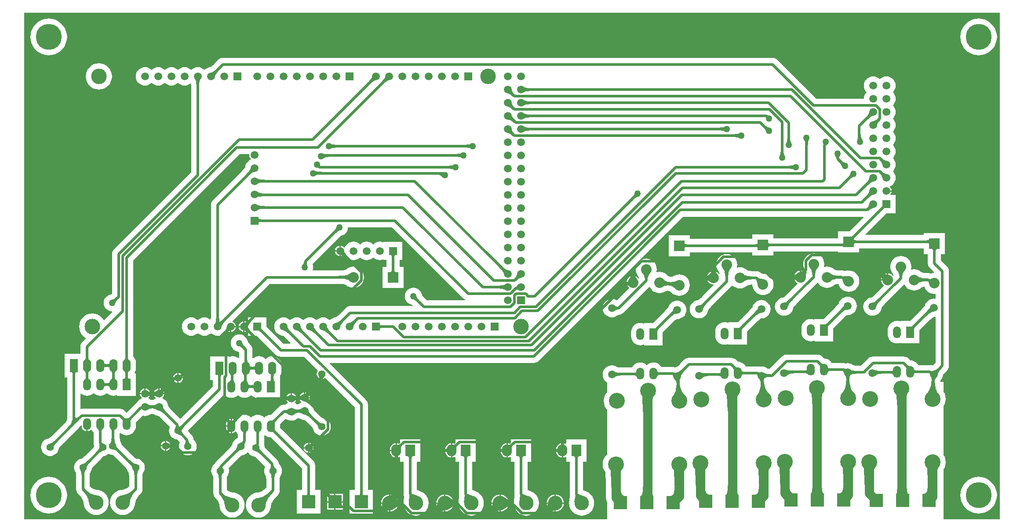
<source format=gbl>
G04*
G04 #@! TF.GenerationSoftware,Altium Limited,Altium Designer,20.2.5 (213)*
G04*
G04 Layer_Physical_Order=2*
G04 Layer_Color=16711680*
%FSTAX24Y24*%
%MOIN*%
G70*
G04*
G04 #@! TF.SameCoordinates,673CB199-A7F1-4250-81FB-05A331180C63*
G04*
G04*
G04 #@! TF.FilePolarity,Positive*
G04*
G01*
G75*
%ADD39C,0.0200*%
%ADD40R,0.0984X0.0984*%
%ADD41C,0.0591*%
%ADD42C,0.1100*%
%ADD43C,0.0551*%
%ADD44O,0.0600X0.1000*%
%ADD45R,0.0600X0.1000*%
%ADD46O,0.0600X0.0900*%
%ADD47R,0.0600X0.0900*%
%ADD48R,0.0800X0.0800*%
%ADD49C,0.0800*%
%ADD50R,0.0591X0.0591*%
%ADD51R,0.0591X0.0591*%
%ADD52R,0.0598X0.0598*%
%ADD53C,0.0598*%
%ADD54C,0.1200*%
%ADD55O,0.0750X0.0900*%
%ADD56R,0.0750X0.0900*%
%ADD57R,0.0598X0.0598*%
%ADD58C,0.1969*%
%ADD59R,0.0800X0.0800*%
%ADD60C,0.0500*%
%ADD61C,0.1181*%
%ADD62C,0.0700*%
G36*
X015285Y039893D02*
X015211Y039818D01*
X014993Y039563D01*
X014958Y039511D01*
X01493Y039463D01*
X014911Y039421D01*
X014899Y039383D01*
X014895Y03935D01*
X0146Y039645D01*
X014633Y039649D01*
X014671Y039661D01*
X014713Y03968D01*
X014761Y039708D01*
X014813Y039743D01*
X014869Y039786D01*
X014997Y039895D01*
X015143Y040035D01*
X015285Y039893D01*
D02*
G37*
G36*
X0281Y039055D02*
X028067Y039051D01*
X028029Y039039D01*
X027987Y03902D01*
X027939Y038992D01*
X027887Y038957D01*
X027831Y038914D01*
X027703Y038805D01*
X027557Y038665D01*
X027415Y038807D01*
X027489Y038882D01*
X027707Y039137D01*
X027742Y039189D01*
X02777Y039237D01*
X027789Y039279D01*
X027801Y039317D01*
X027805Y03935D01*
X0281Y039055D01*
D02*
G37*
G36*
X0271D02*
X027067Y039051D01*
X027029Y039039D01*
X026987Y03902D01*
X026939Y038992D01*
X026887Y038957D01*
X026831Y038914D01*
X026703Y038805D01*
X026557Y038665D01*
X026415Y038807D01*
X026489Y038882D01*
X026707Y039137D01*
X026742Y039189D01*
X02677Y039237D01*
X026789Y039279D01*
X026801Y039317D01*
X026805Y03935D01*
X0271Y039055D01*
D02*
G37*
G36*
X013788Y039115D02*
X01377Y03908D01*
X013753Y039036D01*
X013739Y038983D01*
X013727Y038922D01*
X013717Y038851D01*
X013704Y038684D01*
X0137Y038482D01*
X0135D01*
X013499Y038587D01*
X013473Y038922D01*
X013461Y038983D01*
X013447Y039036D01*
X01343Y03908D01*
X013412Y039115D01*
X013391Y039141D01*
X013809D01*
X013788Y039115D01*
D02*
G37*
G36*
X038335Y038538D02*
X03837Y03852D01*
X038414Y038503D01*
X038467Y038489D01*
X038528Y038477D01*
X038599Y038467D01*
X038766Y038454D01*
X038968Y03845D01*
Y03825D01*
X038863Y038249D01*
X038528Y038223D01*
X038467Y038211D01*
X038414Y038197D01*
X03837Y03818D01*
X038335Y038162D01*
X038309Y038141D01*
Y038559D01*
X038335Y038538D01*
D02*
G37*
G36*
X0374Y038336D02*
X037411Y038295D01*
X037427Y038252D01*
X037447Y038208D01*
X037473Y038163D01*
X037504Y038116D01*
X037539Y038068D01*
X037625Y037968D01*
X037675Y037916D01*
X037534Y037775D01*
X037482Y037825D01*
X037382Y037911D01*
X037334Y037946D01*
X037287Y037977D01*
X037242Y038003D01*
X037198Y038023D01*
X037155Y038039D01*
X037114Y03805D01*
X037074Y038056D01*
X037394Y038376D01*
X0374Y038336D01*
D02*
G37*
G36*
X038335Y037538D02*
X03837Y03752D01*
X038414Y037503D01*
X038467Y037489D01*
X038528Y037477D01*
X038599Y037467D01*
X038766Y037454D01*
X038968Y03745D01*
Y03725D01*
X038863Y037249D01*
X038528Y037223D01*
X038467Y037211D01*
X038414Y037197D01*
X03837Y03718D01*
X038335Y037162D01*
X038309Y037141D01*
Y037559D01*
X038335Y037538D01*
D02*
G37*
G36*
X0374Y037336D02*
X037411Y037295D01*
X037427Y037252D01*
X037447Y037208D01*
X037473Y037163D01*
X037504Y037116D01*
X037539Y037068D01*
X037625Y036968D01*
X037675Y036916D01*
X037534Y036775D01*
X037482Y036825D01*
X037382Y036911D01*
X037334Y036946D01*
X037287Y036977D01*
X037242Y037003D01*
X037198Y037023D01*
X037155Y037039D01*
X037114Y03705D01*
X037074Y037056D01*
X037394Y037376D01*
X0374Y037336D01*
D02*
G37*
G36*
X038335Y036538D02*
X03837Y03652D01*
X038414Y036503D01*
X038467Y036489D01*
X038528Y036477D01*
X038599Y036467D01*
X038766Y036454D01*
X038968Y03645D01*
Y03625D01*
X038863Y036249D01*
X038528Y036223D01*
X038467Y036211D01*
X038414Y036197D01*
X03837Y03618D01*
X038335Y036162D01*
X038309Y036141D01*
Y036559D01*
X038335Y036538D01*
D02*
G37*
G36*
X0648Y036351D02*
X064766Y036347D01*
X064728Y036335D01*
X064684Y036315D01*
X064636Y036288D01*
X064583Y036252D01*
X064526Y036209D01*
X064396Y036099D01*
X064248Y035957D01*
X064107Y036098D01*
X064182Y036175D01*
X064402Y036433D01*
X064438Y036486D01*
X064465Y036534D01*
X064485Y036578D01*
X064497Y036616D01*
X064501Y03665D01*
X0648Y036351D01*
D02*
G37*
G36*
X037399Y036368D02*
X037413Y036338D01*
X037433Y036304D01*
X037461Y036264D01*
X037538Y036169D01*
X037643Y036053D01*
X037775Y035916D01*
X037634Y035775D01*
X037577Y035829D01*
X037466Y035921D01*
X037412Y035958D01*
X037359Y035989D01*
X037307Y036014D01*
X037256Y036033D01*
X037207Y036046D01*
X037158Y036054D01*
X03711Y036055D01*
X037392Y036392D01*
X037399Y036368D01*
D02*
G37*
G36*
X06537Y036079D02*
X065322Y036028D01*
X065239Y035931D01*
X065205Y035884D01*
X065176Y035838D01*
X065151Y035793D01*
X065131Y035749D01*
X065115Y035705D01*
X065104Y035663D01*
X065098Y035622D01*
X064772Y035948D01*
X064813Y035954D01*
X064855Y035965D01*
X064899Y035981D01*
X064943Y036001D01*
X064988Y036026D01*
X065034Y036055D01*
X065081Y036089D01*
X065178Y036172D01*
X065229Y03622D01*
X06537Y036079D01*
D02*
G37*
G36*
X056512Y035731D02*
X05668Y035583D01*
X056728Y035547D01*
X056773Y035518D01*
X056813Y035495D01*
X056849Y03548D01*
X056882Y035471D01*
X05691Y035468D01*
X056668Y035209D01*
X056664Y035229D01*
X056654Y035253D01*
X056636Y035283D01*
X056612Y035318D01*
X056543Y035403D01*
X056446Y035509D01*
X056323Y035636D01*
X056448Y035793D01*
X056512Y035731D01*
D02*
G37*
G36*
X053523Y035173D02*
X053504Y035188D01*
X053477Y035201D01*
X053441Y035212D01*
X053398Y035222D01*
X053347Y035231D01*
X05322Y035243D01*
X053062Y035249D01*
X052971Y03525D01*
Y03545D01*
X053062Y035451D01*
X053347Y035469D01*
X053398Y035478D01*
X053441Y035488D01*
X053477Y035499D01*
X053504Y035512D01*
X053523Y035527D01*
Y035173D01*
D02*
G37*
G36*
X038335Y035538D02*
X03837Y03552D01*
X038414Y035503D01*
X038467Y035489D01*
X038528Y035477D01*
X038599Y035467D01*
X038766Y035454D01*
X038968Y03545D01*
Y03525D01*
X038863Y035249D01*
X038528Y035223D01*
X038467Y035211D01*
X038414Y035197D01*
X03837Y03518D01*
X038335Y035162D01*
X038309Y035141D01*
Y035559D01*
X038335Y035538D01*
D02*
G37*
G36*
X0374Y035337D02*
X037411Y035295D01*
X037427Y035253D01*
X037447Y035209D01*
X037472Y035164D01*
X037502Y035118D01*
X037537Y03507D01*
X037621Y034972D01*
X037671Y034921D01*
X037529Y034779D01*
X037478Y034829D01*
X03738Y034913D01*
X037332Y034948D01*
X037286Y034978D01*
X037241Y035003D01*
X037197Y035023D01*
X037155Y035039D01*
X037113Y03505D01*
X037073Y035056D01*
X037394Y035377D01*
X0374Y035337D01*
D02*
G37*
G36*
X054623Y034673D02*
X054604Y034688D01*
X054577Y034701D01*
X054541Y034712D01*
X054498Y034722D01*
X054447Y034731D01*
X05432Y034743D01*
X054162Y034749D01*
X054071Y03475D01*
Y03495D01*
X054162Y034951D01*
X054447Y034969D01*
X054498Y034978D01*
X054541Y034988D01*
X054577Y034999D01*
X054604Y035012D01*
X054623Y035027D01*
Y034673D01*
D02*
G37*
G36*
X063851Y035057D02*
X063868Y034837D01*
X063879Y034778D01*
X063891Y034725D01*
X063906Y03468D01*
X063924Y034642D01*
X063943Y034612D01*
X063965Y034588D01*
X063611Y034564D01*
X063619Y034577D01*
X063625Y0346D01*
X063631Y034631D01*
X063636Y034671D01*
X063644Y034778D01*
X06365Y0351D01*
X06385Y035145D01*
X063851Y035057D01*
D02*
G37*
G36*
X0585Y034789D02*
X058518Y034504D01*
X058527Y034453D01*
X058537Y03441D01*
X058548Y034374D01*
X058561Y034347D01*
X058576Y034327D01*
X058222D01*
X058237Y034347D01*
X05825Y034374D01*
X058262Y03441D01*
X058272Y034453D01*
X05828Y034504D01*
X058292Y03463D01*
X058298Y034789D01*
X058299Y03488D01*
X058499D01*
X0585Y034789D01*
D02*
G37*
G36*
X061282Y034164D02*
X061171Y034048D01*
X061029Y03419D01*
X061031Y034192D01*
X061033Y034195D01*
X061033Y034199D01*
X061033Y034202D01*
X061032Y034206D01*
X061031Y034211D01*
X061028Y034215D01*
X061025Y03422D01*
X061021Y034225D01*
X061016Y034231D01*
X061282Y034164D01*
D02*
G37*
G36*
X059912Y034504D02*
X059899Y034477D01*
X059888Y034441D01*
X059878Y034398D01*
X059869Y034347D01*
X059857Y03422D01*
X059851Y034062D01*
X05985Y033971D01*
X05965D01*
X059649Y034062D01*
X059631Y034347D01*
X059622Y034398D01*
X059612Y034441D01*
X059601Y034477D01*
X059588Y034504D01*
X059573Y034523D01*
X059927D01*
X059912Y034504D01*
D02*
G37*
G36*
X034273Y033873D02*
X034254Y033888D01*
X034227Y033901D01*
X034191Y033912D01*
X034148Y033922D01*
X034097Y033931D01*
X03397Y033943D01*
X033812Y033949D01*
X033721Y03395D01*
Y03415D01*
X033812Y034151D01*
X034097Y034169D01*
X034148Y034178D01*
X034191Y034188D01*
X034227Y034199D01*
X034254Y034212D01*
X034273Y034227D01*
Y033873D01*
D02*
G37*
G36*
X023746Y034212D02*
X023773Y034199D01*
X023809Y034188D01*
X023852Y034178D01*
X023903Y034169D01*
X02403Y034157D01*
X024188Y034151D01*
X024279Y03415D01*
Y03395D01*
X024188Y033949D01*
X023903Y033931D01*
X023852Y033922D01*
X023809Y033912D01*
X023773Y033901D01*
X023746Y033888D01*
X023727Y033873D01*
Y034227D01*
X023746Y034212D01*
D02*
G37*
G36*
X058001Y033838D02*
X058019Y033553D01*
X058028Y033502D01*
X058038Y033459D01*
X058049Y033423D01*
X058062Y033396D01*
X058077Y033377D01*
X057723D01*
X057738Y033396D01*
X057751Y033423D01*
X057762Y033459D01*
X057772Y033502D01*
X057781Y033553D01*
X057793Y03368D01*
X057799Y033838D01*
X0578Y033929D01*
X058D01*
X058001Y033838D01*
D02*
G37*
G36*
X033573Y033173D02*
X033554Y033188D01*
X033527Y033201D01*
X033491Y033212D01*
X033448Y033222D01*
X033397Y033231D01*
X03327Y033243D01*
X033112Y033249D01*
X033021Y03325D01*
Y03345D01*
X033112Y033451D01*
X033397Y033469D01*
X033448Y033478D01*
X033491Y033488D01*
X033527Y033499D01*
X033554Y033512D01*
X033573Y033527D01*
Y033173D01*
D02*
G37*
G36*
X023127Y033481D02*
X02315Y033475D01*
X023181Y033469D01*
X023221Y033464D01*
X023328Y033456D01*
X02365Y03345D01*
X023695Y03325D01*
X023607Y033249D01*
X023387Y033232D01*
X023328Y033221D01*
X023275Y033209D01*
X02323Y033194D01*
X023192Y033176D01*
X023162Y033157D01*
X023138Y033135D01*
X023114Y033489D01*
X023127Y033481D01*
D02*
G37*
G36*
X06542Y033173D02*
X065518Y03309D01*
X065565Y033056D01*
X065612Y033026D01*
X065657Y033001D01*
X065701Y032981D01*
X065745Y032965D01*
X065787Y032954D01*
X065828Y032948D01*
X065502Y032622D01*
X065496Y032663D01*
X065485Y032705D01*
X065469Y032749D01*
X065449Y032793D01*
X065424Y032838D01*
X065394Y032885D01*
X06536Y032932D01*
X065277Y03303D01*
X065229Y03308D01*
X06537Y033221D01*
X06542Y033173D01*
D02*
G37*
G36*
X062281Y033323D02*
X062249Y033272D01*
X062236Y033247D01*
X062225Y033223D01*
X062216Y033199D01*
X062209Y033176D01*
X062204Y033153D01*
X062201Y03313D01*
X062201Y033128D01*
X062211Y033139D01*
X062276Y033075D01*
X062491Y032887D01*
X062533Y032856D01*
X06257Y032833D01*
X062604Y032816D01*
X062632Y032806D01*
X062656Y032802D01*
X062406Y032552D01*
X062403Y032576D01*
X062393Y032605D01*
X062376Y032638D01*
X062352Y032676D01*
X062322Y032718D01*
X062241Y032816D01*
X062134Y032932D01*
X06207Y032997D01*
X062181Y033108D01*
X062D01*
X061999Y03313D01*
X061996Y033153D01*
X061991Y033176D01*
X061984Y033199D01*
X061975Y033223D01*
X061964Y033247D01*
X061951Y033272D01*
X061936Y033298D01*
X0619Y03335D01*
X0623D01*
X062281Y033323D01*
D02*
G37*
G36*
X058773Y032273D02*
X058754Y032288D01*
X058727Y032301D01*
X058691Y032312D01*
X058648Y032322D01*
X058597Y032331D01*
X05847Y032343D01*
X058312Y032349D01*
X058221Y03235D01*
Y03255D01*
X058312Y032551D01*
X058597Y032569D01*
X058648Y032578D01*
X058691Y032588D01*
X058727Y032599D01*
X058754Y032612D01*
X058773Y032627D01*
Y032273D01*
D02*
G37*
G36*
X032973D02*
X032954Y032288D01*
X032927Y032301D01*
X032891Y032312D01*
X032848Y032322D01*
X032797Y032331D01*
X03267Y032343D01*
X032512Y032349D01*
X032421Y03235D01*
Y03255D01*
X032512Y032551D01*
X032797Y032569D01*
X032848Y032578D01*
X032891Y032588D01*
X032927Y032599D01*
X032954Y032612D01*
X032973Y032627D01*
Y032273D01*
D02*
G37*
G36*
X022546Y032162D02*
X022573Y032149D01*
X022609Y032138D01*
X022652Y032128D01*
X022703Y032119D01*
X02283Y032107D01*
X022988Y032101D01*
X023079Y0321D01*
Y0319D01*
X022988Y031899D01*
X022703Y031881D01*
X022652Y031872D01*
X022609Y031862D01*
X022573Y031851D01*
X022546Y031838D01*
X022527Y031823D01*
Y032177D01*
X022546Y032162D01*
D02*
G37*
G36*
X032219Y032063D02*
X032143Y031709D01*
X032115Y031745D01*
X03208Y031778D01*
X03204Y031807D01*
X031995Y031831D01*
X031944Y031852D01*
X031887Y031869D01*
X031825Y031883D01*
X031757Y031892D01*
X031684Y031898D01*
X031605Y0319D01*
X03165Y0321D01*
X032219Y032063D01*
D02*
G37*
G36*
X0179Y032101D02*
X017866Y032097D01*
X017828Y032085D01*
X017784Y032065D01*
X017736Y032038D01*
X017683Y032002D01*
X017626Y031959D01*
X017496Y031849D01*
X017348Y031707D01*
X017207Y031848D01*
X017282Y031925D01*
X017502Y032183D01*
X017538Y032236D01*
X017565Y032284D01*
X017585Y032328D01*
X017597Y032366D01*
X017601Y0324D01*
X0179Y032101D01*
D02*
G37*
G36*
X06542Y032173D02*
X065518Y03209D01*
X065565Y032056D01*
X065612Y032026D01*
X065657Y032001D01*
X065701Y031981D01*
X065745Y031965D01*
X065787Y031954D01*
X065828Y031948D01*
X065502Y031622D01*
X065496Y031663D01*
X065485Y031705D01*
X065469Y031749D01*
X065449Y031793D01*
X065424Y031838D01*
X065394Y031885D01*
X06536Y031932D01*
X065277Y03203D01*
X065229Y03208D01*
X06537Y032222D01*
X06542Y032173D01*
D02*
G37*
G36*
X0633Y0317D02*
X063276Y031697D01*
X063248Y031687D01*
X063214Y03167D01*
X063177Y031646D01*
X063134Y031616D01*
X063036Y031535D01*
X06292Y031428D01*
X062855Y031364D01*
X062714Y031505D01*
X062778Y03157D01*
X062966Y031785D01*
X062996Y031827D01*
X06302Y031864D01*
X063037Y031898D01*
X063047Y031926D01*
X06305Y03195D01*
X0633Y0317D01*
D02*
G37*
G36*
X018138Y03159D02*
X018174Y031571D01*
X018219Y031555D01*
X018272Y03154D01*
X018335Y031528D01*
X018406Y031518D01*
X018575Y031504D01*
X01878Y0315D01*
Y0313D01*
X018673Y031299D01*
X018335Y031272D01*
X018272Y03126D01*
X018219Y031245D01*
X018174Y031229D01*
X018138Y03121D01*
X018111Y031188D01*
Y031612D01*
X018138Y03159D01*
D02*
G37*
G36*
X0648Y031351D02*
X064766Y031347D01*
X064728Y031335D01*
X064684Y031315D01*
X064636Y031288D01*
X064583Y031252D01*
X064526Y031209D01*
X064396Y031099D01*
X064248Y030957D01*
X064107Y031098D01*
X064182Y031175D01*
X064402Y031433D01*
X064438Y031486D01*
X064465Y031534D01*
X064485Y031578D01*
X064497Y031616D01*
X064501Y03165D01*
X0648Y031351D01*
D02*
G37*
G36*
X018154Y030571D02*
X018193Y030546D01*
X01824Y030523D01*
X018295Y030504D01*
X018358Y030487D01*
X018429Y030474D01*
X018508Y030463D01*
X01869Y030452D01*
X018793Y03045D01*
X018757Y03025D01*
X018647Y030249D01*
X018244Y030224D01*
X018193Y030214D01*
X018152Y030203D01*
X01812Y03019D01*
X018099Y030176D01*
X018123Y0306D01*
X018154Y030571D01*
D02*
G37*
G36*
X0648Y030351D02*
X064766Y030347D01*
X064728Y030335D01*
X064684Y030315D01*
X064636Y030288D01*
X064583Y030252D01*
X064526Y030209D01*
X064396Y030099D01*
X064248Y029957D01*
X064107Y030098D01*
X064182Y030175D01*
X064402Y030433D01*
X064438Y030486D01*
X064465Y030534D01*
X064485Y030578D01*
X064497Y030616D01*
X064501Y03065D01*
X0648Y030351D01*
D02*
G37*
G36*
X04695Y0302D02*
X046926Y030197D01*
X046898Y030187D01*
X046864Y03017D01*
X046827Y030146D01*
X046785Y030116D01*
X046686Y030035D01*
X04657Y029928D01*
X046505Y029864D01*
X046364Y030005D01*
X046428Y03007D01*
X046616Y030285D01*
X046646Y030327D01*
X04667Y030364D01*
X046687Y030398D01*
X046697Y030426D01*
X0467Y03045D01*
X04695Y0302D01*
D02*
G37*
G36*
X065785Y029352D02*
X065769Y029363D01*
X065751Y029369D01*
X06573D01*
X065706Y029363D01*
X065679Y029352D01*
X065649Y029335D01*
X065617Y029312D01*
X065581Y029284D01*
X065502Y029211D01*
X065361Y029352D01*
X0654Y029393D01*
X065462Y029467D01*
X065485Y029499D01*
X065502Y029529D01*
X065513Y029556D01*
X065519Y02958D01*
Y029601D01*
X065513Y029619D01*
X065502Y029635D01*
X065785Y029352D01*
D02*
G37*
G36*
X018138Y02959D02*
X018174Y029571D01*
X018219Y029555D01*
X018272Y02954D01*
X018335Y029528D01*
X018406Y029518D01*
X018575Y029504D01*
X01878Y0295D01*
Y0293D01*
X018673Y029299D01*
X018335Y029272D01*
X018272Y02926D01*
X018219Y029245D01*
X018174Y029229D01*
X018138Y02921D01*
X018111Y029188D01*
Y029612D01*
X018138Y02959D01*
D02*
G37*
G36*
X064836Y029353D02*
X064792Y029346D01*
X06475Y029336D01*
X064707Y029322D01*
X064665Y029305D01*
X064624Y029284D01*
X064582Y02926D01*
X064542Y029233D01*
X064501Y029202D01*
X064462Y029168D01*
X064422Y029131D01*
X064281Y029272D01*
X064318Y029312D01*
X064352Y029351D01*
X064383Y029392D01*
X06441Y029432D01*
X064434Y029474D01*
X064455Y029515D01*
X064472Y029557D01*
X064486Y0296D01*
X064496Y029642D01*
X064503Y029686D01*
X064836Y029353D01*
D02*
G37*
G36*
X018199Y028581D02*
X018205Y028564D01*
X018215Y028549D01*
X018229Y028536D01*
X018247Y028525D01*
X018269Y028516D01*
X018295Y028509D01*
X018326Y028504D01*
X01836Y028501D01*
X018398Y0285D01*
Y0283D01*
X01836Y028299D01*
X018326Y028296D01*
X018295Y028291D01*
X018269Y028284D01*
X018247Y028275D01*
X018229Y028264D01*
X018215Y028251D01*
X018205Y028236D01*
X018199Y028219D01*
X018197Y0282D01*
Y0286D01*
X018199Y028581D01*
D02*
G37*
G36*
X024324Y027627D02*
X0243Y027624D01*
X024272Y027614D01*
X024238Y027597D01*
X024201Y027573D01*
X024158Y027543D01*
X02406Y027462D01*
X023944Y027355D01*
X023879Y027291D01*
X023738Y027432D01*
X023802Y027497D01*
X02399Y027712D01*
X02402Y027754D01*
X024044Y027792D01*
X02406Y027825D01*
X024071Y027853D01*
X024074Y027877D01*
X024324Y027627D01*
D02*
G37*
G36*
X06349Y027199D02*
X06345Y027158D01*
X063388Y027084D01*
X063365Y027051D01*
X063348Y027022D01*
X063337Y026995D01*
X063331Y026971D01*
X063331Y02695D01*
X063336Y026931D01*
X063348Y026916D01*
X063066Y027198D01*
X063081Y027186D01*
X0631Y027181D01*
X063121Y027181D01*
X063145Y027187D01*
X063172Y027198D01*
X063201Y027215D01*
X063234Y027238D01*
X063269Y027266D01*
X063349Y02734D01*
X06349Y027199D01*
D02*
G37*
G36*
X069052Y0266D02*
X06905Y026619D01*
X069044Y026636D01*
X069034Y026651D01*
X06902Y026664D01*
X069002Y026675D01*
X06898Y026684D01*
X068954Y026691D01*
X068924Y026696D01*
X068889Y026699D01*
X068851Y0267D01*
Y0269D01*
X068889Y026901D01*
X068924Y026904D01*
X068954Y026909D01*
X06898Y026916D01*
X069002Y026925D01*
X06902Y026936D01*
X069034Y026949D01*
X069044Y026964D01*
X06905Y026981D01*
X069052Y027D01*
Y0266D01*
D02*
G37*
G36*
X06335Y026981D02*
X063356Y026964D01*
X063366Y026949D01*
X06338Y026936D01*
X063398Y026925D01*
X06342Y026916D01*
X063446Y026909D01*
X063476Y026904D01*
X063511Y026901D01*
X063549Y0269D01*
Y0267D01*
X063511Y026699D01*
X063476Y026696D01*
X063446Y026691D01*
X06342Y026684D01*
X063398Y026675D01*
X06338Y026664D01*
X063366Y026651D01*
X063356Y026636D01*
X06335Y026619D01*
X063348Y0266D01*
Y027D01*
X06335Y026981D01*
D02*
G37*
G36*
X062551Y026401D02*
X062549Y02641D01*
X062543Y026419D01*
X062533Y026426D01*
X062519Y026432D01*
X062501Y026438D01*
X062479Y026442D01*
X062453Y026446D01*
X062389Y02645D01*
X062351Y02645D01*
Y02665D01*
X062389Y026651D01*
X062424Y026654D01*
X062454Y026659D01*
X06248Y026666D01*
X062502Y026675D01*
X06252Y026686D01*
X062534Y026699D01*
X062544Y026714D01*
X06255Y026731D01*
X062552Y02675D01*
X062551Y026401D01*
D02*
G37*
G36*
X05685Y026731D02*
X056856Y026714D01*
X056866Y026699D01*
X05688Y026686D01*
X056898Y026675D01*
X05692Y026666D01*
X056946Y026659D01*
X056976Y026654D01*
X057011Y026651D01*
X057049Y02665D01*
Y02645D01*
X057011Y026449D01*
X056976Y026446D01*
X056946Y026441D01*
X05692Y026434D01*
X056898Y026425D01*
X05688Y026414D01*
X056866Y026401D01*
X056856Y026386D01*
X05685Y026369D01*
X056848Y02635D01*
Y02675D01*
X05685Y026731D01*
D02*
G37*
G36*
X056052Y0263D02*
X05605Y026319D01*
X056044Y026336D01*
X056034Y026351D01*
X05602Y026364D01*
X056002Y026375D01*
X05598Y026384D01*
X055954Y026391D01*
X055924Y026396D01*
X055889Y026399D01*
X055851Y0264D01*
Y0266D01*
X055889Y026601D01*
X055924Y026604D01*
X055954Y026609D01*
X05598Y026616D01*
X056002Y026625D01*
X05602Y026636D01*
X056034Y026649D01*
X056044Y026664D01*
X05605Y026681D01*
X056052Y0267D01*
Y0263D01*
D02*
G37*
G36*
X0505Y026681D02*
X050506Y026664D01*
X050516Y026649D01*
X05053Y026636D01*
X050548Y026625D01*
X05057Y026616D01*
X050596Y026609D01*
X050626Y026604D01*
X050661Y026601D01*
X050699Y0266D01*
Y0264D01*
X050661Y026399D01*
X050626Y026396D01*
X050596Y026391D01*
X05057Y026384D01*
X050548Y026375D01*
X05053Y026364D01*
X050516Y026351D01*
X050506Y026336D01*
X0505Y026319D01*
X050498Y0263D01*
Y0267D01*
X0505Y026681D01*
D02*
G37*
G36*
X069631Y026235D02*
X069614Y026228D01*
X069599Y026219D01*
X069586Y026205D01*
X069575Y026186D01*
X069566Y026165D01*
X069559Y026139D01*
X069554Y026109D01*
X069551Y026075D01*
X06955Y026037D01*
X06935D01*
X069349Y026075D01*
X069346Y026109D01*
X069341Y026139D01*
X069334Y026165D01*
X069325Y026186D01*
X069314Y026205D01*
X069301Y026219D01*
X069286Y026228D01*
X069269Y026235D01*
X06925Y026237D01*
X06965D01*
X069631Y026235D01*
D02*
G37*
G36*
X021858Y025265D02*
X021867Y025145D01*
X021872Y02511D01*
X021886Y025048D01*
X021895Y025021D01*
X021905Y024997D01*
X021916Y024975D01*
X021521Y025024D01*
X021547Y025052D01*
X02157Y025081D01*
X02159Y025109D01*
X021608Y025138D01*
X021623Y025166D01*
X021636Y025195D01*
X021645Y025224D01*
X021652Y025252D01*
X021656Y025282D01*
X021657Y025311D01*
X021857D01*
X021858Y025265D01*
D02*
G37*
G36*
X036632Y024961D02*
X036887Y024743D01*
X036939Y024708D01*
X036987Y02468D01*
X037029Y024661D01*
X037067Y024649D01*
X0371Y024645D01*
X036805Y02435D01*
X036801Y024383D01*
X036789Y024421D01*
X03677Y024463D01*
X036742Y024511D01*
X036707Y024563D01*
X036664Y024619D01*
X036555Y024747D01*
X036415Y024893D01*
X036557Y025035D01*
X036632Y024961D01*
D02*
G37*
G36*
X067172Y024596D02*
X067136Y02454D01*
X067104Y024482D01*
X067077Y024422D01*
X067053Y024359D01*
X067034Y024295D01*
X067019Y024229D01*
X067009Y024161D01*
X067002Y024092D01*
X067Y02402D01*
X0668D01*
X066798Y024092D01*
X066791Y024161D01*
X066781Y024229D01*
X066766Y024295D01*
X066747Y024359D01*
X066723Y024422D01*
X066696Y024482D01*
X066664Y02454D01*
X066628Y024596D01*
X066587Y024651D01*
X067213D01*
X067172Y024596D01*
D02*
G37*
G36*
X025117Y023817D02*
X025075Y023852D01*
X025023Y023883D01*
X024959Y02391D01*
X024885Y023934D01*
X0248Y023954D01*
X024704Y023971D01*
X02448Y023993D01*
X024352Y023998D01*
X024213Y024D01*
Y0242D01*
X024352Y024202D01*
X024704Y024229D01*
X0248Y024246D01*
X024885Y024266D01*
X024959Y02429D01*
X025023Y024317D01*
X025075Y024348D01*
X025117Y024383D01*
Y023817D01*
D02*
G37*
G36*
X038128Y024056D02*
X038087Y02405D01*
X038046Y024039D01*
X038003Y024024D01*
X03796Y024004D01*
X037915Y023979D01*
X037869Y023949D01*
X037823Y023915D01*
X037726Y023832D01*
X037675Y023784D01*
X037534Y023925D01*
X037582Y023976D01*
X037665Y024073D01*
X037699Y024119D01*
X037729Y024165D01*
X037754Y02421D01*
X037774Y024253D01*
X037789Y024296D01*
X0378Y024337D01*
X037806Y024378D01*
X038128Y024056D01*
D02*
G37*
G36*
X068219Y024156D02*
X068273Y024123D01*
X068336Y024094D01*
X068408Y024069D01*
X068488Y024048D01*
X068578Y024031D01*
X068676Y024017D01*
X068898Y024002D01*
X069023Y024D01*
Y0239D01*
X069094Y023971D01*
X069101Y023966D01*
X069112Y023963D01*
X069126Y023962D01*
X069143Y023963D01*
X069163Y023966D01*
X069186Y023971D01*
X069243Y023987D01*
X069312Y024011D01*
X069061Y023544D01*
X06905Y023589D01*
X069006Y023731D01*
X068996Y023758D01*
X068975Y023799D01*
X068898Y023798D01*
X068676Y023783D01*
X068578Y023769D01*
X068488Y023752D01*
X068408Y023731D01*
X068336Y023706D01*
X068273Y023677D01*
X068219Y023644D01*
X068173Y023608D01*
Y024192D01*
X068219Y024156D01*
D02*
G37*
G36*
X036891Y023141D02*
X036865Y023162D01*
X03683Y02318D01*
X036786Y023197D01*
X036733Y023211D01*
X036672Y023223D01*
X036601Y023233D01*
X036434Y023246D01*
X036232Y02325D01*
Y02345D01*
X036337Y023451D01*
X036672Y023477D01*
X036733Y023489D01*
X036786Y023503D01*
X03683Y02352D01*
X036865Y023538D01*
X036891Y023559D01*
Y023141D01*
D02*
G37*
G36*
X037966Y023087D02*
X037932Y023104D01*
X037796Y023161D01*
X037775Y023167D01*
X037757Y023172D01*
X03774Y023174D01*
X037726Y023175D01*
Y023375D01*
X037733Y023377D01*
X037742Y023381D01*
X037752Y023388D01*
X037763Y023398D01*
X037776Y02341D01*
X037789Y023426D01*
X03782Y023465D01*
X037855Y023515D01*
X037966Y023087D01*
D02*
G37*
G36*
X007671Y022563D02*
X007615Y022505D01*
X007481Y022354D01*
X007448Y02231D01*
X007421Y02227D01*
X0074Y022233D01*
X007384Y022199D01*
X007374Y022169D01*
X00737Y022142D01*
X007109Y022403D01*
X007135Y022408D01*
X007166Y022417D01*
X007199Y022433D01*
X007236Y022454D01*
X007277Y022482D01*
X007321Y022515D01*
X007418Y022598D01*
X007529Y022704D01*
X007671Y022563D01*
D02*
G37*
G36*
X030203Y022626D02*
X030213Y022598D01*
X03023Y022564D01*
X030254Y022527D01*
X030284Y022485D01*
X030365Y022386D01*
X030472Y02227D01*
X030536Y022205D01*
X030395Y022064D01*
X03033Y022128D01*
X030115Y022316D01*
X030073Y022346D01*
X030036Y02237D01*
X030002Y022387D01*
X029974Y022397D01*
X02995Y0224D01*
X0302Y02265D01*
X030203Y022626D01*
D02*
G37*
G36*
X065435Y022413D02*
X065361Y022337D01*
X065143Y022082D01*
X065108Y02203D01*
X06508Y021983D01*
X065061Y021941D01*
X065049Y021903D01*
X065045Y021869D01*
X06475Y022165D01*
X064783Y022169D01*
X064821Y022181D01*
X064863Y0222D01*
X064911Y022227D01*
X064963Y022262D01*
X065019Y022305D01*
X065147Y022414D01*
X065293Y022554D01*
X065435Y022413D01*
D02*
G37*
G36*
X069377Y021475D02*
X069332Y021475D01*
X069284Y021467D01*
X069233Y021451D01*
X069179Y021428D01*
X069122Y021397D01*
X069063Y021358D01*
X069Y021311D01*
X068865Y021195D01*
X068793Y021126D01*
X068691Y021306D01*
X068768Y021384D01*
X069087Y02175D01*
X0691Y021776D01*
X069106Y021796D01*
X069377Y021475D01*
D02*
G37*
G36*
X068046Y020379D02*
X068007Y020338D01*
X067944Y020264D01*
X067921Y020231D01*
X067904Y020202D01*
X067893Y020175D01*
X067887Y020151D01*
X067887Y02013D01*
X067893Y020111D01*
X067904Y020096D01*
X067622Y020378D01*
X067638Y020366D01*
X067656Y020361D01*
X067677Y020361D01*
X067701Y020367D01*
X067728Y020378D01*
X067758Y020395D01*
X06779Y020418D01*
X067826Y020446D01*
X067905Y02052D01*
X068046Y020379D01*
D02*
G37*
G36*
X025785Y020893D02*
X025711Y020818D01*
X025493Y020563D01*
X025458Y020511D01*
X02543Y020463D01*
X025411Y020421D01*
X025399Y020383D01*
X025395Y02035D01*
X0251Y020645D01*
X025133Y020649D01*
X025171Y020661D01*
X025213Y02068D01*
X025261Y020708D01*
X025313Y020743D01*
X025369Y020786D01*
X025497Y020895D01*
X025643Y021035D01*
X025785Y020893D01*
D02*
G37*
G36*
X024785D02*
X024711Y020818D01*
X024493Y020563D01*
X024458Y020511D01*
X02443Y020463D01*
X024411Y020421D01*
X024399Y020383D01*
X024395Y02035D01*
X0241Y020645D01*
X024133Y020649D01*
X024171Y020661D01*
X024213Y02068D01*
X024261Y020708D01*
X024313Y020743D01*
X024369Y020786D01*
X024497Y020895D01*
X024643Y021035D01*
X024785Y020893D01*
D02*
G37*
G36*
X015201Y021113D02*
X015227Y020778D01*
X015239Y020717D01*
X015244Y020698D01*
X015261Y020708D01*
X015313Y020743D01*
X015369Y020786D01*
X015497Y020895D01*
X015643Y021035D01*
X015785Y020893D01*
X015711Y020818D01*
X015493Y020563D01*
X015458Y020511D01*
X01543Y020463D01*
X015411Y020421D01*
X015399Y020383D01*
X015395Y02035D01*
X015186Y020559D01*
X014891D01*
X014912Y020585D01*
X01493Y02062D01*
X014947Y020664D01*
X014961Y020717D01*
X014973Y020778D01*
X014983Y020849D01*
X014996Y021016D01*
X015Y021218D01*
X0152D01*
X015201Y021113D01*
D02*
G37*
G36*
X027395Y020531D02*
X027401Y020514D01*
X027411Y020499D01*
X027425Y020486D01*
X027443Y020475D01*
X027465Y020466D01*
X027491Y020459D01*
X027522Y020454D01*
X027556Y020451D01*
X027594Y02045D01*
Y02025D01*
X027556Y020249D01*
X027522Y020246D01*
X027491Y020241D01*
X027465Y020234D01*
X027443Y020225D01*
X027425Y020214D01*
X027411Y020201D01*
X027401Y020186D01*
X027395Y020169D01*
X027393Y02015D01*
Y02055D01*
X027395Y020531D01*
D02*
G37*
G36*
X018383Y020323D02*
X018377Y020305D01*
Y020284D01*
X018383Y02026D01*
X018394Y020233D01*
X018411Y020203D01*
X018434Y02017D01*
X018462Y020135D01*
X018535Y020056D01*
X018394Y019914D01*
X018353Y019954D01*
X01828Y020016D01*
X018247Y020039D01*
X018217Y020056D01*
X01819Y020067D01*
X018166Y020073D01*
X018145D01*
X018127Y020067D01*
X018111Y020056D01*
X018394Y020339D01*
X018383Y020323D01*
D02*
G37*
G36*
X023399Y020317D02*
X023411Y020279D01*
X02343Y020237D01*
X023458Y020189D01*
X023493Y020137D01*
X023536Y020081D01*
X023645Y019953D01*
X023785Y019807D01*
X023643Y019665D01*
X023568Y019739D01*
X023313Y019957D01*
X023261Y019992D01*
X023213Y02002D01*
X023171Y020039D01*
X023133Y020051D01*
X0231Y020055D01*
X023395Y02035D01*
X023399Y020317D01*
D02*
G37*
G36*
X022399D02*
X022411Y020279D01*
X02243Y020237D01*
X022458Y020189D01*
X022493Y020137D01*
X022536Y020081D01*
X022645Y019953D01*
X022785Y019807D01*
X022643Y019665D01*
X022568Y019739D01*
X022313Y019957D01*
X022261Y019992D01*
X022213Y02002D01*
X022171Y020039D01*
X022133Y020051D01*
X0221Y020055D01*
X022395Y02035D01*
X022399Y020317D01*
D02*
G37*
G36*
X021399D02*
X021411Y020279D01*
X02143Y020237D01*
X021458Y020189D01*
X021493Y020137D01*
X021536Y020081D01*
X021645Y019953D01*
X021785Y019807D01*
X021643Y019665D01*
X021568Y019739D01*
X021313Y019957D01*
X021261Y019992D01*
X021213Y02002D01*
X021171Y020039D01*
X021133Y020051D01*
X0211Y020055D01*
X021395Y02035D01*
X021399Y020317D01*
D02*
G37*
G36*
X020399D02*
X020411Y020279D01*
X02043Y020237D01*
X020458Y020189D01*
X020493Y020137D01*
X020536Y020081D01*
X020645Y019953D01*
X020785Y019807D01*
X020643Y019665D01*
X020568Y019739D01*
X020313Y019957D01*
X020261Y019992D01*
X020213Y02002D01*
X020171Y020039D01*
X020133Y020051D01*
X0201Y020055D01*
X020395Y02035D01*
X020399Y020317D01*
D02*
G37*
G36*
X017004Y019082D02*
X017014Y019052D01*
X01703Y019018D01*
X017053Y01898D01*
X017082Y018939D01*
X017159Y018843D01*
X01726Y018732D01*
X017321Y018671D01*
X017179Y018529D01*
X017118Y01859D01*
X016911Y018768D01*
X01687Y018797D01*
X016832Y01882D01*
X016798Y018836D01*
X016768Y018846D01*
X016743Y01885D01*
X017Y019107D01*
X017004Y019082D01*
D02*
G37*
G36*
X008301Y018032D02*
X008309Y017949D01*
X008316Y017915D01*
X008325Y017887D01*
X008336Y017863D01*
X008349Y017845D01*
X008364Y017832D01*
X00838Y017824D01*
X008399Y017821D01*
X008001D01*
X00802Y017824D01*
X008036Y017832D01*
X008051Y017845D01*
X008064Y017863D01*
X008075Y017887D01*
X008084Y017915D01*
X008091Y017949D01*
X008096Y017988D01*
X008099Y018032D01*
X0081Y018082D01*
X0083D01*
X008301Y018032D01*
D02*
G37*
G36*
X005301D02*
X005309Y017949D01*
X005316Y017915D01*
X005325Y017887D01*
X005336Y017863D01*
X005349Y017845D01*
X005364Y017832D01*
X00538Y017824D01*
X005399Y017821D01*
X005001D01*
X00502Y017824D01*
X005036Y017832D01*
X005051Y017845D01*
X005064Y017863D01*
X005075Y017887D01*
X005084Y017915D01*
X005091Y017949D01*
X005096Y017988D01*
X005099Y018032D01*
X0051Y018082D01*
X0053D01*
X005301Y018032D01*
D02*
G37*
G36*
X017351Y017832D02*
X017359Y017749D01*
X017366Y017715D01*
X017375Y017687D01*
X017386Y017663D01*
X017399Y017645D01*
X017414Y017632D01*
X01743Y017624D01*
X017449Y017621D01*
X017051D01*
X01707Y017624D01*
X017086Y017632D01*
X017101Y017645D01*
X017114Y017663D01*
X017125Y017687D01*
X017134Y017715D01*
X017141Y017749D01*
X017146Y017788D01*
X017149Y017832D01*
X01715Y017882D01*
X01735D01*
X017351Y017832D01*
D02*
G37*
G36*
X006901Y0172D02*
X006899Y017219D01*
X006893Y017236D01*
X006883Y017251D01*
X006869Y017264D01*
X006851Y017275D01*
X006829Y017284D01*
X006802Y017291D01*
X006772Y017296D01*
X006738Y017299D01*
X0067Y0173D01*
X006662Y017299D01*
X006628Y017296D01*
X006598Y017291D01*
X006571Y017284D01*
X006549Y017275D01*
X006531Y017264D01*
X006517Y017251D01*
X006507Y017236D01*
X006501Y017219D01*
X006499Y0172D01*
X006499Y0176D01*
X006501Y017581D01*
X006507Y017564D01*
X006517Y017549D01*
X006531Y017536D01*
X006549Y017525D01*
X006571Y017516D01*
X006598Y017509D01*
X006628Y017504D01*
X006662Y017501D01*
X0067Y0175D01*
X006738Y017501D01*
X006772Y017504D01*
X006802Y017509D01*
X006829Y017516D01*
X006851Y017525D01*
X006869Y017536D01*
X006883Y017549D01*
X006893Y017564D01*
X006899Y017581D01*
X006901Y0176D01*
X006901Y0172D01*
D02*
G37*
G36*
X017951Y017D02*
X017949Y017019D01*
X017943Y017036D01*
X017933Y017051D01*
X017919Y017064D01*
X017901Y017075D01*
X017879Y017084D01*
X017852Y017091D01*
X017822Y017096D01*
X017788Y017099D01*
X01775Y0171D01*
X017712Y017099D01*
X017678Y017096D01*
X017648Y017091D01*
X017621Y017084D01*
X017599Y017075D01*
X017581Y017064D01*
X017567Y017051D01*
X017557Y017036D01*
X017551Y017019D01*
X017549Y017D01*
X017549Y0174D01*
X017551Y017381D01*
X017557Y017364D01*
X017567Y017349D01*
X017581Y017336D01*
X017599Y017325D01*
X017621Y017316D01*
X017648Y017309D01*
X017678Y017304D01*
X017712Y017301D01*
X01775Y0173D01*
X017788Y017301D01*
X017822Y017304D01*
X017852Y017309D01*
X017879Y017316D01*
X017901Y017325D01*
X017919Y017336D01*
X017933Y017349D01*
X017943Y017364D01*
X017949Y017381D01*
X017951Y0174D01*
X017951Y017D01*
D02*
G37*
G36*
X060835Y017607D02*
X0609Y017554D01*
X060929Y017535D01*
X060955Y017521D01*
X06098Y017512D01*
X061002Y017508D01*
X061021Y01751D01*
X061039Y017516D01*
X061054Y017528D01*
X060772Y017246D01*
X060784Y017261D01*
X06079Y017278D01*
X060791Y017298D01*
X060788Y01732D01*
X060779Y017344D01*
X060765Y017371D01*
X060746Y0174D01*
X060722Y017431D01*
X060693Y017464D01*
X060658Y0175D01*
X0608Y017642D01*
X060835Y017607D01*
D02*
G37*
G36*
X062571Y016845D02*
X062568Y016863D01*
X062564Y016881D01*
X062558Y016899D01*
X062552Y016916D01*
X062544Y016932D01*
X062535Y016949D01*
X062525Y016964D01*
X062514Y01698D01*
X062501Y016995D01*
X062488Y017009D01*
X062629Y017151D01*
X062636Y017145D01*
X062645Y01714D01*
X062654Y017137D01*
X062665Y017135D01*
X062676Y017134D01*
X062689Y017135D01*
X062703Y017138D01*
X062718Y017142D01*
X062734Y017147D01*
X062751Y017153D01*
X062571Y016845D01*
D02*
G37*
G36*
X067372Y017457D02*
X067436Y017404D01*
X067465Y017385D01*
X067492Y017371D01*
X067516Y017362D01*
X067538Y017358D01*
X067558Y01736D01*
X067575Y017366D01*
X06759Y017378D01*
X067309Y017096D01*
X06732Y017111D01*
X067327Y017128D01*
X067328Y017148D01*
X067324Y01717D01*
X067315Y017194D01*
X067301Y017221D01*
X067282Y01725D01*
X067258Y017281D01*
X067229Y017314D01*
X067195Y01735D01*
X067336Y017492D01*
X067372Y017457D01*
D02*
G37*
G36*
X054299Y017357D02*
X054364Y017304D01*
X054392Y017285D01*
X054419Y017271D01*
X054443Y017262D01*
X054465Y017258D01*
X054485Y01726D01*
X054502Y017266D01*
X054518Y017278D01*
X054236Y016996D01*
X054247Y017011D01*
X054254Y017028D01*
X054255Y017048D01*
X054251Y01707D01*
X054242Y017094D01*
X054229Y017121D01*
X05421Y01715D01*
X054185Y017181D01*
X054156Y017214D01*
X054122Y01725D01*
X054263Y017392D01*
X054299Y017357D01*
D02*
G37*
G36*
X069107Y016695D02*
X069104Y016713D01*
X0691Y016731D01*
X069095Y016749D01*
X069088Y016766D01*
X06908Y016782D01*
X069072Y016799D01*
X069061Y016814D01*
X06905Y01683D01*
X069038Y016845D01*
X069024Y016859D01*
X069165Y017001D01*
X069173Y016995D01*
X069181Y01699D01*
X069191Y016987D01*
X069201Y016985D01*
X069213Y016984D01*
X069226Y016985D01*
X069239Y016988D01*
X069254Y016992D01*
X06927Y016997D01*
X069288Y017003D01*
X069107Y016695D01*
D02*
G37*
G36*
X056034Y016595D02*
X056031Y016613D01*
X056027Y016631D01*
X056022Y016649D01*
X056015Y016666D01*
X056008Y016682D01*
X055999Y016699D01*
X055989Y016714D01*
X055977Y01673D01*
X055965Y016745D01*
X055951Y016759D01*
X056093Y016901D01*
X0561Y016895D01*
X056108Y01689D01*
X056118Y016887D01*
X056128Y016885D01*
X05614Y016884D01*
X056153Y016885D01*
X056167Y016888D01*
X056182Y016892D01*
X056198Y016897D01*
X056215Y016903D01*
X056034Y016595D01*
D02*
G37*
G36*
X061366Y017261D02*
X061372Y017244D01*
X061382Y017229D01*
X061397Y017216D01*
X061415Y017205D01*
X061438Y017196D01*
X061465Y017189D01*
X061496Y017184D01*
X061531Y017181D01*
X06157Y01718D01*
Y01698D01*
X061531Y016979D01*
X061496Y016976D01*
X061465Y016971D01*
X061438Y016964D01*
X061415Y016955D01*
X061397Y016944D01*
X061382Y016931D01*
X061372Y016916D01*
X061366Y016899D01*
X061364Y01688D01*
Y01728D01*
X061366Y017261D01*
D02*
G37*
G36*
X049648Y016545D02*
X049645Y016563D01*
X049641Y016581D01*
X049636Y016599D01*
X049629Y016616D01*
X049621Y016632D01*
X049612Y016649D01*
X049602Y016664D01*
X049591Y01668D01*
X049579Y016695D01*
X049565Y016709D01*
X049706Y016851D01*
X049714Y016845D01*
X049722Y01684D01*
X049731Y016837D01*
X049742Y016835D01*
X049754Y016834D01*
X049766Y016835D01*
X04978Y016838D01*
X049795Y016842D01*
X049811Y016847D01*
X049828Y016853D01*
X049648Y016545D01*
D02*
G37*
G36*
X017399Y016742D02*
X017381Y016744D01*
X017364Y01674D01*
X017349Y016731D01*
X017336Y016715D01*
X017325Y016694D01*
X017316Y016668D01*
X017309Y016635D01*
X017304Y016598D01*
X017301Y016554D01*
X0173Y016505D01*
X0171Y016541D01*
X017099Y016575D01*
X017096Y016608D01*
X017091Y016639D01*
X017084Y01667D01*
X017075Y0167D01*
X017064Y016728D01*
X017051Y016756D01*
X017036Y016783D01*
X017019Y016808D01*
X017Y016833D01*
X017399Y016742D01*
D02*
G37*
G36*
X016399D02*
X016381Y016744D01*
X016364Y01674D01*
X016349Y016731D01*
X016336Y016715D01*
X016325Y016694D01*
X016316Y016668D01*
X016309Y016635D01*
X016304Y016598D01*
X016301Y016554D01*
X0163Y016505D01*
X0161Y016541D01*
X016099Y016575D01*
X016096Y016608D01*
X016091Y016639D01*
X016084Y01667D01*
X016075Y0167D01*
X016064Y016728D01*
X016051Y016756D01*
X016036Y016783D01*
X016019Y016808D01*
X016Y016833D01*
X016399Y016742D01*
D02*
G37*
G36*
X067902Y017111D02*
X067908Y017094D01*
X067919Y017079D01*
X067933Y017066D01*
X067952Y017055D01*
X067974Y017046D01*
X068001Y017039D01*
X068032Y017034D01*
X068067Y017031D01*
X068106Y01703D01*
Y01683D01*
X068067Y016829D01*
X068032Y016826D01*
X068001Y016821D01*
X067974Y016814D01*
X067952Y016805D01*
X067933Y016794D01*
X067919Y016781D01*
X067908Y016766D01*
X067902Y016749D01*
X0679Y01673D01*
Y01713D01*
X067902Y017111D01*
D02*
G37*
G36*
X070085Y017274D02*
X070011Y017198D01*
X069793Y016943D01*
X069758Y016891D01*
X06973Y016844D01*
X069711Y016801D01*
X069699Y016763D01*
X069695Y01673D01*
X0694Y017026D01*
X069433Y01703D01*
X069471Y017041D01*
X069513Y017061D01*
X069561Y017088D01*
X069613Y017123D01*
X069669Y017166D01*
X069797Y017275D01*
X069943Y017415D01*
X070085Y017274D01*
D02*
G37*
G36*
X00838Y016976D02*
X008364Y016968D01*
X008349Y016955D01*
X008336Y016937D01*
X008325Y016913D01*
X008316Y016885D01*
X008309Y016851D01*
X008304Y016812D01*
X008301Y016768D01*
X0083Y016718D01*
X0081D01*
X008099Y016768D01*
X008091Y016851D01*
X008084Y016885D01*
X008075Y016913D01*
X008064Y016937D01*
X008051Y016955D01*
X008036Y016968D01*
X00802Y016976D01*
X008001Y016979D01*
X008399D01*
X00838Y016976D01*
D02*
G37*
G36*
X00738D02*
X007364Y016968D01*
X007349Y016955D01*
X007336Y016937D01*
X007325Y016913D01*
X007316Y016885D01*
X007309Y016851D01*
X007304Y016812D01*
X007301Y016768D01*
X0073Y016718D01*
X0071D01*
X007099Y016768D01*
X007091Y016851D01*
X007084Y016885D01*
X007075Y016913D01*
X007064Y016937D01*
X007051Y016955D01*
X007036Y016968D01*
X00702Y016976D01*
X007001Y016979D01*
X007399D01*
X00738Y016976D01*
D02*
G37*
G36*
X00538D02*
X005364Y016968D01*
X005349Y016955D01*
X005336Y016937D01*
X005325Y016913D01*
X005316Y016885D01*
X005309Y016851D01*
X005304Y016812D01*
X005301Y016768D01*
X0053Y016718D01*
X0051D01*
X005099Y016768D01*
X005091Y016851D01*
X005084Y016885D01*
X005075Y016913D01*
X005064Y016937D01*
X005051Y016955D01*
X005036Y016968D01*
X00502Y016976D01*
X005001Y016979D01*
X005399D01*
X00538Y016976D01*
D02*
G37*
G36*
X059874Y016706D02*
X059866Y016725D01*
X059854Y016742D01*
X059838Y016757D01*
X059817Y016769D01*
X059792Y01678D01*
X059762Y016789D01*
X059728Y016796D01*
X059689Y016801D01*
X059646Y016804D01*
X059598Y016805D01*
X05957Y017005D01*
X059612Y017006D01*
X05965Y017009D01*
X059683Y017014D01*
X059711Y017021D01*
X059733Y01703D01*
X059751Y017041D01*
X059763Y017054D01*
X059771Y017069D01*
X059773Y017086D01*
X059771Y017105D01*
X059874Y016706D01*
D02*
G37*
G36*
X004381Y016899D02*
X004364Y016893D01*
X004349Y016883D01*
X004336Y016869D01*
X004325Y016851D01*
X004316Y016829D01*
X004309Y016803D01*
X004304Y016773D01*
X004301Y016739D01*
X0043Y016701D01*
X0041D01*
X004099Y016739D01*
X004096Y016773D01*
X004091Y016803D01*
X004084Y016829D01*
X004075Y016851D01*
X004064Y016869D01*
X004051Y016883D01*
X004036Y016893D01*
X004019Y016899D01*
X004Y016901D01*
X0044D01*
X004381Y016899D01*
D02*
G37*
G36*
X066325Y016681D02*
X066322Y016699D01*
X066315Y016716D01*
X066304Y016731D01*
X066288Y016744D01*
X066268Y016755D01*
X066244Y016764D01*
X066216Y016771D01*
X066183Y016776D01*
X066147Y016779D01*
X066106Y01678D01*
Y01698D01*
X066145Y016981D01*
X06618Y016984D01*
X06621Y016989D01*
X066237Y016996D01*
X066259Y017005D01*
X066277Y017016D01*
X066291Y017029D01*
X0663Y017044D01*
X066306Y017061D01*
X066307Y01708D01*
X066325Y016681D01*
D02*
G37*
G36*
X063099Y017069D02*
X063134Y01705D01*
X063177Y017034D01*
X06323Y01702D01*
X063292Y017008D01*
X063362Y016998D01*
X063529Y016985D01*
X063732Y01698D01*
Y01678D01*
X063626Y016779D01*
X063292Y016753D01*
X06323Y016741D01*
X063177Y016727D01*
X063134Y016711D01*
X063099Y016692D01*
X063075Y016674D01*
X063059Y016652D01*
X063043Y016618D01*
X063028Y016575D01*
X063016Y016523D01*
X063006Y016462D01*
X062995Y016363D01*
X063012Y01614D01*
X063036Y015983D01*
X063066Y015839D01*
X063104Y015709D01*
X063148Y015594D01*
X063198Y015492D01*
X063256Y015405D01*
X06332Y015331D01*
X062471Y015323D01*
X06253Y015394D01*
X062583Y015479D01*
X06263Y015579D01*
X06267Y015694D01*
X062704Y015824D01*
X062732Y015968D01*
X062754Y016127D01*
X062767Y016311D01*
X062762Y016373D01*
X062751Y016443D01*
X062738Y016505D01*
X062722Y016558D01*
X062703Y016603D01*
X062682Y01664D01*
X062659Y016667D01*
X062781Y01667D01*
X062782Y016691D01*
X062982Y016698D01*
X062982Y016674D01*
X063072Y016676D01*
Y017089D01*
X063099Y017069D01*
D02*
G37*
G36*
X058257Y017047D02*
X058285Y017038D01*
X058323Y01703D01*
X058371Y017024D01*
X058499Y017013D01*
X058879Y017005D01*
X058935Y016805D01*
X058835Y016803D01*
X058658Y01679D01*
X05858Y016778D01*
X05851Y016764D01*
X058448Y016745D01*
X058394Y016724D01*
X058347Y016699D01*
X058307Y016671D01*
X058275Y016639D01*
X058239Y017057D01*
X058257Y017047D01*
D02*
G37*
G36*
X064967Y017038D02*
X064998Y017026D01*
X065038Y017015D01*
X065088Y017006D01*
X065218Y016992D01*
X065387Y016983D01*
X065595Y01698D01*
X065632Y01678D01*
X06553Y016779D01*
X065271Y016757D01*
X065201Y016743D01*
X065139Y016727D01*
X065085Y016708D01*
X065038Y016686D01*
X065Y016661D01*
X06497Y016633D01*
X064946Y017051D01*
X064967Y017038D01*
D02*
G37*
G36*
X05483Y017011D02*
X054836Y016994D01*
X054846Y016979D01*
X054861Y016966D01*
X054879Y016955D01*
X054902Y016946D01*
X054929Y016939D01*
X054959Y016934D01*
X054994Y016931D01*
X055034Y01693D01*
Y01673D01*
X054994Y016729D01*
X054959Y016726D01*
X054929Y016721D01*
X054902Y016714D01*
X054879Y016705D01*
X054861Y016694D01*
X054846Y016681D01*
X054836Y016666D01*
X05483Y016649D01*
X054828Y01663D01*
Y01703D01*
X05483Y017011D01*
D02*
G37*
G36*
X048443Y016961D02*
X048449Y016944D01*
X04846Y016929D01*
X048474Y016916D01*
X048493Y016905D01*
X048515Y016896D01*
X048542Y016889D01*
X048573Y016884D01*
X048608Y016881D01*
X048647Y01688D01*
Y01668D01*
X048608Y016679D01*
X048573Y016676D01*
X048542Y016671D01*
X048515Y016664D01*
X048493Y016655D01*
X048474Y016644D01*
X04846Y016631D01*
X048449Y016616D01*
X048443Y016599D01*
X048441Y01658D01*
Y01698D01*
X048443Y016961D01*
D02*
G37*
G36*
X050626Y017124D02*
X050552Y017048D01*
X050334Y016793D01*
X050299Y016741D01*
X050271Y016694D01*
X050252Y016651D01*
X05024Y016613D01*
X050236Y01658D01*
X049941Y016876D01*
X049974Y01688D01*
X050012Y016891D01*
X050054Y016911D01*
X050102Y016938D01*
X050154Y016973D01*
X05021Y017016D01*
X050338Y017125D01*
X050484Y017265D01*
X050626Y017124D01*
D02*
G37*
G36*
X046862Y016546D02*
X046859Y016565D01*
X046852Y016582D01*
X046841Y016597D01*
X046826Y016609D01*
X046806Y01662D01*
X046783Y016629D01*
X046755Y016636D01*
X046723Y016641D01*
X046687Y016644D01*
X046647Y016645D01*
Y016845D01*
X046686Y016846D01*
X046721Y016849D01*
X046751Y016854D01*
X046778Y016861D01*
X0468Y01687D01*
X046819Y016881D01*
X046833Y016894D01*
X046842Y016909D01*
X046848Y016926D01*
X046849Y016945D01*
X046862Y016546D01*
D02*
G37*
G36*
X06945Y016634D02*
X069452Y016519D01*
X069597Y01651D01*
X069569Y01648D01*
X069544Y016442D01*
X069522Y016396D01*
X069503Y016341D01*
X069487Y016279D01*
X069474Y016209D01*
X069472Y016196D01*
X069496Y015903D01*
X069522Y015759D01*
X069553Y01563D01*
X06959Y015516D01*
X069633Y015417D01*
X069682Y015333D01*
X069736Y015265D01*
X068887Y015289D01*
X068956Y015364D01*
X069018Y015453D01*
X069072Y015556D01*
X069119Y015672D01*
X069159Y015801D01*
X069192Y015944D01*
X069217Y016101D01*
X069233Y016251D01*
X069225Y016392D01*
X069215Y016442D01*
X069205Y016483D01*
X069193Y016513D01*
X069179Y016534D01*
X069245Y01653D01*
X06925Y016651D01*
X06945Y016634D01*
D02*
G37*
G36*
X01943Y016776D02*
X019414Y016768D01*
X019399Y016755D01*
X019386Y016737D01*
X019375Y016713D01*
X019366Y016685D01*
X019359Y016651D01*
X019354Y016612D01*
X019351Y016568D01*
X01935Y016518D01*
X01915D01*
X019149Y016568D01*
X019141Y016651D01*
X019134Y016685D01*
X019125Y016713D01*
X019114Y016737D01*
X019101Y016755D01*
X019086Y016768D01*
X01907Y016776D01*
X019051Y016779D01*
X019449D01*
X01943Y016776D01*
D02*
G37*
G36*
X045223Y016912D02*
X045255Y016898D01*
X045296Y016886D01*
X045348Y016875D01*
X045408Y016866D01*
X045558Y016853D01*
X045745Y016846D01*
X045853Y016845D01*
X045879Y016645D01*
X045775Y016644D01*
X045515Y016624D01*
X045445Y016611D01*
X045383Y016597D01*
X045329Y016579D01*
X045283Y016559D01*
X045246Y016536D01*
X045217Y01651D01*
X0452Y016928D01*
X045223Y016912D01*
D02*
G37*
G36*
X053291Y016506D02*
X053286Y016525D01*
X053277Y016542D01*
X053263Y016556D01*
X053245Y016569D01*
X053222Y01658D01*
X053195Y016589D01*
X053164Y016596D01*
X053128Y016601D01*
X053088Y016604D01*
X053044Y016605D01*
X053033Y016805D01*
X053074Y016806D01*
X05311Y016809D01*
X053142Y016814D01*
X053169Y016821D01*
X053191Y01683D01*
X053209Y016841D01*
X053222Y016854D01*
X053231Y016869D01*
X053235Y016886D01*
X053234Y016905D01*
X053291Y016506D01*
D02*
G37*
G36*
X015431Y016699D02*
X015414Y016693D01*
X015399Y016683D01*
X015386Y016669D01*
X015375Y016651D01*
X015366Y016629D01*
X015359Y016603D01*
X015354Y016573D01*
X015351Y016539D01*
X01535Y016501D01*
X01515D01*
X015149Y016539D01*
X015146Y016573D01*
X015141Y016603D01*
X015134Y016629D01*
X015125Y016651D01*
X015114Y016669D01*
X015101Y016683D01*
X015086Y016693D01*
X015069Y016699D01*
X01505Y016701D01*
X01545D01*
X015431Y016699D01*
D02*
G37*
G36*
X051807Y016847D02*
X051835Y016838D01*
X051873Y01683D01*
X051921Y016824D01*
X052049Y016813D01*
X052429Y016805D01*
X052485Y016605D01*
X052385Y016603D01*
X052208Y01659D01*
X05213Y016578D01*
X05206Y016564D01*
X051998Y016545D01*
X051944Y016524D01*
X051897Y016499D01*
X051857Y016471D01*
X051825Y016439D01*
X051789Y016857D01*
X051807Y016847D01*
D02*
G37*
G36*
X056557Y016825D02*
X056593Y016805D01*
X056637Y016787D01*
X056688Y016772D01*
X056746Y016759D01*
X056812Y016749D01*
X056966Y016735D01*
X05715Y01673D01*
Y01653D01*
X057054Y016529D01*
X056812Y016512D01*
X056746Y016501D01*
X056688Y016488D01*
X056637Y016473D01*
X056593Y016456D01*
X056557Y016436D01*
X056547Y016428D01*
X056544Y016423D01*
X056535Y016396D01*
X056527Y016357D01*
X056521Y016309D01*
X056517Y016262D01*
X056538Y016043D01*
X056567Y015895D01*
X056603Y015758D01*
X056647Y015633D01*
X0567Y015519D01*
X056761Y015416D01*
X056829Y015325D01*
X056906Y015245D01*
X056047Y015197D01*
X056096Y015263D01*
X056139Y015345D01*
X056177Y015442D01*
X05621Y015555D01*
X056238Y015683D01*
X056261Y015827D01*
X056282Y016055D01*
X056275Y0161D01*
X05626Y01617D01*
X056242Y016232D01*
X056221Y016287D01*
X056196Y016334D01*
X056168Y016373D01*
X056136Y016405D01*
X056298Y016419D01*
X056302Y016556D01*
X056502D01*
X056505Y016437D01*
X056528Y016439D01*
Y016847D01*
X056557Y016825D01*
D02*
G37*
G36*
X008301Y016561D02*
X008304Y016526D01*
X008309Y016496D01*
X008316Y01647D01*
X008325Y016448D01*
X008336Y01643D01*
X008349Y016416D01*
X008364Y016406D01*
X008381Y0164D01*
X0084Y016398D01*
X008D01*
X008019Y0164D01*
X008036Y016406D01*
X008051Y016416D01*
X008064Y01643D01*
X008075Y016448D01*
X008084Y01647D01*
X008091Y016496D01*
X008096Y016526D01*
X008099Y016561D01*
X0081Y016599D01*
X0083D01*
X008301Y016561D01*
D02*
G37*
G36*
X007301Y016532D02*
X007309Y016449D01*
X007316Y016415D01*
X007325Y016387D01*
X007336Y016363D01*
X007349Y016345D01*
X007364Y016332D01*
X00738Y016324D01*
X007399Y016321D01*
X007001D01*
X00702Y016324D01*
X007036Y016332D01*
X007051Y016345D01*
X007064Y016363D01*
X007075Y016387D01*
X007084Y016415D01*
X007091Y016449D01*
X007096Y016488D01*
X007099Y016532D01*
X0071Y016582D01*
X0073D01*
X007301Y016532D01*
D02*
G37*
G36*
X005301D02*
X005309Y016449D01*
X005316Y016415D01*
X005325Y016387D01*
X005336Y016363D01*
X005349Y016345D01*
X005364Y016332D01*
X00538Y016324D01*
X005399Y016321D01*
X005001D01*
X00502Y016324D01*
X005036Y016332D01*
X005051Y016345D01*
X005064Y016363D01*
X005075Y016387D01*
X005084Y016415D01*
X005091Y016449D01*
X005096Y016488D01*
X005099Y016532D01*
X0051Y016582D01*
X0053D01*
X005301Y016532D01*
D02*
G37*
G36*
X019351Y016411D02*
X019354Y016377D01*
X019359Y016347D01*
X019366Y016321D01*
X019375Y016299D01*
X019386Y016281D01*
X019398Y016267D01*
X019413Y016257D01*
X01943Y016251D01*
X019449Y016249D01*
X01905Y016248D01*
X019069Y01625D01*
X019086Y016256D01*
X019101Y016266D01*
X019114Y01628D01*
X019125Y016298D01*
X019134Y01632D01*
X019141Y016346D01*
X019146Y016376D01*
X019149Y016411D01*
X01915Y016449D01*
X01935D01*
X019351Y016411D01*
D02*
G37*
G36*
X0173Y016409D02*
X017301Y016375D01*
X017304Y016342D01*
X017309Y016311D01*
X017316Y01628D01*
X017325Y01625D01*
X017336Y016222D01*
X017349Y016194D01*
X017364Y016167D01*
X017381Y016142D01*
X0174Y016117D01*
X017001Y016208D01*
X017019Y016206D01*
X017036Y01621D01*
X017051Y016219D01*
X017064Y016235D01*
X017075Y016256D01*
X017084Y016282D01*
X017091Y016315D01*
X017096Y016352D01*
X017099Y016396D01*
X0171Y016445D01*
X0173Y016409D01*
D02*
G37*
G36*
X0163D02*
X016301Y016375D01*
X016304Y016342D01*
X016309Y016311D01*
X016316Y01628D01*
X016325Y01625D01*
X016336Y016222D01*
X016349Y016194D01*
X016364Y016167D01*
X016381Y016142D01*
X0164Y016117D01*
X016001Y016208D01*
X016019Y016206D01*
X016036Y01621D01*
X016051Y016219D01*
X016064Y016235D01*
X016075Y016256D01*
X016084Y016282D01*
X016091Y016315D01*
X016096Y016352D01*
X016099Y016396D01*
X0161Y016445D01*
X0163Y016409D01*
D02*
G37*
G36*
X006906Y01575D02*
X006904Y015769D01*
X006898Y015786D01*
X006887Y015801D01*
X006873Y015814D01*
X006854Y015825D01*
X006832Y015834D01*
X006805Y015841D01*
X006774Y015846D01*
X006739Y015849D01*
X0067Y01585D01*
X006661Y015849D01*
X006626Y015846D01*
X006595Y015841D01*
X006568Y015834D01*
X006546Y015825D01*
X006527Y015814D01*
X006513Y015801D01*
X006502Y015786D01*
X006496Y015769D01*
X006494Y01575D01*
Y01615D01*
X006496Y016131D01*
X006502Y016114D01*
X006513Y016099D01*
X006527Y016086D01*
X006546Y016075D01*
X006568Y016066D01*
X006595Y016059D01*
X006626Y016054D01*
X006661Y016051D01*
X0067Y01605D01*
X006739Y016051D01*
X006774Y016054D01*
X006805Y016059D01*
X006832Y016066D01*
X006854Y016075D01*
X006873Y016086D01*
X006887Y016099D01*
X006898Y016114D01*
X006904Y016131D01*
X006906Y01615D01*
Y01575D01*
D02*
G37*
G36*
X017856Y0156D02*
X017854Y015619D01*
X017848Y015636D01*
X017837Y015651D01*
X017823Y015664D01*
X017804Y015675D01*
X017782Y015684D01*
X017755Y015691D01*
X017724Y015696D01*
X017689Y015699D01*
X01765Y0157D01*
X017611Y015699D01*
X017576Y015696D01*
X017545Y015691D01*
X017518Y015684D01*
X017496Y015675D01*
X017477Y015664D01*
X017463Y015651D01*
X017452Y015636D01*
X017446Y015619D01*
X017444Y0156D01*
Y016D01*
X017446Y015981D01*
X017452Y015964D01*
X017463Y015949D01*
X017477Y015936D01*
X017496Y015925D01*
X017518Y015916D01*
X017545Y015909D01*
X017576Y015904D01*
X017611Y015901D01*
X01765Y0159D01*
X017689Y015901D01*
X017724Y015904D01*
X017755Y015909D01*
X017782Y015916D01*
X017804Y015925D01*
X017823Y015936D01*
X017837Y015949D01*
X017848Y015964D01*
X017854Y015981D01*
X017856Y016D01*
Y0156D01*
D02*
G37*
G36*
X050118Y016387D02*
X050168Y016391D01*
X050158Y016373D01*
X050149Y016346D01*
X050141Y016307D01*
X050134Y016259D01*
X050129Y016198D01*
X050151Y01596D01*
X050178Y015805D01*
X050213Y015663D01*
X050256Y015534D01*
X050306Y015418D01*
X050365Y015314D01*
X050431Y015224D01*
X050505Y015146D01*
X049656Y015106D01*
X049705Y015172D01*
X049749Y015253D01*
X049788Y01535D01*
X049822Y015463D01*
X049851Y015592D01*
X049874Y015736D01*
X049898Y015992D01*
X049889Y01605D01*
X049874Y01612D01*
X049856Y016182D01*
X049834Y016237D01*
X049809Y016284D01*
X049781Y016323D01*
X04975Y016355D01*
X049913Y016369D01*
X049916Y016474D01*
X050116Y016503D01*
X050118Y016387D01*
D02*
G37*
G36*
X010455Y014353D02*
X010472Y014353D01*
Y014153D01*
X010455Y014153D01*
Y014044D01*
X010429Y014065D01*
X010394Y014083D01*
X01035Y0141D01*
X010297Y014114D01*
X010236Y014126D01*
X010165Y014136D01*
X010161Y014136D01*
X010032Y014126D01*
X00997Y014114D01*
X009918Y0141D01*
X009874Y014083D01*
X009839Y014065D01*
X009812Y014044D01*
Y014153D01*
X009795Y014153D01*
Y014353D01*
X009812Y014353D01*
Y014462D01*
X009839Y014441D01*
X009874Y014423D01*
X009918Y014406D01*
X00997Y014392D01*
X010032Y01438D01*
X010102Y01437D01*
X010106Y01437D01*
X010236Y01438D01*
X010297Y014392D01*
X01035Y014406D01*
X010394Y014423D01*
X010429Y014441D01*
X010455Y014462D01*
Y014353D01*
D02*
G37*
G36*
X060953Y015245D02*
X060942Y015198D01*
X060933Y015129D01*
X060917Y014923D01*
X060901Y014013D01*
X060201Y013994D01*
X0602Y01422D01*
X060132Y015236D01*
X060116Y015263D01*
X060965Y01527D01*
X060953Y015245D01*
D02*
G37*
G36*
X067364Y015206D02*
X067357Y015163D01*
X067351Y015097D01*
X067337Y014759D01*
X06733Y013987D01*
X06663Y013925D01*
X066629Y01415D01*
X066578Y015048D01*
X066562Y015123D01*
X066544Y015176D01*
X066523Y015207D01*
X067372Y015227D01*
X067364Y015206D01*
D02*
G37*
G36*
X054559Y015163D02*
X054542Y015135D01*
X054527Y015085D01*
X054514Y015013D01*
X054503Y014918D01*
X054479Y014504D01*
X054472Y013892D01*
X053772Y013915D01*
X053709Y01517D01*
X054559Y015163D01*
D02*
G37*
G36*
X048152Y015056D02*
X048131Y015025D01*
X048112Y014971D01*
X048096Y014897D01*
X048082Y014801D01*
X04806Y014544D01*
X048043Y013999D01*
X048042Y013774D01*
X047342Y013839D01*
X047303Y015078D01*
X048152Y015056D01*
D02*
G37*
G36*
X010963Y01422D02*
X010975Y014182D01*
X010994Y01414D01*
X011021Y014092D01*
X011056Y01404D01*
X011099Y013984D01*
X011208Y013856D01*
X011349Y01371D01*
X011207Y013568D01*
X011132Y013642D01*
X010877Y01386D01*
X010825Y013895D01*
X010777Y013923D01*
X010735Y013942D01*
X010697Y013954D01*
X010664Y013958D01*
X010959Y014253D01*
X010963Y01422D01*
D02*
G37*
G36*
X008611Y01337D02*
X008577Y013334D01*
X008524Y01327D01*
X008505Y013241D01*
X008491Y013214D01*
X008482Y01319D01*
X008478Y013168D01*
X00848Y013148D01*
X008486Y013131D01*
X008497Y013116D01*
X008216Y013397D01*
X008231Y013386D01*
X008248Y01338D01*
X008268Y013378D01*
X00829Y013382D01*
X008314Y013391D01*
X008341Y013405D01*
X00837Y013424D01*
X008401Y013448D01*
X008434Y013477D01*
X00847Y013511D01*
X008611Y01337D01*
D02*
G37*
G36*
X007966Y013477D02*
X00803Y013424D01*
X008059Y013405D01*
X008086Y013391D01*
X00811Y013382D01*
X008132Y013378D01*
X008152Y01338D01*
X008169Y013386D01*
X008184Y013397D01*
X007903Y013116D01*
X007914Y013131D01*
X00792Y013148D01*
X007922Y013168D01*
X007918Y01319D01*
X007909Y013214D01*
X007895Y013241D01*
X007876Y01327D01*
X007852Y013301D01*
X007823Y013334D01*
X007789Y01337D01*
X00793Y013511D01*
X007966Y013477D01*
D02*
G37*
G36*
X004303Y013576D02*
X004311Y013517D01*
X004325Y013471D01*
X004345Y013439D01*
X004371Y01342D01*
X004402Y013415D01*
X004439Y013424D01*
X004481Y013446D01*
X004529Y013482D01*
X004583Y013532D01*
X004554Y01322D01*
X004271Y012937D01*
X003817Y012766D01*
X003871Y012824D01*
X003919Y012884D01*
X003961Y012947D01*
X003998Y013011D01*
X004029Y013079D01*
X004055Y013148D01*
X004075Y01322D01*
X004089Y013294D01*
X004097Y01337D01*
X0041Y013449D01*
X0043Y013649D01*
X004303Y013576D01*
D02*
G37*
G36*
X012742Y012943D02*
X012672Y012872D01*
X012467Y012634D01*
X012434Y012587D01*
X012409Y012543D01*
X01239Y012505D01*
X012379Y012471D01*
X012376Y012442D01*
X012379Y012413D01*
X01239Y012379D01*
X012409Y012341D01*
X012434Y012298D01*
X012467Y01225D01*
X012555Y01214D01*
X012672Y012012D01*
X012742Y011941D01*
X012601Y0118D01*
X01253Y01187D01*
X012292Y012075D01*
X012244Y012108D01*
X012201Y012134D01*
X012163Y012152D01*
X012129Y012163D01*
X0121Y012167D01*
X012375Y012442D01*
X012194Y012624D01*
X011857Y012573D01*
X011872Y012601D01*
X011896Y01266D01*
X011906Y01269D01*
X011921Y012752D01*
X011926Y012784D01*
X011932Y01285D01*
X011933Y012884D01*
X012133D01*
X012134Y012866D01*
X012139Y012846D01*
X012147Y012825D01*
X012158Y012803D01*
X012173Y012779D01*
X012191Y012754D01*
X012195Y012748D01*
X012201Y012751D01*
X012244Y012776D01*
X012292Y012809D01*
X012402Y012897D01*
X01253Y013015D01*
X012601Y013084D01*
X012742Y012943D01*
D02*
G37*
G36*
X00638Y012576D02*
X006364Y012568D01*
X006349Y012555D01*
X006336Y012537D01*
X006325Y012513D01*
X006316Y012485D01*
X006309Y012451D01*
X006304Y012412D01*
X006301Y012368D01*
X0063Y012318D01*
X0061D01*
X006099Y012368D01*
X006091Y012451D01*
X006084Y012485D01*
X006075Y012513D01*
X006064Y012537D01*
X006051Y012555D01*
X006036Y012568D01*
X00602Y012576D01*
X006001Y012579D01*
X006399D01*
X00638Y012576D01*
D02*
G37*
G36*
X00737Y012555D02*
X007351Y012555D01*
X007335Y012549D01*
X00732Y012538D01*
X007307Y012522D01*
X007296Y0125D01*
X007287Y012473D01*
X00728Y01244D01*
X007275Y012402D01*
X007272Y012358D01*
X007271Y012309D01*
X007071Y01233D01*
X00707Y012381D01*
X007062Y012467D01*
X007055Y012502D01*
X007046Y012532D01*
X007035Y012558D01*
X007023Y012578D01*
X007008Y012593D01*
X006991Y012604D01*
X006972Y012609D01*
X00737Y012555D01*
D02*
G37*
G36*
X007271Y012095D02*
X007272Y011994D01*
X007297Y011622D01*
X007307Y011575D01*
X007318Y011537D01*
X00733Y011508D01*
X007344Y011488D01*
X006954Y011501D01*
X006976Y011527D01*
X006996Y011561D01*
X007014Y011603D01*
X007029Y011652D01*
X007042Y01171D01*
X007052Y011776D01*
X007066Y011931D01*
X007071Y012117D01*
X007271Y012095D01*
D02*
G37*
G36*
X012877Y011736D02*
X012881Y011704D01*
X01289Y011672D01*
X012901Y01164D01*
X012916Y011607D01*
X012934Y011575D01*
X012955Y011542D01*
X012979Y011509D01*
X013007Y011477D01*
X013038Y011444D01*
X012603Y011387D01*
X012617Y011413D01*
X012629Y011442D01*
X01264Y011474D01*
X012649Y011508D01*
X012657Y011545D01*
X012668Y011626D01*
X012672Y01167D01*
X012675Y011767D01*
X012875D01*
X012877Y011736D01*
D02*
G37*
G36*
X006284Y011562D02*
X006299Y01155D01*
X006316Y011538D01*
X006335Y011527D01*
X006379Y011505D01*
X006404Y011494D01*
X006491Y011463D01*
X006133Y011217D01*
X006135Y011255D01*
X006134Y011419D01*
X006132Y011427D01*
X006129Y011432D01*
X006271Y011574D01*
X006284Y011562D01*
D02*
G37*
G36*
X003034Y011701D02*
X002965Y01163D01*
X002759Y011392D01*
X002726Y011344D01*
X002701Y011301D01*
X002682Y011263D01*
X002671Y011229D01*
X002668Y0112D01*
X002392Y011476D01*
X002421Y011479D01*
X002455Y01149D01*
X002493Y011509D01*
X002537Y011534D01*
X002584Y011567D01*
X002694Y011655D01*
X002822Y011772D01*
X002893Y011842D01*
X003034Y011701D01*
D02*
G37*
G36*
X007422Y011292D02*
X007434Y011265D01*
X007454Y011232D01*
X007481Y011193D01*
X007557Y011099D01*
X007663Y010982D01*
X007799Y010842D01*
X00768Y010678D01*
X007611Y010745D01*
X007426Y010904D01*
X007372Y010942D01*
X007321Y010973D01*
X007274Y010997D01*
X007231Y011013D01*
X007191Y011023D01*
X007155Y011025D01*
X007417Y011314D01*
X007422Y011292D01*
D02*
G37*
G36*
X006412Y010924D02*
X006385Y01092D01*
X006353Y010909D01*
X006316Y01089D01*
X006274Y010864D01*
X006227Y010831D01*
X006119Y010742D01*
X005991Y010623D01*
X005919Y010553D01*
X005771Y010688D01*
X00584Y010758D01*
X006003Y010943D01*
X006043Y010996D01*
X006076Y011045D01*
X006101Y011089D01*
X006119Y011129D01*
X006129Y011165D01*
X006132Y011196D01*
X006412Y010924D01*
D02*
G37*
G36*
X005529Y010162D02*
X00546Y010092D01*
X005297Y009907D01*
X005257Y009854D01*
X005224Y009805D01*
X005199Y009761D01*
X005181Y009721D01*
X005171Y009685D01*
X005168Y009654D01*
X004888Y009926D01*
X004915Y00993D01*
X004947Y009941D01*
X004984Y00996D01*
X005026Y009986D01*
X005073Y010019D01*
X005181Y010108D01*
X005309Y010227D01*
X005381Y010297D01*
X005529Y010162D01*
D02*
G37*
G36*
X008439Y010205D02*
X008624Y010046D01*
X008678Y010008D01*
X008729Y009977D01*
X008776Y009953D01*
X008819Y009937D01*
X008859Y009927D01*
X008895Y009925D01*
X008633Y009636D01*
X008628Y009658D01*
X008616Y009685D01*
X008596Y009718D01*
X008569Y009757D01*
X008493Y009851D01*
X008387Y009968D01*
X008251Y010108D01*
X00837Y010272D01*
X008439Y010205D01*
D02*
G37*
G36*
X009085Y009432D02*
X009069Y0094D01*
X009054Y00936D01*
X009042Y009311D01*
X009032Y009254D01*
X009016Y009115D01*
X009009Y008941D01*
X009008Y008842D01*
X008808D01*
X008807Y008941D01*
X008784Y009254D01*
X008774Y009311D01*
X008761Y00936D01*
X008747Y0094D01*
X008731Y009432D01*
X008713Y009455D01*
X009103D01*
X009085Y009432D01*
D02*
G37*
G36*
X005069D02*
X005053Y0094D01*
X005039Y00936D01*
X005026Y009311D01*
X005016Y009254D01*
X005001Y009115D01*
X004993Y008941D01*
X004992Y008842D01*
X004792D01*
X004791Y008941D01*
X004768Y009254D01*
X004758Y009311D01*
X004746Y00936D01*
X004731Y0094D01*
X004715Y009432D01*
X004697Y009455D01*
X005087D01*
X005069Y009432D01*
D02*
G37*
G36*
X06331Y00965D02*
X063298Y009602D01*
X063287Y009531D01*
X063277Y009438D01*
X063257Y009026D01*
X06325Y008413D01*
X06255D01*
X062549Y008639D01*
X06249Y00965D01*
X062475Y009676D01*
X063325D01*
X06331Y00965D01*
D02*
G37*
G36*
X05851D02*
X058498Y009602D01*
X058487Y009531D01*
X058477Y009438D01*
X058457Y009026D01*
X05845Y008413D01*
X05775D01*
X057749Y008639D01*
X05769Y00965D01*
X057675Y009676D01*
X058525D01*
X05851Y00965D01*
D02*
G37*
G36*
X06971Y0096D02*
X069698Y009552D01*
X069687Y009481D01*
X069677Y009388D01*
X069657Y008976D01*
X06965Y008363D01*
X06895D01*
X068949Y008589D01*
X06889Y0096D01*
X068875Y009626D01*
X069725D01*
X06971Y0096D01*
D02*
G37*
G36*
X06491D02*
X064898Y009552D01*
X064887Y009481D01*
X064877Y009388D01*
X064857Y008976D01*
X06485Y008363D01*
X06415D01*
X064149Y008589D01*
X06409Y0096D01*
X064075Y009626D01*
X064925D01*
X06491Y0096D01*
D02*
G37*
G36*
X05691Y00955D02*
X056898Y009502D01*
X056887Y009431D01*
X056877Y009338D01*
X056857Y008926D01*
X05685Y008313D01*
X05615D01*
X056149Y008539D01*
X05609Y00955D01*
X056075Y009576D01*
X056925D01*
X05691Y00955D01*
D02*
G37*
G36*
X05211D02*
X052098Y009502D01*
X052087Y009431D01*
X052077Y009338D01*
X052057Y008926D01*
X05205Y008313D01*
X05135D01*
X051349Y008539D01*
X05129Y00955D01*
X051275Y009576D01*
X052125D01*
X05211Y00955D01*
D02*
G37*
G36*
X05051Y00945D02*
X050498Y009402D01*
X050487Y009331D01*
X050477Y009238D01*
X050457Y008826D01*
X05045Y008213D01*
X04975D01*
X049749Y008439D01*
X04969Y00945D01*
X049675Y009476D01*
X050525D01*
X05051Y00945D01*
D02*
G37*
G36*
X04571D02*
X045698Y009402D01*
X045687Y009331D01*
X045677Y009238D01*
X045657Y008826D01*
X04565Y008213D01*
X04495D01*
X044949Y008439D01*
X04489Y00945D01*
X044875Y009476D01*
X045725D01*
X04571Y00945D01*
D02*
G37*
G36*
X060903Y008258D02*
X060926Y007943D01*
X060939Y007866D01*
X060956Y007803D01*
X060976Y007754D01*
X061Y007719D01*
X061026Y007698D01*
X061055Y007691D01*
X060073D01*
X060097Y007698D01*
X060119Y007719D01*
X060138Y007754D01*
X060155Y007803D01*
X060169Y007866D01*
X060181Y007943D01*
X060196Y008139D01*
X060201Y008391D01*
X060901D01*
X060903Y008258D01*
D02*
G37*
G36*
X063248D02*
X063232Y008034D01*
X063219Y007943D01*
X063201Y007866D01*
X06318Y007803D01*
X063154Y007754D01*
X063125Y007719D01*
X063092Y007698D01*
X063055Y007691D01*
X0622Y00769D01*
X062267Y007697D01*
X062326Y007718D01*
X062379Y007753D01*
X062424Y007802D01*
X062463Y007865D01*
X062494Y007942D01*
X062519Y008034D01*
X062536Y008139D01*
X062547Y008258D01*
X06255Y008391D01*
X06325D01*
X063248Y008258D01*
D02*
G37*
G36*
X058453Y008258D02*
X058464Y008139D01*
X058481Y008034D01*
X058506Y007942D01*
X058538Y007865D01*
X058576Y007802D01*
X058622Y007753D01*
X058674Y007718D01*
X058734Y007697D01*
X0588Y00769D01*
X058078Y007691D01*
X05775Y008391D01*
X05845D01*
X058453Y008258D01*
D02*
G37*
G36*
X067332Y008208D02*
X06736Y007893D01*
X067376Y007816D01*
X067396Y007753D01*
X06742Y007704D01*
X067448Y007669D01*
X067479Y007648D01*
X067514Y007641D01*
X066532D01*
X066551Y007648D01*
X066567Y007669D01*
X066582Y007704D01*
X066595Y007753D01*
X066606Y007816D01*
X066615Y007893D01*
X066626Y008089D01*
X06663Y008341D01*
X06733D01*
X067332Y008208D01*
D02*
G37*
G36*
X069649D02*
X069628Y007893D01*
X069616Y007816D01*
X069601Y007753D01*
X069583Y007704D01*
X069563Y007669D01*
X06954Y007648D01*
X069514Y007641D01*
X0686Y00764D01*
X068667Y007647D01*
X068726Y007668D01*
X068779Y007703D01*
X068824Y007752D01*
X068863Y007815D01*
X068894Y007892D01*
X068918Y007984D01*
X068936Y008089D01*
X068946Y008208D01*
X06895Y008341D01*
X06965D01*
X069649Y008208D01*
D02*
G37*
G36*
X054473Y008158D02*
X054503Y007766D01*
X054517Y007703D01*
X054533Y007654D01*
X054551Y007619D01*
X054573Y007598D01*
X054596Y007591D01*
X053615D01*
X053644Y007598D01*
X053671Y007619D01*
X053695Y007654D01*
X053715Y007703D01*
X053732Y007766D01*
X053746Y007843D01*
X053757Y007934D01*
X05377Y008158D01*
X053772Y008291D01*
X054472D01*
X054473Y008158D01*
D02*
G37*
G36*
X056847D02*
X056827Y007934D01*
X056809Y007843D01*
X056787Y007766D01*
X056759Y007703D01*
X056726Y007654D01*
X056688Y007619D01*
X056645Y007598D01*
X056596Y007591D01*
X0558Y00759D01*
X055866Y007597D01*
X055926Y007618D01*
X055978Y007653D01*
X056024Y007702D01*
X056062Y007765D01*
X056094Y007842D01*
X056118Y007934D01*
X056136Y008039D01*
X056146Y008158D01*
X05615Y008291D01*
X05685D01*
X056847Y008158D01*
D02*
G37*
G36*
X052053Y008158D02*
X052064Y008039D01*
X052081Y007934D01*
X052106Y007842D01*
X052137Y007765D01*
X052176Y007702D01*
X052221Y007653D01*
X052274Y007618D01*
X052333Y007597D01*
X0524Y00759D01*
X05162Y007591D01*
X05135Y008291D01*
X05205D01*
X052053Y008158D01*
D02*
G37*
G36*
X026096Y007703D02*
X026099Y007668D01*
X026104Y007638D01*
X026111Y007612D01*
X02612Y00759D01*
X026131Y007572D01*
X026144Y007558D01*
X026159Y007548D01*
X026176Y007542D01*
X026195Y00754D01*
X025795D01*
X025814Y007542D01*
X025831Y007548D01*
X025846Y007558D01*
X025859Y007572D01*
X02587Y00759D01*
X025879Y007612D01*
X025886Y007638D01*
X025891Y007668D01*
X025894Y007703D01*
X025895Y007741D01*
X026095D01*
X026096Y007703D01*
D02*
G37*
G36*
X048043Y008058D02*
X048077Y007603D01*
X048089Y007554D01*
X048103Y007519D01*
X04812Y007498D01*
X048138Y007491D01*
X047156D01*
X047191Y007498D01*
X047223Y007519D01*
X047251Y007554D01*
X047275Y007603D01*
X047296Y007666D01*
X047312Y007743D01*
X047326Y007834D01*
X047335Y007939D01*
X047342Y008191D01*
X048042D01*
X048043Y008058D01*
D02*
G37*
G36*
X050447D02*
X050438Y007939D01*
X050422Y007834D01*
X0504Y007743D01*
X050372Y007666D01*
X050338Y007603D01*
X050297Y007554D01*
X05025Y007519D01*
X050197Y007498D01*
X050138Y007491D01*
X0494Y00749D01*
X049467Y007497D01*
X049526Y007518D01*
X049578Y007553D01*
X049624Y007602D01*
X049662Y007665D01*
X049694Y007742D01*
X049718Y007834D01*
X049736Y007939D01*
X049746Y008058D01*
X04975Y008191D01*
X05045D01*
X050447Y008058D01*
D02*
G37*
G36*
X045654Y008058D02*
X045664Y007939D01*
X045682Y007834D01*
X045706Y007742D01*
X045738Y007665D01*
X045776Y007602D01*
X045821Y007553D01*
X045874Y007518D01*
X045933Y007497D01*
X046Y00749D01*
X045161Y007491D01*
X04495Y008191D01*
X04565D01*
X045654Y008058D01*
D02*
G37*
G36*
X008979Y007937D02*
X008884Y007838D01*
X008721Y00764D01*
X008654Y007542D01*
X008597Y007445D01*
X008548Y007347D01*
X00851Y007251D01*
X00848Y007155D01*
X00846Y007059D01*
X008449Y006964D01*
X007864Y007549D01*
X007959Y00756D01*
X008055Y00758D01*
X008151Y00761D01*
X008247Y007648D01*
X008345Y007697D01*
X008442Y007754D01*
X00854Y007821D01*
X008639Y007898D01*
X008738Y007984D01*
X008837Y008079D01*
X008979Y007937D01*
D02*
G37*
G36*
X005062Y007984D02*
X00526Y007821D01*
X005358Y007754D01*
X005455Y007697D01*
X005553Y007648D01*
X005649Y00761D01*
X005745Y00758D01*
X005841Y00756D01*
X005936Y007549D01*
X005351Y006964D01*
X00534Y007059D01*
X00532Y007155D01*
X00529Y007251D01*
X005252Y007347D01*
X005203Y007445D01*
X005146Y007542D01*
X005079Y00764D01*
X005002Y007739D01*
X004916Y007838D01*
X004821Y007937D01*
X004963Y008079D01*
X005062Y007984D01*
D02*
G37*
G36*
X074396Y005713D02*
X07015D01*
Y009519D01*
X070228Y009665D01*
X070286Y009854D01*
X070305Y01005D01*
X070286Y010246D01*
X070228Y010435D01*
X07015Y010581D01*
Y014322D01*
X070228Y014469D01*
X070286Y014657D01*
X070305Y014853D01*
X070286Y015049D01*
X070228Y015238D01*
X07015Y015384D01*
Y01615D01*
X069915D01*
X069897Y016171D01*
X069883Y0162D01*
X069889Y016223D01*
X069894Y016236D01*
X069894Y016236D01*
X069981Y016342D01*
X070045Y016463D01*
X070085Y016594D01*
X070092Y016663D01*
X0701Y016677D01*
X070114Y016698D01*
X070309Y016926D01*
X070313Y01693D01*
X070407Y017024D01*
X070487Y017128D01*
X070537Y01725D01*
X070554Y01738D01*
Y024561D01*
X070537Y024692D01*
X070487Y024813D01*
X070407Y024918D01*
X069954Y02537D01*
Y025835D01*
X07025D01*
Y027435D01*
X06865D01*
Y027304D01*
X064233D01*
X064214Y027351D01*
X065799Y028936D01*
X065815Y028951D01*
X066499D01*
Y030349D01*
X066135D01*
X066111Y030399D01*
X066149Y030449D01*
X066189Y030546D01*
X066196Y0306D01*
X0658D01*
Y0307D01*
X066196D01*
X066189Y030754D01*
X066149Y030851D01*
X066085Y030935D01*
X06606Y030954D01*
X066061Y030955D01*
X066076Y031005D01*
X06619Y031066D01*
X066297Y031153D01*
X066384Y03126D01*
X066449Y031381D01*
X066489Y031513D01*
X066503Y03165D01*
X066489Y031787D01*
X066449Y031919D01*
X066384Y03204D01*
X066325Y032112D01*
X066299Y03215D01*
X066325Y032188D01*
X066384Y03226D01*
X066449Y032381D01*
X066489Y032513D01*
X066503Y03265D01*
X066489Y032787D01*
X066449Y032919D01*
X066384Y03304D01*
X066325Y033112D01*
X066299Y03315D01*
X066325Y033188D01*
X066384Y03326D01*
X066449Y033381D01*
X066489Y033513D01*
X066503Y03365D01*
X066489Y033787D01*
X066449Y033919D01*
X066384Y03404D01*
X066325Y034112D01*
X066299Y03415D01*
X066325Y034188D01*
X066384Y03426D01*
X066449Y034381D01*
X066489Y034513D01*
X066503Y03465D01*
X066489Y034787D01*
X066449Y034919D01*
X066384Y03504D01*
X066325Y035112D01*
X066299Y03515D01*
X066325Y035188D01*
X066384Y03526D01*
X066449Y035381D01*
X066489Y035513D01*
X066503Y03565D01*
X066489Y035787D01*
X066449Y035919D01*
X066384Y03604D01*
X066325Y036112D01*
X066299Y03615D01*
X066325Y036188D01*
X066384Y03626D01*
X066449Y036381D01*
X066489Y036513D01*
X066503Y03665D01*
X066489Y036787D01*
X066449Y036919D01*
X066384Y03704D01*
X066325Y037112D01*
X066299Y03715D01*
X066325Y037188D01*
X066384Y03726D01*
X066449Y037381D01*
X066489Y037513D01*
X066503Y03765D01*
X066489Y037787D01*
X066449Y037919D01*
X066384Y03804D01*
X066325Y038112D01*
X066299Y03815D01*
X066325Y038188D01*
X066384Y03826D01*
X066449Y038381D01*
X066489Y038513D01*
X066503Y03865D01*
X066489Y038787D01*
X066449Y038919D01*
X066384Y03904D01*
X066297Y039147D01*
X06619Y039234D01*
X066069Y039299D01*
X065937Y039339D01*
X0658Y039353D01*
X065663Y039339D01*
X065531Y039299D01*
X06541Y039234D01*
X065338Y039175D01*
X0653Y039149D01*
X065262Y039175D01*
X06519Y039234D01*
X065069Y039299D01*
X064937Y039339D01*
X0648Y039353D01*
X064663Y039339D01*
X064531Y039299D01*
X06441Y039234D01*
X064303Y039147D01*
X064216Y03904D01*
X064151Y038919D01*
X064111Y038787D01*
X064097Y03865D01*
X064111Y038513D01*
X064151Y038381D01*
X064216Y03826D01*
X064275Y038188D01*
X064301Y03815D01*
X064275Y038112D01*
X064216Y03804D01*
X064151Y037919D01*
X064111Y037787D01*
X064098Y037655D01*
X060482D01*
X057531Y040607D01*
X057426Y040687D01*
X057305Y040737D01*
X057174Y040754D01*
X0155D01*
X015369Y040737D01*
X015248Y040687D01*
X015143Y040607D01*
X014832Y040295D01*
X014726Y040194D01*
X014617Y0401D01*
X014578Y040071D01*
X014547Y04005D01*
X014533Y040042D01*
X014464Y040035D01*
X014333Y039995D01*
X014212Y039931D01*
X014106Y039844D01*
X014094D01*
X013988Y039931D01*
X013867Y039995D01*
X013736Y040035D01*
X0136Y040049D01*
X013464Y040035D01*
X013333Y039995D01*
X013212Y039931D01*
X013106Y039844D01*
X013094D01*
X012988Y039931D01*
X012867Y039995D01*
X012736Y040035D01*
X0126Y040049D01*
X012464Y040035D01*
X012333Y039995D01*
X012212Y039931D01*
X012106Y039844D01*
X012094D01*
X011988Y039931D01*
X011867Y039995D01*
X011736Y040035D01*
X0116Y040049D01*
X011464Y040035D01*
X011333Y039995D01*
X011212Y039931D01*
X011106Y039844D01*
X011094D01*
X010988Y039931D01*
X010867Y039995D01*
X010736Y040035D01*
X0106Y040049D01*
X010464Y040035D01*
X010333Y039995D01*
X010212Y039931D01*
X010106Y039844D01*
X010094D01*
X009988Y039931D01*
X009867Y039995D01*
X009736Y040035D01*
X0096Y040049D01*
X009464Y040035D01*
X009333Y039995D01*
X009212Y039931D01*
X009106Y039844D01*
X009019Y039738D01*
X008955Y039617D01*
X008915Y039486D01*
X008901Y03935D01*
X008915Y039214D01*
X008955Y039083D01*
X009019Y038962D01*
X009106Y038856D01*
X009212Y038769D01*
X009333Y038705D01*
X009464Y038665D01*
X0096Y038651D01*
X009736Y038665D01*
X009867Y038705D01*
X009988Y038769D01*
X010094Y038856D01*
X010106D01*
X010212Y038769D01*
X010333Y038705D01*
X010464Y038665D01*
X0106Y038651D01*
X010736Y038665D01*
X010867Y038705D01*
X010988Y038769D01*
X011094Y038856D01*
X011106D01*
X011212Y038769D01*
X011333Y038705D01*
X011464Y038665D01*
X0116Y038651D01*
X011736Y038665D01*
X011867Y038705D01*
X011988Y038769D01*
X012094Y038856D01*
X012106D01*
X012212Y038769D01*
X012333Y038705D01*
X012464Y038665D01*
X0126Y038651D01*
X012736Y038665D01*
X012867Y038705D01*
X012988Y038769D01*
X013033Y038806D01*
X013079Y038786D01*
X013096Y03857D01*
X013096Y038563D01*
Y032057D01*
X007243Y026205D01*
X007163Y026101D01*
X007113Y025979D01*
X007096Y025849D01*
Y022853D01*
X007068Y02283D01*
X007043Y02281D01*
X007023Y022797D01*
X006993Y022794D01*
X006871Y022757D01*
X006758Y022697D01*
X006659Y022616D01*
X006577Y022517D01*
X006517Y022404D01*
X00648Y022281D01*
X006467Y022154D01*
X00648Y022026D01*
X006517Y021904D01*
X006577Y021791D01*
X006659Y021692D01*
X006758Y021611D01*
X006871Y02155D01*
X006993Y021513D01*
X007088Y021504D01*
X007107Y021452D01*
X006503Y020848D01*
X006453Y020855D01*
X006428Y020903D01*
X006304Y021054D01*
X006153Y021178D01*
X005981Y02127D01*
X005794Y021326D01*
X0056Y021345D01*
X005406Y021326D01*
X005219Y02127D01*
X005047Y021178D01*
X004896Y021054D01*
X004772Y020903D01*
X00468Y020731D01*
X004624Y020544D01*
X004605Y02035D01*
X004624Y020156D01*
X00468Y019969D01*
X004772Y019797D01*
X004896Y019646D01*
X005047Y019522D01*
X005095Y019497D01*
X005102Y019447D01*
X004843Y019189D01*
X004763Y019084D01*
X004713Y018963D01*
X004696Y018832D01*
Y0183D01*
X0035D01*
Y0165D01*
X003696D01*
Y013433D01*
X003695Y0134D01*
X003689Y013354D01*
X003681Y013311D01*
X00367Y013271D01*
X003656Y013233D01*
X003639Y013196D01*
X003619Y01316D01*
X003594Y013124D01*
X003565Y013088D01*
X003543Y013064D01*
X002544Y012066D01*
X002544Y012065D01*
X002431Y011962D01*
X002343Y011891D01*
X002319Y011874D01*
X002314Y011871D01*
X00226Y011866D01*
X002132Y011827D01*
X002015Y011764D01*
X001912Y01168D01*
X001828Y011577D01*
X001765Y01146D01*
X001726Y011332D01*
X001713Y0112D01*
X001726Y011068D01*
X001765Y01094D01*
X001828Y010823D01*
X001912Y01072D01*
X002015Y010636D01*
X002132Y010573D01*
X00226Y010534D01*
X002392Y010521D01*
X002525Y010534D01*
X002652Y010573D01*
X002769Y010636D01*
X002872Y01072D01*
X002957Y010823D01*
X003019Y01094D01*
X003058Y011068D01*
X003063Y011122D01*
X003066Y011126D01*
X003079Y011145D01*
X003261Y011356D01*
X004557Y012651D01*
X00475Y012845D01*
X004797Y012826D01*
Y0128D01*
X00481Y012696D01*
X004851Y012598D01*
X004915Y012515D01*
X004998Y012451D01*
X005096Y01241D01*
X00515Y012403D01*
Y01295D01*
X00525D01*
Y012403D01*
X005304Y01241D01*
X005402Y012451D01*
X005485Y012515D01*
X005503Y012538D01*
X005554Y012523D01*
X005615Y012409D01*
X005696Y012311D01*
Y011503D01*
X005713Y011372D01*
X005731Y011328D01*
X005731Y011266D01*
X005731Y011255D01*
X005714Y011229D01*
X00569Y011198D01*
X005544Y011033D01*
X005542Y01103D01*
X005029Y010518D01*
X004916Y010413D01*
X004827Y01034D01*
X004802Y010322D01*
X004799Y01032D01*
X00476Y010316D01*
X004632Y010277D01*
X004515Y010214D01*
X004412Y01013D01*
X004328Y010027D01*
X004265Y00991D01*
X004226Y009782D01*
X004213Y00965D01*
X004226Y009518D01*
X004265Y00939D01*
X004328Y009273D01*
X004362Y009231D01*
X004364Y009225D01*
X004368Y009203D01*
X004388Y008926D01*
Y008008D01*
X004405Y007877D01*
X004455Y007756D01*
X004523Y007667D01*
X00453Y007658D01*
X004531Y007657D01*
X004536Y007651D01*
X004559Y007628D01*
X004618Y007566D01*
X00469Y007483D01*
X004752Y007403D01*
X004805Y007325D01*
X004848Y007252D01*
X004883Y007182D01*
X00491Y007116D01*
X004929Y007053D01*
X004942Y006994D01*
X00495Y006918D01*
X004955Y006898D01*
X004964Y006814D01*
X005018Y006635D01*
X005106Y00647D01*
X005225Y006325D01*
X00537Y006206D01*
X005535Y006118D01*
X005714Y006064D01*
X0059Y006045D01*
X006086Y006064D01*
X006265Y006118D01*
X00643Y006206D01*
X006575Y006325D01*
X006694Y00647D01*
X006782Y006635D01*
X006836Y006814D01*
X006855Y007D01*
X006836Y007186D01*
X006782Y007365D01*
X006694Y00753D01*
X006575Y007675D01*
X00643Y007794D01*
X006265Y007882D01*
X006086Y007936D01*
X006002Y007945D01*
X005982Y00795D01*
X005906Y007958D01*
X005847Y007971D01*
X005784Y00799D01*
X005718Y008017D01*
X005648Y008052D01*
X005575Y008095D01*
X005502Y008145D01*
X005396Y008231D01*
Y00893D01*
X005396Y008931D01*
X005403Y009084D01*
X005415Y009196D01*
X005421Y009225D01*
X005422Y009231D01*
X005457Y009273D01*
X005519Y00939D01*
X005558Y009518D01*
X005565Y009587D01*
X005568Y009593D01*
X005586Y009621D01*
X00561Y009652D01*
X005756Y009817D01*
X005758Y00982D01*
X006271Y010332D01*
X006384Y010437D01*
X006473Y01051D01*
X006498Y010529D01*
X006501Y01053D01*
X00654Y010534D01*
X006668Y010573D01*
X006785Y010636D01*
X006851Y01069D01*
X006882Y010673D01*
X00701Y010634D01*
X007119Y010623D01*
X007124Y010621D01*
X00715Y010605D01*
X007178Y010585D01*
X007339Y010447D01*
X00735Y010437D01*
X00801Y009777D01*
X008093Y009692D01*
X008186Y009589D01*
X008242Y00952D01*
X008242Y009518D01*
X008281Y00939D01*
X008343Y009273D01*
X008378Y009231D01*
X008379Y009225D01*
X008383Y009203D01*
X008404Y008926D01*
Y008228D01*
X008383Y00821D01*
X008303Y008148D01*
X008225Y008095D01*
X008152Y008052D01*
X008082Y008017D01*
X008016Y00799D01*
X007953Y007971D01*
X007894Y007958D01*
X007818Y00795D01*
X007798Y007945D01*
X007714Y007936D01*
X007535Y007882D01*
X00737Y007794D01*
X007225Y007675D01*
X007106Y00753D01*
X007018Y007365D01*
X006964Y007186D01*
X006945Y007D01*
X006964Y006814D01*
X007018Y006635D01*
X007106Y00647D01*
X007225Y006325D01*
X00737Y006206D01*
X007535Y006118D01*
X007714Y006064D01*
X0079Y006045D01*
X008086Y006064D01*
X008265Y006118D01*
X00843Y006206D01*
X008575Y006325D01*
X008694Y00647D01*
X008782Y006635D01*
X008836Y006814D01*
X008845Y006898D01*
X00885Y006918D01*
X008858Y006994D01*
X008871Y007053D01*
X00889Y007116D01*
X008917Y007182D01*
X008952Y007252D01*
X008995Y007325D01*
X009045Y007398D01*
X009186Y00757D01*
X009241Y007628D01*
X009264Y007651D01*
X009269Y007657D01*
X00927Y007658D01*
X009277Y007667D01*
X009345Y007756D01*
X009395Y007877D01*
X009412Y008008D01*
Y00893D01*
X009412Y008931D01*
X009419Y009084D01*
X009431Y009196D01*
X009436Y009225D01*
X009438Y009231D01*
X009472Y009273D01*
X009535Y00939D01*
X009574Y009518D01*
X009587Y00965D01*
X009574Y009782D01*
X009535Y00991D01*
X009472Y010027D01*
X009388Y01013D01*
X009285Y010214D01*
X009168Y010277D01*
X00904Y010316D01*
X008931Y010327D01*
X008926Y010329D01*
X0089Y010345D01*
X008872Y010365D01*
X008711Y010503D01*
X0087Y010513D01*
X00804Y011173D01*
X007957Y011258D01*
X007864Y011361D01*
X007808Y01143D01*
X007808Y011432D01*
X007769Y01156D01*
X007707Y011677D01*
X007697Y011689D01*
X007675Y012005D01*
Y01226D01*
X007725Y012284D01*
X007809Y012215D01*
X007931Y01215D01*
X008063Y01211D01*
X0082Y012097D01*
X008337Y01211D01*
X008469Y01215D01*
X008591Y012215D01*
X008697Y012303D01*
X008785Y012409D01*
X00885Y012531D01*
X00889Y012663D01*
X008903Y0128D01*
Y01309D01*
X009401Y013588D01*
X009467Y013568D01*
X009604Y013554D01*
X00974Y013568D01*
X009871Y013608D01*
X009992Y013672D01*
X010046Y013716D01*
X010061Y013721D01*
X010086Y013725D01*
X01015Y01373D01*
X010169Y013728D01*
X010206Y013721D01*
X010222Y013716D01*
X010276Y013672D01*
X010396Y013608D01*
X010527Y013568D01*
X010597Y013561D01*
X010611Y013553D01*
X010632Y013539D01*
X010859Y013345D01*
X010864Y01334D01*
X011482Y012721D01*
X011481Y012719D01*
X011481Y012717D01*
X011473Y012702D01*
X011434Y012575D01*
X011421Y012442D01*
X011434Y01231D01*
X011473Y012182D01*
X011536Y012065D01*
X01162Y011962D01*
X011723Y011878D01*
X01184Y011815D01*
X011968Y011776D01*
X012022Y011771D01*
X012026Y011768D01*
X012045Y011755D01*
X012248Y01158D01*
X012245Y011573D01*
X012239Y011557D01*
X012231Y011542D01*
X012229Y011536D01*
X012215Y01151D01*
X012176Y011382D01*
X012163Y01125D01*
X012176Y011118D01*
X012215Y01099D01*
X012278Y010873D01*
X012362Y01077D01*
X012465Y010686D01*
X012582Y010623D01*
X01271Y010584D01*
X012842Y010571D01*
X012975Y010584D01*
X013102Y010623D01*
X013219Y010686D01*
X013322Y01077D01*
X013407Y010873D01*
X013469Y01099D01*
X013508Y011118D01*
X013521Y01125D01*
X013508Y011382D01*
X013469Y01151D01*
X013407Y011627D01*
X013365Y011678D01*
X013359Y011689D01*
X013344Y011703D01*
X013332Y01172D01*
X013309Y011745D01*
X013295Y011761D01*
X013286Y011774D01*
X01328Y011783D01*
X013278Y011786D01*
X013278Y011788D01*
X013273Y011813D01*
X013262Y011898D01*
X013212Y012019D01*
X013132Y012124D01*
X012966Y01229D01*
X012965Y01229D01*
X012862Y012403D01*
X012832Y01244D01*
X012969Y012598D01*
X015568Y015197D01*
X015618Y015195D01*
X015653Y015153D01*
X015759Y015065D01*
X015881Y015D01*
X016013Y01496D01*
X01615Y014947D01*
X016287Y01496D01*
X016419Y015D01*
X016541Y015065D01*
X016612Y015123D01*
X01665Y015151D01*
X016688Y015123D01*
X016759Y015065D01*
X016881Y015D01*
X017013Y01496D01*
X01715Y014947D01*
X017287Y01496D01*
X017419Y015D01*
X017541Y015065D01*
X017612Y015123D01*
X01765Y015151D01*
X017688Y015123D01*
X017759Y015065D01*
X017881Y015D01*
X018013Y01496D01*
X01815Y014947D01*
X018287Y01496D01*
X0184Y014994D01*
X01845Y014966D01*
Y01495D01*
X019832D01*
Y015D01*
X01985Y015D01*
Y016233D01*
X019852Y01625D01*
X01985Y016267D01*
Y016638D01*
X0199Y016731D01*
X01994Y016863D01*
X019953Y017D01*
Y0174D01*
X01994Y017537D01*
X0199Y017669D01*
X019835Y017791D01*
X019747Y017897D01*
X019641Y017985D01*
X019519Y01805D01*
X019387Y01809D01*
X01925Y018103D01*
X019113Y01809D01*
X018981Y01805D01*
X018859Y017985D01*
X018788Y017927D01*
X01875Y017899D01*
X018712Y017927D01*
X018641Y017985D01*
X018519Y01805D01*
X018387Y01809D01*
X01825Y018103D01*
X018113Y01809D01*
X017981Y01805D01*
X017859Y017985D01*
X0178Y017936D01*
X017754Y017957D01*
Y0186D01*
X017737Y018731D01*
X017687Y018852D01*
X017607Y018957D01*
X017551Y019012D01*
X017465Y019106D01*
X017405Y01918D01*
X017394Y019197D01*
X017391Y019227D01*
X017353Y01935D01*
X017293Y019463D01*
X017212Y019562D01*
X017113Y019643D01*
X017Y019703D01*
X016877Y019741D01*
X01675Y019753D01*
X016623Y019741D01*
X0165Y019703D01*
X016387Y019643D01*
X016288Y019562D01*
X016207Y019463D01*
X016147Y01935D01*
X016109Y019227D01*
X016097Y0191D01*
X016109Y018973D01*
X016147Y01885D01*
X016207Y018737D01*
X016288Y018638D01*
X016387Y018557D01*
X0165Y018497D01*
X016623Y018459D01*
X016653Y018456D01*
X016664Y018449D01*
X016746Y018378D01*
Y017957D01*
X0167Y017936D01*
X016641Y017985D01*
X016519Y01805D01*
X016387Y01809D01*
X01625Y018103D01*
X016113Y01809D01*
X016Y018056D01*
X01595Y018084D01*
Y0181D01*
X01455D01*
Y0163D01*
X014746D01*
Y015801D01*
X012287Y013343D01*
X011609Y014021D01*
X011508Y014127D01*
X011414Y014237D01*
X011385Y014275D01*
X011364Y014306D01*
X011356Y01432D01*
X011349Y014389D01*
X011309Y01452D01*
X011245Y014641D01*
X011158Y014747D01*
X011052Y014834D01*
X010931Y014899D01*
X010926Y0149D01*
X010917Y014949D01*
X010946Y014971D01*
X011009Y015054D01*
X011049Y01515D01*
X011056Y015203D01*
X010664D01*
X010472D01*
Y015153D01*
X010455Y015153D01*
Y015044D01*
X010429Y015065D01*
X010394Y015083D01*
X01035Y0151D01*
X010297Y015114D01*
X010293Y015115D01*
X010319Y015054D01*
X010382Y014971D01*
X01041Y014949D01*
X010401Y0149D01*
X010396Y014899D01*
X010276Y014834D01*
X010222Y01479D01*
X010206Y014786D01*
X010181Y014781D01*
X010117Y014776D01*
X010098Y014778D01*
X010061Y014786D01*
X010046Y01479D01*
X009992Y014834D01*
X009871Y014899D01*
X009866Y0149D01*
X009857Y014949D01*
X009886Y014971D01*
X009949Y015054D01*
X009974Y015115D01*
X00997Y015114D01*
X009918Y0151D01*
X009874Y015083D01*
X009839Y015065D01*
X009812Y015044D01*
Y015153D01*
X009795Y015153D01*
Y015203D01*
X009604D01*
X009212D01*
X009219Y01515D01*
X009259Y015054D01*
X009322Y014971D01*
X00935Y014949D01*
X009341Y0149D01*
X009336Y014899D01*
X009216Y014834D01*
X00911Y014747D01*
X009023Y014641D01*
X008997Y014593D01*
X008922Y014535D01*
X0082Y013813D01*
X008057Y013957D01*
X007952Y014037D01*
X007831Y014087D01*
X0077Y014104D01*
X004792D01*
X004742Y014098D01*
X004704Y014131D01*
Y015243D01*
X00475Y015264D01*
X004809Y015215D01*
X004931Y01515D01*
X005063Y01511D01*
X0052Y015097D01*
X005337Y01511D01*
X005469Y01515D01*
X005591Y015215D01*
X005697Y015303D01*
X005703D01*
X005809Y015215D01*
X005931Y01515D01*
X006063Y01511D01*
X0062Y015097D01*
X006337Y01511D01*
X006469Y01515D01*
X006591Y015215D01*
X006662Y015273D01*
X0067Y015301D01*
X006738Y015273D01*
X006809Y015215D01*
X006931Y01515D01*
X007063Y01511D01*
X0072Y015097D01*
X007337Y01511D01*
X00745Y015144D01*
X0075Y015116D01*
Y0151D01*
X0089D01*
Y0168D01*
X008837D01*
X008807Y01685D01*
X00885Y016931D01*
X00889Y017063D01*
X008903Y0172D01*
Y0176D01*
X00889Y017737D01*
X00885Y017869D01*
X008785Y017991D01*
X008704Y018089D01*
Y025391D01*
X016759Y033446D01*
X017465D01*
X017498Y033408D01*
X017497Y0334D01*
X017511Y033296D01*
X017551Y033199D01*
X017615Y033115D01*
X01764Y033096D01*
X017639Y033095D01*
X017624Y033045D01*
X01751Y032984D01*
X017403Y032897D01*
X017316Y03279D01*
X017251Y032669D01*
X017211Y032537D01*
X017204Y032465D01*
X017195Y032449D01*
X01718Y032427D01*
X016984Y032197D01*
X016978Y032191D01*
X014743Y029957D01*
X014663Y029852D01*
X014613Y029731D01*
X014596Y0296D01*
Y021183D01*
X014593Y021036D01*
X014583Y020917D01*
X014532Y020895D01*
X014488Y020931D01*
X014367Y020995D01*
X014236Y021035D01*
X0141Y021049D01*
X013964Y021035D01*
X013833Y020995D01*
X013712Y020931D01*
X013637Y02087D01*
X0136Y020848D01*
X013563Y02087D01*
X013488Y020931D01*
X013367Y020995D01*
X013236Y021035D01*
X0131Y021049D01*
X012964Y021035D01*
X012833Y020995D01*
X012712Y020931D01*
X012606Y020844D01*
X012519Y020738D01*
X012455Y020617D01*
X012415Y020486D01*
X012401Y02035D01*
X012415Y020214D01*
X012455Y020083D01*
X012519Y019962D01*
X012606Y019856D01*
X012712Y019769D01*
X012833Y019705D01*
X012964Y019665D01*
X0131Y019651D01*
X013236Y019665D01*
X013367Y019705D01*
X013488Y019769D01*
X013563Y01983D01*
X0136Y019852D01*
X013637Y01983D01*
X013712Y019769D01*
X013833Y019705D01*
X013964Y019665D01*
X0141Y019651D01*
X014236Y019665D01*
X014367Y019705D01*
X014488Y019769D01*
X014563Y01983D01*
X0146Y019852D01*
X014637Y01983D01*
X014712Y019769D01*
X014833Y019705D01*
X014964Y019665D01*
X0151Y019651D01*
X015236Y019665D01*
X015367Y019705D01*
X015488Y019769D01*
X015594Y019856D01*
X015681Y019962D01*
X015718Y020032D01*
X015679Y020071D01*
X015698Y020091D01*
X015715Y020114D01*
X015731Y02014D01*
X015746Y020168D01*
X01576Y020199D01*
X015772Y020233D01*
X015783Y020268D01*
X015801Y020348D01*
X015808Y020392D01*
X016026Y020174D01*
X01605Y020189D01*
Y02035D01*
X0161D01*
Y0204D01*
X016492D01*
X016485Y020453D01*
X016445Y020549D01*
X016382Y020632D01*
X016299Y020695D01*
X01625Y020716D01*
X016238Y020775D01*
X019059Y023596D01*
X024275D01*
X02434Y023595D01*
X024451Y02359D01*
X02465Y023571D01*
X024719Y023559D01*
X024777Y023545D01*
X024817Y023532D01*
X024839Y023522D01*
X024843Y02352D01*
X02486Y023506D01*
X024871Y0235D01*
X024953Y023432D01*
X025092Y023357D01*
X025243Y023312D01*
X0254Y023296D01*
X025557Y023312D01*
X025708Y023357D01*
X025847Y023432D01*
X025968Y023532D01*
X026068Y023653D01*
X026143Y023792D01*
X026188Y023943D01*
X026204Y0241D01*
X026188Y024257D01*
X026143Y024408D01*
X026068Y024547D01*
X025968Y024668D01*
X025847Y024768D01*
X025708Y024843D01*
X025557Y024888D01*
X0254Y024904D01*
X025243Y024888D01*
X025092Y024843D01*
X024953Y024768D01*
X024871Y0247D01*
X02486Y024694D01*
X024843Y02468D01*
X024839Y024678D01*
X024817Y024668D01*
X024777Y024655D01*
X024719Y024641D01*
X024654Y02463D01*
X024333Y024605D01*
X024275Y024604D01*
X022347D01*
X022317Y024644D01*
X022341Y024723D01*
X022353Y02485D01*
X022341Y024977D01*
X022303Y0251D01*
X02229Y025125D01*
X022289Y025129D01*
X024226Y027066D01*
X024326Y027158D01*
X024404Y027223D01*
X024419Y027233D01*
X024451Y027237D01*
X024574Y027274D01*
X024687Y027334D01*
X024786Y027415D01*
X024867Y027514D01*
X024927Y027627D01*
X024965Y02775D01*
X024977Y027877D01*
X024994Y027896D01*
X028341D01*
X033739Y022498D01*
X033843Y022418D01*
X033865Y022409D01*
X033855Y022359D01*
X030954D01*
X030762Y022552D01*
X030669Y022652D01*
X030604Y02273D01*
X030594Y022745D01*
X030591Y022777D01*
X030553Y0229D01*
X030493Y023013D01*
X030412Y023112D01*
X030313Y023193D01*
X0302Y023253D01*
X030077Y023291D01*
X02995Y023303D01*
X029823Y023291D01*
X0297Y023253D01*
X029587Y023193D01*
X029488Y023112D01*
X029407Y023013D01*
X029347Y0229D01*
X029309Y022777D01*
X029297Y02265D01*
X029309Y022523D01*
X029347Y0224D01*
X029407Y022287D01*
X029488Y022188D01*
X029587Y022107D01*
X0297Y022047D01*
X029823Y022009D01*
X029855Y022006D01*
X029864Y022D01*
X029919Y021951D01*
X029902Y021904D01*
X02515D01*
X025019Y021887D01*
X024898Y021837D01*
X024793Y021757D01*
X024332Y021295D01*
X024226Y021194D01*
X024117Y0211D01*
X024078Y021071D01*
X024047Y02105D01*
X024033Y021042D01*
X023964Y021035D01*
X023833Y020995D01*
X023712Y020931D01*
X023637Y02087D01*
X0236Y020848D01*
X023563Y02087D01*
X023488Y020931D01*
X023367Y020995D01*
X023236Y021035D01*
X0231Y021049D01*
X022964Y021035D01*
X022833Y020995D01*
X022712Y020931D01*
X022637Y02087D01*
X0226Y020848D01*
X022563Y02087D01*
X022488Y020931D01*
X022367Y020995D01*
X022236Y021035D01*
X0221Y021049D01*
X021964Y021035D01*
X021833Y020995D01*
X021712Y020931D01*
X021637Y02087D01*
X0216Y020848D01*
X021563Y02087D01*
X021488Y020931D01*
X021367Y020995D01*
X021236Y021035D01*
X0211Y021049D01*
X020964Y021035D01*
X020833Y020995D01*
X020712Y020931D01*
X020637Y02087D01*
X0206Y020848D01*
X020563Y02087D01*
X020488Y020931D01*
X020367Y020995D01*
X020236Y021035D01*
X0201Y021049D01*
X019964Y021035D01*
X019833Y020995D01*
X019712Y020931D01*
X019606Y020844D01*
X019519Y020738D01*
X019455Y020617D01*
X019415Y020486D01*
X019401Y02035D01*
X019415Y020214D01*
X019455Y020083D01*
X019519Y019962D01*
X019606Y019856D01*
X019712Y019769D01*
X019833Y019705D01*
X019964Y019665D01*
X020033Y019658D01*
X020047Y01965D01*
X020068Y019636D01*
X020295Y019441D01*
X0203Y019437D01*
X020631Y019105D01*
X020612Y019059D01*
X020104D01*
X01881Y020353D01*
X018795Y020369D01*
Y021045D01*
X017405D01*
Y020816D01*
X017497Y020895D01*
X017643Y021035D01*
X017785Y020893D01*
X017711Y020818D01*
X017493Y020563D01*
X017458Y020511D01*
X01743Y020463D01*
X017411Y020421D01*
X017399Y020383D01*
X017395Y02035D01*
X017399Y020317D01*
X017411Y020279D01*
X01743Y020237D01*
X017458Y020189D01*
X017493Y020137D01*
X017536Y020081D01*
X017645Y019953D01*
X017785Y019807D01*
X017643Y019665D01*
X017568Y019739D01*
X017405Y019879D01*
Y019655D01*
X018082D01*
X019539Y018198D01*
X019643Y018118D01*
X019765Y018068D01*
X019895Y01805D01*
X021667D01*
X022714Y017003D01*
X022672Y016947D01*
X022634Y016856D01*
X022621Y016758D01*
X022634Y01666D01*
X022672Y016568D01*
X022732Y01649D01*
X022811Y01643D01*
X022819Y016426D01*
X022816Y016451D01*
X022799Y016529D01*
X022789Y016561D01*
X022778Y01659D01*
X022765Y016614D01*
X023196Y016564D01*
X023165Y016531D01*
X023137Y016496D01*
X023113Y01646D01*
X023092Y016424D01*
X023075Y016389D01*
X023098Y016392D01*
X023189Y01643D01*
X023245Y016472D01*
X025491Y014227D01*
Y007942D01*
X025103D01*
Y006158D01*
X026887D01*
Y007942D01*
X026499D01*
Y014435D01*
X026482Y014566D01*
X026432Y014688D01*
X026352Y014792D01*
X023594Y017549D01*
X023613Y017596D01*
X039074D01*
X039205Y017613D01*
X039326Y017663D01*
X039431Y017743D01*
X050385Y028697D01*
X064069D01*
X064088Y028651D01*
X063051Y027615D01*
X063036Y0276D01*
X06215D01*
Y027054D01*
X05725D01*
Y02735D01*
X05565D01*
Y027004D01*
X0509D01*
Y0273D01*
X0493D01*
Y0257D01*
X0509D01*
Y025996D01*
X05565D01*
Y02575D01*
X05725D01*
Y026046D01*
X06215D01*
Y026D01*
X062522D01*
X062531Y025998D01*
X062541Y025999D01*
X06255Y025998D01*
X062567Y026D01*
X06375D01*
Y026296D01*
X06865D01*
Y025835D01*
X068946D01*
Y025161D01*
X068963Y025031D01*
X069013Y024909D01*
X069093Y024804D01*
X069412Y024486D01*
X069394Y024434D01*
X069293Y024424D01*
X069217Y0244D01*
X069196Y024397D01*
X069189Y024394D01*
X06918Y024392D01*
X069159Y024385D01*
X069153Y024387D01*
X069023Y024404D01*
X06897D01*
X068915Y024405D01*
X068717Y024419D01*
X068643Y024429D01*
X068578Y024442D01*
X068525Y024455D01*
X068486Y024469D01*
X068462Y02448D01*
X06845Y024487D01*
X068426Y024507D01*
X06841Y024516D01*
X068347Y024568D01*
X068208Y024643D01*
X068057Y024688D01*
X0679Y024704D01*
X067743Y024688D01*
X067715Y02468D01*
X06768Y024715D01*
X067688Y024743D01*
X067704Y0249D01*
X067688Y025057D01*
X067643Y025208D01*
X067568Y025347D01*
X067468Y025468D01*
X067347Y025568D01*
X067208Y025643D01*
X067057Y025688D01*
X0669Y025704D01*
X066743Y025688D01*
X066592Y025643D01*
X066453Y025568D01*
X066332Y025468D01*
X066232Y025347D01*
X066157Y025208D01*
X066112Y025057D01*
X066096Y0249D01*
X066112Y024743D01*
X066157Y024592D01*
X066232Y024453D01*
X066255Y024424D01*
X066263Y02441D01*
X066296Y024367D01*
X066317Y024334D01*
X066335Y0243D01*
X066351Y024266D01*
X066362Y024238D01*
X066353Y024219D01*
X066348Y024214D01*
X066286Y024219D01*
X066257Y024257D01*
X066152Y024337D01*
X066031Y024387D01*
X06595Y024398D01*
Y0239D01*
X0659D01*
Y02385D01*
X065402D01*
X065413Y023769D01*
X065463Y023648D01*
X065543Y023543D01*
X065608Y023494D01*
X065611Y023444D01*
X064982Y022815D01*
X064876Y022713D01*
X064767Y02262D01*
X064728Y022591D01*
X064697Y02257D01*
X064683Y022562D01*
X064614Y022555D01*
X064483Y022515D01*
X064362Y022451D01*
X064256Y022364D01*
X064169Y022258D01*
X064105Y022137D01*
X064065Y022006D01*
X064051Y02187D01*
X064065Y021733D01*
X064105Y021602D01*
X064169Y021482D01*
X064256Y021376D01*
X064362Y021289D01*
X064483Y021224D01*
X064614Y021184D01*
X06475Y021171D01*
X064886Y021184D01*
X065017Y021224D01*
X065138Y021289D01*
X065244Y021376D01*
X065331Y021482D01*
X065395Y021602D01*
X065435Y021733D01*
X065442Y021803D01*
X06545Y021817D01*
X065464Y021838D01*
X065659Y022065D01*
X065663Y022069D01*
X067138Y023544D01*
X067187Y023537D01*
X067232Y023453D01*
X067332Y023332D01*
X067453Y023232D01*
X067592Y023157D01*
X067743Y023112D01*
X0679Y023096D01*
X068057Y023112D01*
X068208Y023157D01*
X068347Y023232D01*
X06841Y023284D01*
X068426Y023293D01*
X06845Y023313D01*
X068462Y02332D01*
X068486Y023331D01*
X068525Y023345D01*
X068578Y023358D01*
X068643Y023371D01*
X068692Y023378D01*
X068707Y023328D01*
X068782Y023189D01*
X068882Y023067D01*
X069003Y022967D01*
X069142Y022893D01*
X069293Y022847D01*
X06945Y022831D01*
X069509Y022837D01*
X069546Y022804D01*
Y022502D01*
X069496Y022459D01*
X0694Y022468D01*
X069264Y022455D01*
X069133Y022415D01*
X069012Y022351D01*
X068906Y022264D01*
X068819Y022158D01*
X068755Y022037D01*
X068729Y021954D01*
X068476Y021664D01*
X067608Y020795D01*
X067592Y02078D01*
X066906D01*
Y020764D01*
X066856Y020736D01*
X066743Y02077D01*
X066606Y020783D01*
X066469Y02077D01*
X066337Y02073D01*
X066215Y020665D01*
X066109Y020577D01*
X066021Y020471D01*
X065956Y020349D01*
X065916Y020217D01*
X065903Y02008D01*
Y01978D01*
X065916Y019643D01*
X065956Y019511D01*
X066021Y019389D01*
X066109Y019283D01*
X066215Y019195D01*
X066337Y01913D01*
X066469Y01909D01*
X066606Y019077D01*
X066743Y01909D01*
X066856Y019124D01*
X066906Y019096D01*
Y01908D01*
X068306D01*
Y020067D01*
X069113Y020874D01*
X069137Y020897D01*
X069252Y020996D01*
X069293Y021026D01*
X069329Y02105D01*
X069357Y021065D01*
X069373Y021072D01*
X06938Y021072D01*
X069385Y021073D01*
X0694Y021071D01*
X069496Y02108D01*
X069546Y021037D01*
Y017593D01*
X069526Y017574D01*
X069417Y01748D01*
X069378Y017451D01*
X069347Y01743D01*
X069333Y017422D01*
X069264Y017416D01*
X069244Y017409D01*
X069225Y017417D01*
X069095Y017434D01*
X06821D01*
X068191Y017471D01*
X068103Y017577D01*
X067997Y017665D01*
X067875Y01773D01*
X067743Y01777D01*
X067617Y017782D01*
X067463Y017937D01*
X067358Y018017D01*
X067237Y018067D01*
X067106Y018084D01*
X064799D01*
X064799Y018084D01*
X064669Y018067D01*
X064547Y018017D01*
X064443Y017937D01*
X063891Y017385D01*
X063696D01*
X063549Y017388D01*
X063406Y017399D01*
X063358Y017406D01*
X063321Y017413D01*
X063306Y017417D01*
X063252Y017461D01*
X063131Y017526D01*
X063Y017566D01*
X062864Y017579D01*
X062727Y017566D01*
X062707Y017559D01*
X062689Y017567D01*
X062558Y017584D01*
X061674D01*
X061655Y017621D01*
X061567Y017727D01*
X061461Y017815D01*
X061339Y01788D01*
X061207Y01792D01*
X061081Y017932D01*
X060926Y018087D01*
X060822Y018167D01*
X0607Y018217D01*
X06057Y018234D01*
X058249D01*
X058119Y018217D01*
X057997Y018167D01*
X057893Y018087D01*
X056948Y017142D01*
X056862Y017149D01*
X056821Y017156D01*
X056788Y017163D01*
X056771Y017168D01*
X05676Y017175D01*
X056715Y017211D01*
X056595Y017276D01*
X056464Y017316D01*
X056327Y017329D01*
X056191Y017316D01*
X056171Y017309D01*
X056152Y017317D01*
X056022Y017334D01*
X055138D01*
X055118Y017371D01*
X055031Y017477D01*
X054924Y017565D01*
X054803Y01763D01*
X054671Y01767D01*
X054544Y017682D01*
X05439Y017837D01*
X054286Y017917D01*
X054164Y017967D01*
X054033Y017984D01*
X050841D01*
X05071Y017967D01*
X050588Y017917D01*
X050484Y017837D01*
X050173Y017526D01*
X050067Y017424D01*
X049957Y01733D01*
X049919Y017301D01*
X049888Y01728D01*
X049874Y017272D01*
X049805Y017266D01*
X049785Y017259D01*
X049766Y017267D01*
X049636Y017284D01*
X048751D01*
X048732Y017321D01*
X048644Y017427D01*
X048538Y017515D01*
X048416Y01758D01*
X048284Y01762D01*
X048147Y017633D01*
X04801Y01762D01*
X047878Y01758D01*
X047756Y017515D01*
X047685Y017457D01*
X047647Y017429D01*
X047609Y017457D01*
X047538Y017515D01*
X047416Y01758D01*
X047284Y01762D01*
X047147Y017633D01*
X04701Y01762D01*
X046878Y01758D01*
X046756Y017515D01*
X04665Y017427D01*
X046562Y017321D01*
X046524Y01725D01*
X045751D01*
X045583Y017256D01*
X045456Y017267D01*
X045419Y017272D01*
X045409Y017274D01*
X045388Y017292D01*
X045267Y017356D01*
X045136Y017396D01*
X045Y017409D01*
X044864Y017396D01*
X044733Y017356D01*
X044612Y017292D01*
X044506Y017205D01*
X044419Y017099D01*
X044355Y016978D01*
X044315Y016847D01*
X044301Y016711D01*
X044315Y016574D01*
X044355Y016443D01*
X044419Y016322D01*
X044506Y016217D01*
X044612Y01613D01*
X044648Y01611D01*
X04465Y0161D01*
Y015395D01*
X04454Y015261D01*
X044447Y015088D01*
X04439Y014899D01*
X044371Y014703D01*
X04439Y014507D01*
X044447Y014319D01*
X04454Y014145D01*
X04465Y014011D01*
Y01066D01*
X044589Y010611D01*
X044465Y010458D01*
X044372Y010285D01*
X044314Y010096D01*
X044295Y0099D01*
X044314Y009704D01*
X044372Y009515D01*
X044465Y009342D01*
X044494Y009306D01*
X044546Y008427D01*
X044546Y008266D01*
Y007352D01*
X044561Y007205D01*
X044604Y007063D01*
X04465Y006977D01*
Y005713D01*
X000454D01*
Y044196D01*
X074396D01*
X074396Y005713D01*
D02*
G37*
%LPC*%
G36*
X0728Y043739D02*
X072583Y043721D01*
X072371Y043671D01*
X07217Y043587D01*
X071984Y043473D01*
X071818Y043332D01*
X071677Y043166D01*
X071563Y04298D01*
X071479Y042779D01*
X071429Y042567D01*
X071411Y04235D01*
X071429Y042133D01*
X071479Y041921D01*
X071563Y04172D01*
X071677Y041534D01*
X071818Y041368D01*
X071984Y041227D01*
X07217Y041113D01*
X072371Y041029D01*
X072583Y040979D01*
X0728Y040961D01*
X073017Y040979D01*
X073229Y041029D01*
X07343Y041113D01*
X073616Y041227D01*
X073782Y041368D01*
X073923Y041534D01*
X074037Y04172D01*
X074121Y041921D01*
X074171Y042133D01*
X074189Y04235D01*
X074171Y042567D01*
X074121Y042779D01*
X074037Y04298D01*
X073923Y043166D01*
X073782Y043332D01*
X073616Y043473D01*
X07343Y043587D01*
X073229Y043671D01*
X073017Y043721D01*
X0728Y043739D01*
D02*
G37*
G36*
X0023D02*
X002083Y043721D01*
X001871Y043671D01*
X00167Y043587D01*
X001484Y043473D01*
X001318Y043332D01*
X001177Y043166D01*
X001063Y04298D01*
X000979Y042779D01*
X000929Y042567D01*
X000911Y04235D01*
X000929Y042133D01*
X000979Y041921D01*
X001063Y04172D01*
X001177Y041534D01*
X001318Y041368D01*
X001484Y041227D01*
X00167Y041113D01*
X001871Y041029D01*
X002083Y040979D01*
X0023Y040961D01*
X002517Y040979D01*
X002729Y041029D01*
X00293Y041113D01*
X003116Y041227D01*
X003282Y041368D01*
X003423Y041534D01*
X003537Y04172D01*
X003621Y041921D01*
X003671Y042133D01*
X003689Y04235D01*
X003671Y042567D01*
X003621Y042779D01*
X003537Y04298D01*
X003423Y043166D01*
X003282Y043332D01*
X003116Y043473D01*
X00293Y043587D01*
X002729Y043671D01*
X002517Y043721D01*
X0023Y043739D01*
D02*
G37*
G36*
X0061Y040345D02*
X005906Y040326D01*
X005719Y04027D01*
X005547Y040178D01*
X005396Y040054D01*
X005272Y039903D01*
X00518Y039731D01*
X005124Y039544D01*
X005105Y03935D01*
X005124Y039156D01*
X00518Y038969D01*
X005272Y038797D01*
X005396Y038646D01*
X005547Y038522D01*
X005719Y03843D01*
X005906Y038374D01*
X0061Y038355D01*
X006294Y038374D01*
X006481Y03843D01*
X006653Y038522D01*
X006804Y038646D01*
X006928Y038797D01*
X00702Y038969D01*
X007076Y039156D01*
X007095Y03935D01*
X007076Y039544D01*
X00702Y039731D01*
X006928Y039903D01*
X006804Y040054D01*
X006653Y040178D01*
X006481Y04027D01*
X006294Y040326D01*
X0061Y040345D01*
D02*
G37*
G36*
X0274Y026803D02*
X027263Y026789D01*
X027131Y026749D01*
X02701Y026684D01*
X026938Y026625D01*
X0269Y026599D01*
X026862Y026625D01*
X02679Y026684D01*
X026669Y026749D01*
X026537Y026789D01*
X0264Y026803D01*
X026263Y026789D01*
X026131Y026749D01*
X02601Y026684D01*
X025938Y026625D01*
X0259Y026599D01*
X025862Y026625D01*
X02579Y026684D01*
X025669Y026749D01*
X025537Y026789D01*
X0254Y026803D01*
X025263Y026789D01*
X025131Y026749D01*
X02501Y026684D01*
X024903Y026597D01*
X024816Y02649D01*
X024755Y026376D01*
X024705Y02636D01*
X024704Y02636D01*
X024685Y026385D01*
X024601Y026449D01*
X024504Y026489D01*
X02445Y026496D01*
Y0261D01*
Y025851D01*
X024699Y0261D01*
X024703Y026066D01*
X024715Y026028D01*
X024735Y025984D01*
X024762Y025936D01*
X024798Y025883D01*
X024841Y025826D01*
X024951Y025696D01*
X025093Y025548D01*
X025043Y025498D01*
X025131Y025451D01*
X025263Y025411D01*
X0254Y025397D01*
X025537Y025411D01*
X025669Y025451D01*
X02579Y025516D01*
X025862Y025575D01*
X0259Y025601D01*
X025938Y025575D01*
X02601Y025516D01*
X026131Y025451D01*
X026263Y025411D01*
X0264Y025397D01*
X026537Y025411D01*
X026669Y025451D01*
X02679Y025516D01*
X026862Y025575D01*
X0269Y025601D01*
X026938Y025575D01*
X02701Y025516D01*
X027131Y025451D01*
X027263Y025411D01*
X0274Y025397D01*
X027537Y025411D01*
X027651Y025445D01*
X027701Y025417D01*
Y025401D01*
X027896D01*
Y0249D01*
X0276D01*
Y0233D01*
X0292D01*
Y0249D01*
X028904D01*
Y025401D01*
X029099D01*
Y026799D01*
X027701D01*
Y026783D01*
X027651Y026755D01*
X027537Y026789D01*
X0274Y026803D01*
D02*
G37*
G36*
X02435Y026496D02*
X024296Y026489D01*
X024199Y026449D01*
X024115Y026385D01*
X024051Y026301D01*
X024011Y026204D01*
X024004Y02615D01*
X02435D01*
Y026496D01*
D02*
G37*
G36*
X02445Y025792D02*
Y025704D01*
X024504Y025711D01*
X024566Y025737D01*
X024564Y025738D01*
X024516Y025765D01*
X024472Y025785D01*
X02445Y025792D01*
D02*
G37*
G36*
X02435Y02605D02*
X024004D01*
X024011Y025996D01*
X024051Y025899D01*
X024115Y025815D01*
X024199Y025751D01*
X024296Y025711D01*
X02435Y025704D01*
Y02605D01*
D02*
G37*
G36*
X05935Y024598D02*
Y024547D01*
X059391Y024566D01*
X059429Y024587D01*
X05935Y024598D01*
D02*
G37*
G36*
X0603Y025904D02*
X060143Y025888D01*
X059992Y025843D01*
X059853Y025768D01*
X059732Y025668D01*
X059632Y025547D01*
X059557Y025408D01*
X059512Y025257D01*
X059496Y0251D01*
X059512Y024943D01*
X059557Y024792D01*
X059602Y024708D01*
X059629Y024733D01*
X059771Y024592D01*
X059755Y024572D01*
X059742Y024546D01*
X05973Y024514D01*
X05973Y024511D01*
X059732Y024506D01*
X059747Y024471D01*
X05976Y024429D01*
X05977Y024391D01*
X059724Y024369D01*
X059724Y024369D01*
X059708Y02439D01*
X059706Y024379D01*
X059699Y024258D01*
X0597Y02411D01*
X05935Y024359D01*
Y0241D01*
X0593D01*
Y02405D01*
X059017D01*
Y023817D01*
X058975Y023852D01*
X058923Y023883D01*
X058859Y02391D01*
X058834Y023918D01*
X058863Y023848D01*
X058943Y023743D01*
X059048Y023663D01*
X059065Y023656D01*
X059074Y023607D01*
X058282Y022815D01*
X058176Y022713D01*
X058067Y02262D01*
X058028Y022591D01*
X057997Y02257D01*
X057983Y022562D01*
X057914Y022555D01*
X057783Y022515D01*
X057662Y022451D01*
X057556Y022364D01*
X057469Y022258D01*
X057405Y022137D01*
X057365Y022006D01*
X057351Y02187D01*
X057365Y021733D01*
X057405Y021602D01*
X057469Y021482D01*
X057556Y021376D01*
X057662Y021289D01*
X057783Y021224D01*
X057914Y021184D01*
X05805Y021171D01*
X058186Y021184D01*
X058317Y021224D01*
X058438Y021289D01*
X058544Y021376D01*
X058631Y021482D01*
X058695Y021602D01*
X058735Y021733D01*
X058742Y021803D01*
X05875Y021817D01*
X058764Y021838D01*
X058959Y022065D01*
X058963Y022069D01*
X060572Y023679D01*
X060622Y023672D01*
X060632Y023653D01*
X060732Y023532D01*
X060853Y023432D01*
X060992Y023357D01*
X061143Y023312D01*
X0613Y023296D01*
X061457Y023312D01*
X061608Y023357D01*
X061747Y023432D01*
X061826Y023497D01*
X061837Y023504D01*
X061856Y023519D01*
X06186Y023522D01*
X061883Y023531D01*
X061924Y023545D01*
X061982Y023558D01*
X062047Y02357D01*
X062176Y02358D01*
X062193Y023532D01*
X062199Y023519D01*
X062207Y023492D01*
X062282Y023353D01*
X062382Y023232D01*
X062503Y023132D01*
X062642Y023057D01*
X062793Y023012D01*
X06295Y022996D01*
X063107Y023012D01*
X063258Y023057D01*
X063397Y023132D01*
X063518Y023232D01*
X063618Y023353D01*
X063693Y023492D01*
X063738Y023643D01*
X063754Y0238D01*
X063738Y023957D01*
X063693Y024108D01*
X063618Y024247D01*
X063518Y024368D01*
X063397Y024468D01*
X063258Y024543D01*
X063107Y024588D01*
X06295Y024604D01*
X062908Y0246D01*
X062885Y024601D01*
X062634Y024581D01*
X062618Y024587D01*
X062488Y024604D01*
X062425D01*
X06236Y024605D01*
X062249Y02461D01*
X062051Y02463D01*
X061982Y024642D01*
X061924Y024655D01*
X061883Y024669D01*
X06186Y024678D01*
X061856Y024681D01*
X061837Y024696D01*
X061826Y024703D01*
X061747Y024768D01*
X061608Y024843D01*
X061457Y024888D01*
X0613Y024904D01*
X061143Y024888D01*
X061115Y02488D01*
X06108Y024915D01*
X061088Y024943D01*
X061104Y0251D01*
X061088Y025257D01*
X061043Y025408D01*
X060968Y025547D01*
X060868Y025668D01*
X060747Y025768D01*
X060608Y025843D01*
X060457Y025888D01*
X0603Y025904D01*
D02*
G37*
G36*
X0537Y025854D02*
X053543Y025838D01*
X053392Y025793D01*
X053253Y025718D01*
X053132Y025618D01*
X053032Y025497D01*
X052957Y025358D01*
X052912Y025207D01*
X052896Y02505D01*
X052912Y024893D01*
X052957Y024742D01*
X053032Y024603D01*
X0531Y02452D01*
X053106Y02451D01*
X05312Y024493D01*
X053122Y024489D01*
X053132Y024467D01*
X053145Y024427D01*
X053159Y024369D01*
X053162Y024352D01*
X053114Y024331D01*
X053057Y024407D01*
X052952Y024487D01*
X052881Y024516D01*
X052905Y024466D01*
X052937Y024409D01*
X052974Y024352D01*
X053015Y024297D01*
X05275D01*
Y02405D01*
X0527D01*
Y024D01*
X052423D01*
Y023761D01*
X052379Y023797D01*
X052325Y023829D01*
X052262Y023857D01*
X052235Y023867D01*
X052263Y023798D01*
X052343Y023693D01*
X052448Y023613D01*
X052569Y023563D01*
X052693Y023547D01*
X05272Y023503D01*
X051832Y022615D01*
X051726Y022513D01*
X051617Y02242D01*
X051578Y022391D01*
X051547Y02237D01*
X051533Y022362D01*
X051464Y022355D01*
X051333Y022315D01*
X051212Y022251D01*
X051106Y022164D01*
X051019Y022058D01*
X050955Y021937D01*
X050915Y021806D01*
X050901Y02167D01*
X050915Y021533D01*
X050955Y021402D01*
X051019Y021282D01*
X051106Y021176D01*
X051212Y021089D01*
X051333Y021024D01*
X051464Y020984D01*
X0516Y020971D01*
X051736Y020984D01*
X051867Y021024D01*
X051988Y021089D01*
X052094Y021176D01*
X052181Y021282D01*
X052245Y021402D01*
X052285Y021533D01*
X052292Y021603D01*
X0523Y021617D01*
X052314Y021638D01*
X052509Y021865D01*
X052513Y021869D01*
X054057Y023413D01*
X054092Y023459D01*
X054156Y023461D01*
X054253Y023382D01*
X054392Y023307D01*
X054543Y023262D01*
X0547Y023246D01*
X054857Y023262D01*
X055008Y023307D01*
X055147Y023382D01*
X05523Y02345D01*
X05524Y023456D01*
X055257Y02347D01*
X055261Y023472D01*
X055283Y023482D01*
X055323Y023495D01*
X055381Y023509D01*
X055446Y02352D01*
X055636Y023535D01*
X055647Y023488D01*
X055655Y023431D01*
X055659Y023419D01*
X055662Y023393D01*
X055707Y023242D01*
X055782Y023103D01*
X055882Y022982D01*
X056003Y022882D01*
X056142Y022807D01*
X056293Y022762D01*
X05645Y022746D01*
X056607Y022762D01*
X056758Y022807D01*
X056897Y022882D01*
X057018Y022982D01*
X057118Y023103D01*
X057193Y023242D01*
X057238Y023393D01*
X057254Y02355D01*
X057238Y023707D01*
X057193Y023858D01*
X057118Y023997D01*
X057018Y024118D01*
X056897Y024218D01*
X056758Y024293D01*
X056607Y024338D01*
X056581Y024341D01*
X056568Y024345D01*
X056505Y024355D01*
X056458Y024364D01*
X056367Y024386D01*
X056341Y024395D01*
X056318Y024404D01*
X056304Y024411D01*
X056298Y024414D01*
X056288Y024423D01*
X056266Y024438D01*
X056202Y024487D01*
X056081Y024537D01*
X05595Y024554D01*
X055825D01*
X05576Y024555D01*
X055649Y02456D01*
X05545Y024579D01*
X055381Y024591D01*
X055323Y024605D01*
X055283Y024618D01*
X055261Y024628D01*
X055257Y02463D01*
X05524Y024644D01*
X05523Y02465D01*
X055147Y024718D01*
X055008Y024793D01*
X054857Y024838D01*
X0547Y024854D01*
X054543Y024838D01*
X054515Y02483D01*
X05448Y024865D01*
X054488Y024893D01*
X054504Y02505D01*
X054488Y025207D01*
X054443Y025358D01*
X054368Y025497D01*
X054268Y025618D01*
X054147Y025718D01*
X054008Y025793D01*
X053857Y025838D01*
X0537Y025854D01*
D02*
G37*
G36*
X06585Y024398D02*
X065769Y024387D01*
X065678Y024349D01*
X065696Y024341D01*
X065765Y024317D01*
X065829Y024303D01*
X06585Y024302D01*
Y024398D01*
D02*
G37*
G36*
X052519Y024516D02*
X052448Y024487D01*
X052343Y024407D01*
X052263Y024302D01*
X052235Y024233D01*
X052262Y024243D01*
X052325Y024271D01*
X052379Y024303D01*
X052406Y024325D01*
X052426Y024352D01*
X052463Y024409D01*
X052495Y024466D01*
X052519Y024516D01*
D02*
G37*
G36*
X05925Y024598D02*
X059169Y024587D01*
X059048Y024537D01*
X058943Y024457D01*
X058863Y024352D01*
X058834Y024282D01*
X058859Y02429D01*
X058923Y024317D01*
X058975Y024348D01*
X059017Y024383D01*
Y02415D01*
X05925D01*
Y02443D01*
X059179Y024481D01*
X059236Y0245D01*
X05925Y024506D01*
Y024598D01*
D02*
G37*
G36*
X05265Y024297D02*
X052423D01*
Y0241D01*
X05265D01*
Y024297D01*
D02*
G37*
G36*
X0476Y025504D02*
X047443Y025488D01*
X047292Y025443D01*
X047153Y025368D01*
X047032Y025268D01*
X046932Y025147D01*
X046857Y025008D01*
X046812Y024857D01*
X046796Y0247D01*
X046812Y024543D01*
X046857Y024392D01*
X046932Y024253D01*
X046953Y024227D01*
X046961Y024213D01*
X046994Y024168D01*
X047017Y024133D01*
X047036Y024098D01*
X047053Y024064D01*
X047058Y02405D01*
X047036Y024024D01*
X046981Y024025D01*
X046957Y024057D01*
X046852Y024137D01*
X046784Y024165D01*
X046803Y024121D01*
X046834Y024062D01*
X04687Y024006D01*
X04691Y023953D01*
X04665D01*
Y0237D01*
X0466D01*
Y02365D01*
X046257D01*
X04633Y023405D01*
X046312Y02342D01*
X046294Y023434D01*
X046276Y023446D01*
X046257Y023456D01*
X046237Y023465D01*
X046218Y023472D01*
X046197Y023478D01*
X046177Y023482D01*
X046156Y023484D01*
X046148Y023485D01*
X046163Y023448D01*
X046243Y023343D01*
X04629Y023308D01*
X046293Y023258D01*
X045374Y022339D01*
X045267Y022395D01*
X045136Y022435D01*
X045Y022449D01*
X044864Y022435D01*
X044733Y022395D01*
X044612Y022331D01*
X044506Y022244D01*
X044419Y022138D01*
X044355Y022017D01*
X044315Y021886D01*
X044301Y02175D01*
X044315Y021614D01*
X044355Y021483D01*
X044419Y021362D01*
X044506Y021256D01*
X044612Y021169D01*
X044733Y021105D01*
X044864Y021065D01*
X045Y021051D01*
X045136Y021065D01*
X045267Y021105D01*
X045388Y021169D01*
X045402Y021181D01*
X045413Y021187D01*
X045439Y021205D01*
X045485Y021234D01*
X045495Y021239D01*
X045506Y021244D01*
X045512Y021247D01*
X045518Y021247D01*
X045543Y021251D01*
X045629Y021263D01*
X045751Y021313D01*
X045855Y021393D01*
X047819Y023358D01*
X047881Y023348D01*
X047932Y023253D01*
X048032Y023132D01*
X048153Y023032D01*
X048292Y022957D01*
X048443Y022912D01*
X0486Y022896D01*
X048757Y022912D01*
X048908Y022957D01*
X049047Y023032D01*
X04907Y023051D01*
X049084Y023055D01*
X049114Y023061D01*
X049247Y02307D01*
X049283Y023064D01*
X049348Y023047D01*
X0494Y02303D01*
X049438Y023013D01*
X049464Y022998D01*
X04948Y022986D01*
X049509Y022957D01*
X049515Y022952D01*
X049532Y022932D01*
X049653Y022832D01*
X049792Y022757D01*
X049943Y022712D01*
X0501Y022696D01*
X050257Y022712D01*
X050408Y022757D01*
X050547Y022832D01*
X050668Y022932D01*
X050768Y023053D01*
X050843Y023192D01*
X050888Y023343D01*
X050904Y0235D01*
X050888Y023657D01*
X050843Y023808D01*
X050768Y023947D01*
X050668Y024068D01*
X050547Y024168D01*
X050408Y024243D01*
X050257Y024288D01*
X0501Y024304D01*
X049943Y024288D01*
X049792Y024243D01*
X049653Y024168D01*
X04963Y024149D01*
X049616Y024145D01*
X049586Y024139D01*
X049453Y02413D01*
X049417Y024136D01*
X049352Y024153D01*
X0493Y02417D01*
X049262Y024187D01*
X049236Y024202D01*
X04922Y024214D01*
X049191Y024243D01*
X049185Y024248D01*
X049168Y024268D01*
X049047Y024368D01*
X048908Y024443D01*
X048757Y024488D01*
X0486Y024504D01*
X048443Y024488D01*
X048415Y02448D01*
X04838Y024515D01*
X048388Y024543D01*
X048404Y0247D01*
X048388Y024857D01*
X048343Y025008D01*
X048268Y025147D01*
X048168Y025268D01*
X048047Y025368D01*
X047908Y025443D01*
X047757Y025488D01*
X0476Y025504D01*
D02*
G37*
G36*
X06585Y024259D02*
X065559Y02395D01*
X06585D01*
Y024259D01*
D02*
G37*
G36*
X065433Y02408D02*
X065413Y024031D01*
X065402Y02395D01*
X065489D01*
X065477Y023991D01*
X06545Y024051D01*
X065433Y02408D01*
D02*
G37*
G36*
X046416Y024165D02*
X046348Y024137D01*
X046243Y024057D01*
X046163Y023952D01*
X046113Y023831D01*
X046102Y02375D01*
X046197D01*
X0462Y023757D01*
X046206Y023777D01*
X046212Y023798D01*
X046227Y02375D01*
X04655D01*
Y023953D01*
X04629D01*
X04633Y024006D01*
X046366Y024062D01*
X046397Y024121D01*
X046416Y024165D01*
D02*
G37*
G36*
X046135Y02365D02*
X046102D01*
X046113Y023569D01*
X046135Y023517D01*
Y02365D01*
D02*
G37*
G36*
X062864Y022618D02*
X062727Y022605D01*
X062596Y022565D01*
X062475Y022501D01*
X06237Y022414D01*
X062283Y022308D01*
X062218Y022187D01*
X062193Y022104D01*
X06194Y021814D01*
X061071Y020945D01*
X061055Y02093D01*
X06037D01*
Y020914D01*
X06032Y020886D01*
X060207Y02092D01*
X06007Y020933D01*
X059933Y02092D01*
X059801Y02088D01*
X059679Y020815D01*
X059572Y020727D01*
X059485Y020621D01*
X05942Y020499D01*
X05938Y020367D01*
X059366Y02023D01*
Y01993D01*
X05938Y019793D01*
X05942Y019661D01*
X059485Y019539D01*
X059572Y019433D01*
X059679Y019345D01*
X059801Y01928D01*
X059933Y01924D01*
X06007Y019227D01*
X060207Y01924D01*
X06032Y019274D01*
X06037Y019246D01*
Y01923D01*
X06177D01*
Y020217D01*
X062577Y021024D01*
X062601Y021047D01*
X062715Y021146D01*
X062756Y021176D01*
X062793Y0212D01*
X062821Y021215D01*
X062836Y021222D01*
X062844Y021222D01*
X062848Y021223D01*
X062864Y021221D01*
X063Y021234D01*
X063131Y021274D01*
X063252Y021339D01*
X063358Y021426D01*
X063445Y021532D01*
X063509Y021652D01*
X063549Y021783D01*
X063562Y02192D01*
X063549Y022056D01*
X063509Y022187D01*
X063445Y022308D01*
X063358Y022414D01*
X063252Y022501D01*
X063131Y022565D01*
X063Y022605D01*
X062864Y022618D01*
D02*
G37*
G36*
X056327Y022368D02*
X056191Y022355D01*
X05606Y022315D01*
X055939Y022251D01*
X055833Y022164D01*
X055746Y022058D01*
X055682Y021937D01*
X055656Y021854D01*
X055404Y021564D01*
X054535Y020695D01*
X054519Y02068D01*
X053833D01*
Y020664D01*
X053783Y020636D01*
X053671Y02067D01*
X053533Y020683D01*
X053396Y02067D01*
X053264Y02063D01*
X053143Y020565D01*
X053036Y020477D01*
X052949Y020371D01*
X052884Y020249D01*
X052844Y020117D01*
X05283Y01998D01*
Y01968D01*
X052844Y019543D01*
X052884Y019411D01*
X052949Y019289D01*
X053036Y019183D01*
X053143Y019095D01*
X053264Y01903D01*
X053396Y01899D01*
X053533Y018977D01*
X053671Y01899D01*
X053783Y019024D01*
X053833Y018996D01*
Y01898D01*
X055233D01*
Y019967D01*
X056041Y020774D01*
X056064Y020797D01*
X056179Y020896D01*
X05622Y020926D01*
X056257Y02095D01*
X056284Y020965D01*
X0563Y020972D01*
X056307Y020972D01*
X056312Y020973D01*
X056327Y020971D01*
X056464Y020984D01*
X056595Y021024D01*
X056715Y021089D01*
X056821Y021176D01*
X056908Y021282D01*
X056973Y021402D01*
X057012Y021533D01*
X057026Y02167D01*
X057012Y021806D01*
X056973Y021937D01*
X056908Y022058D01*
X056821Y022164D01*
X056715Y022251D01*
X056595Y022315D01*
X056464Y022355D01*
X056327Y022368D01*
D02*
G37*
G36*
X049941Y022318D02*
X049805Y022305D01*
X049674Y022265D01*
X049553Y022201D01*
X049447Y022114D01*
X04936Y022008D01*
X049295Y021887D01*
X04927Y021804D01*
X049017Y021514D01*
X048148Y020645D01*
X048133Y02063D01*
X047447D01*
Y020614D01*
X047397Y020586D01*
X047284Y02062D01*
X047147Y020633D01*
X04701Y02062D01*
X046878Y02058D01*
X046756Y020515D01*
X04665Y020427D01*
X046562Y020321D01*
X046497Y020199D01*
X046457Y020067D01*
X046444Y01993D01*
Y01963D01*
X046457Y019493D01*
X046497Y019361D01*
X046562Y019239D01*
X04665Y019133D01*
X046756Y019045D01*
X046878Y01898D01*
X04701Y01894D01*
X047147Y018927D01*
X047284Y01894D01*
X047397Y018974D01*
X047447Y018946D01*
Y01893D01*
X048847D01*
Y019917D01*
X049654Y020724D01*
X049678Y020747D01*
X049793Y020846D01*
X049833Y020876D01*
X04987Y0209D01*
X049898Y020915D01*
X049914Y020922D01*
X049921Y020922D01*
X049926Y020923D01*
X049941Y020921D01*
X050077Y020934D01*
X050208Y020974D01*
X050329Y021039D01*
X050435Y021126D01*
X050522Y021232D01*
X050586Y021352D01*
X050626Y021483D01*
X05064Y02162D01*
X050626Y021756D01*
X050586Y021887D01*
X050522Y022008D01*
X050435Y022114D01*
X050329Y022201D01*
X050208Y022265D01*
X050077Y022305D01*
X049941Y022318D01*
D02*
G37*
G36*
X01715Y020742D02*
Y020654D01*
X017171Y020661D01*
X017213Y02068D01*
X017261Y020708D01*
X017264Y02071D01*
X017203Y020735D01*
X01715Y020742D01*
D02*
G37*
G36*
X01705D02*
X016997Y020735D01*
X016901Y020695D01*
X016818Y020632D01*
X016755Y020549D01*
X016715Y020453D01*
X016708Y0204D01*
X01705D01*
Y020742D01*
D02*
G37*
G36*
X01605Y020156D02*
X016047Y020153D01*
X01605Y020149D01*
Y020156D01*
D02*
G37*
G36*
X01715Y020595D02*
Y02035D01*
Y020105D01*
X017395Y02035D01*
X01715Y020595D01*
D02*
G37*
G36*
Y020046D02*
Y019958D01*
X017203Y019965D01*
X017264Y01999D01*
X017261Y019992D01*
X017213Y02002D01*
X017171Y020039D01*
X01715Y020046D01*
D02*
G37*
G36*
X016492Y0203D02*
X01615D01*
Y019958D01*
X016203Y019965D01*
X016299Y020005D01*
X016382Y020068D01*
X016445Y020151D01*
X016485Y020247D01*
X016492Y0203D01*
D02*
G37*
G36*
X01705D02*
X016708D01*
X016715Y020247D01*
X016755Y020151D01*
X016818Y020068D01*
X016901Y020005D01*
X016997Y019965D01*
X01705Y019958D01*
Y0203D01*
D02*
G37*
G36*
X01605Y02004D02*
X016018Y020033D01*
X015983Y020022D01*
X015949Y02001D01*
X01592Y019997D01*
X015997Y019965D01*
X01605Y019958D01*
Y02004D01*
D02*
G37*
G36*
X01215Y01683D02*
Y016508D01*
X012472D01*
X012466Y016556D01*
X012428Y016647D01*
X012368Y016726D01*
X012289Y016786D01*
X012198Y016824D01*
X01215Y01683D01*
D02*
G37*
G36*
X01205D02*
X012002Y016824D01*
X011911Y016786D01*
X011832Y016726D01*
X011772Y016647D01*
X011734Y016556D01*
X011728Y016508D01*
X01205D01*
Y01683D01*
D02*
G37*
G36*
X012472Y016408D02*
X01215D01*
Y016086D01*
X012198Y016092D01*
X012289Y01613D01*
X012368Y01619D01*
X012428Y016268D01*
X012466Y01636D01*
X012472Y016408D01*
D02*
G37*
G36*
X01205D02*
X011728D01*
X011734Y01636D01*
X011772Y016268D01*
X011832Y01619D01*
X011911Y01613D01*
X012002Y016092D01*
X01205Y016086D01*
Y016408D01*
D02*
G37*
G36*
X010714Y015645D02*
Y015558D01*
X010735Y015564D01*
X010777Y015583D01*
X010825Y015611D01*
X010828Y015613D01*
X010767Y015638D01*
X010714Y015645D01*
D02*
G37*
G36*
X009654D02*
Y015303D01*
X009795D01*
Y015353D01*
X009812Y015353D01*
Y015462D01*
X009839Y015441D01*
X009874Y015423D01*
X009918Y015406D01*
X00997Y015392D01*
X009974Y015392D01*
X009949Y015452D01*
X009886Y015535D01*
X009803Y015598D01*
X009707Y015638D01*
X009654Y015645D01*
D02*
G37*
G36*
X011024Y015417D02*
X011021Y015414D01*
X010994Y015367D01*
X010975Y015324D01*
X010968Y015303D01*
X011056D01*
X011049Y015356D01*
X011024Y015417D01*
D02*
G37*
G36*
X010714Y015498D02*
Y015303D01*
X010909D01*
X010714Y015498D01*
D02*
G37*
G36*
X010614Y015645D02*
X010561Y015638D01*
X010464Y015598D01*
X010382Y015535D01*
X010319Y015452D01*
X010293Y015392D01*
X010297Y015392D01*
X01035Y015406D01*
X010394Y015423D01*
X010429Y015441D01*
X010455Y015462D01*
Y015353D01*
X010472Y015353D01*
Y015303D01*
X010614D01*
Y015645D01*
D02*
G37*
G36*
X009554D02*
X009501Y015638D01*
X009404Y015598D01*
X009322Y015535D01*
X009259Y015452D01*
X009219Y015356D01*
X009212Y015303D01*
X009554D01*
Y015645D01*
D02*
G37*
G36*
X02175Y015342D02*
Y015261D01*
X021786Y015271D01*
X021807Y015279D01*
X021811Y015293D01*
X021815Y01533D01*
X021803Y015335D01*
X02175Y015342D01*
D02*
G37*
G36*
X02075Y015292D02*
Y01495D01*
X020831D01*
X020824Y015025D01*
X020905Y015026D01*
X020903Y015115D01*
X020926Y015098D01*
X020959Y015082D01*
X021002Y015069D01*
X021053Y015057D01*
X021063Y015056D01*
X021045Y015099D01*
X020982Y015182D01*
X020899Y015245D01*
X020803Y015285D01*
X02075Y015292D01*
D02*
G37*
G36*
X022057Y015122D02*
X022052Y015113D01*
X022035Y015075D01*
X022021Y015036D01*
X022011Y015D01*
X022092D01*
X022085Y015053D01*
X022057Y015122D01*
D02*
G37*
G36*
X021897Y015006D02*
X021891Y015D01*
X021903D01*
X021897Y015006D01*
D02*
G37*
G36*
X02175Y015042D02*
Y015D01*
X021877D01*
X02175Y015042D01*
D02*
G37*
G36*
X02165Y015342D02*
X021597Y015335D01*
X021501Y015295D01*
X021418Y015232D01*
X021355Y015149D01*
X021322Y015071D01*
X021375Y015088D01*
X02142Y015107D01*
X021457Y015129D01*
X021486Y015153D01*
X021489Y015026D01*
X021558Y015025D01*
X02156Y015D01*
X02165D01*
Y015342D01*
D02*
G37*
G36*
X02065Y015292D02*
X020597Y015285D01*
X020501Y015245D01*
X020418Y015182D01*
X020355Y015099D01*
X020329Y015038D01*
X020333Y015039D01*
X020386Y015053D01*
X02043Y01507D01*
X020465Y015088D01*
X020491Y015109D01*
Y01495D01*
X02065D01*
Y015292D01*
D02*
G37*
G36*
X022092Y0149D02*
X022004D01*
X022011Y014879D01*
X02203Y014837D01*
X022058Y014789D01*
X02206Y014786D01*
X022085Y014847D01*
X022092Y0149D01*
D02*
G37*
G36*
X021945D02*
X0217D01*
X021569D01*
X021576Y014825D01*
X021495Y014824D01*
X021497Y014735D01*
X021474Y014752D01*
X021441Y014768D01*
X021398Y014781D01*
X021347Y014793D01*
X021337Y014794D01*
X021355Y014751D01*
X021418Y014668D01*
X021447Y014646D01*
X021438Y014597D01*
X021433Y014595D01*
X021312Y014531D01*
X021233Y014466D01*
X021217Y014461D01*
X021182Y014453D01*
X021158Y014449D01*
X02113Y014454D01*
X021118Y014456D01*
X021088Y014481D01*
X020967Y014545D01*
X020962Y014547D01*
X020953Y014596D01*
X020982Y014618D01*
X021045Y014701D01*
X021078Y014779D01*
X021025Y014762D01*
X02098Y014743D01*
X020943Y014721D01*
X020914Y014697D01*
X020911Y014824D01*
X020842Y014825D01*
X02084Y01485D01*
X0207D01*
X020491D01*
Y014691D01*
X020465Y014712D01*
X02043Y01473D01*
X020386Y014747D01*
X020333Y014761D01*
X020329Y014762D01*
X020355Y014701D01*
X020418Y014618D01*
X020447Y014596D01*
X020438Y014547D01*
X020433Y014545D01*
X020312Y014481D01*
X020295Y014467D01*
X020284Y014461D01*
X02026Y014444D01*
X020247Y014436D01*
X020234Y014429D01*
X020221Y014423D01*
X020206Y014418D01*
X020189Y014413D01*
X02017Y014409D01*
X020149Y014406D01*
X020126Y014404D01*
X020126Y014404D01*
X0201D01*
X020093Y014403D01*
X020089Y014403D01*
X020073Y014401D01*
X019969Y014387D01*
X019848Y014337D01*
X019743Y014257D01*
X019139Y013652D01*
X019013Y01364D01*
X018881Y0136D01*
X018759Y013535D01*
X018653Y013447D01*
X018647D01*
X018541Y013535D01*
X018419Y0136D01*
X018287Y01364D01*
X01815Y013653D01*
X018013Y01364D01*
X017881Y0136D01*
X017759Y013535D01*
X017653Y013447D01*
X017647D01*
X017541Y013535D01*
X017419Y0136D01*
X017287Y01364D01*
X01715Y013653D01*
X017013Y01364D01*
X016881Y0136D01*
X016759Y013535D01*
X016653Y013447D01*
X016565Y013341D01*
X016522Y01326D01*
X016561Y01322D01*
X016527Y013184D01*
X016474Y01312D01*
X016455Y013091D01*
X016441Y013064D01*
X016432Y01304D01*
X016428Y013018D01*
X01643Y012998D01*
X016436Y012981D01*
X016447Y012966D01*
X0162Y013213D01*
Y0128D01*
Y012253D01*
X016254Y01226D01*
X016352Y012301D01*
X016435Y012365D01*
X016453Y012388D01*
X016504Y012373D01*
X016565Y012259D01*
X016646Y012161D01*
Y011893D01*
X016641Y011891D01*
X016624Y011886D01*
X01662Y011884D01*
X016598Y011877D01*
X016481Y011814D01*
X016378Y01173D01*
X016293Y011627D01*
X016231Y01151D01*
X016192Y011382D01*
X016187Y011328D01*
X016184Y011324D01*
X016171Y011305D01*
X015989Y011094D01*
X015003Y010108D01*
X014923Y010004D01*
X014903Y009957D01*
X014893Y009949D01*
X014871Y009929D01*
X014812Y00988D01*
X014728Y009777D01*
X014665Y00966D01*
X014626Y009532D01*
X014613Y0094D01*
X014626Y009268D01*
X014665Y00914D01*
X014728Y009023D01*
X014762Y008981D01*
X014764Y008975D01*
X014768Y008953D01*
X014788Y008676D01*
Y007708D01*
X014805Y007577D01*
X014855Y007456D01*
X014917Y007376D01*
X014928Y007361D01*
X014931Y007357D01*
X014936Y007351D01*
X014951Y007336D01*
X014992Y007293D01*
X015041Y007233D01*
X015085Y007172D01*
X015123Y007111D01*
X015156Y007048D01*
X015184Y006984D01*
X015208Y006918D01*
X015227Y006851D01*
X015241Y00678D01*
X015253Y006693D01*
X015258Y006674D01*
X015264Y006614D01*
X015318Y006435D01*
X015406Y00627D01*
X015525Y006125D01*
X01567Y006006D01*
X015835Y005918D01*
X016014Y005864D01*
X0162Y005845D01*
X016386Y005864D01*
X016565Y005918D01*
X01673Y006006D01*
X016875Y006125D01*
X016994Y00627D01*
X017082Y006435D01*
X017136Y006614D01*
X017155Y0068D01*
X017136Y006986D01*
X017082Y007165D01*
X016994Y00733D01*
X016875Y007475D01*
X01673Y007594D01*
X016565Y007682D01*
X016386Y007736D01*
X016326Y007742D01*
X016307Y007747D01*
X01622Y007759D01*
X016149Y007773D01*
X016082Y007792D01*
X016016Y007816D01*
X015952Y007844D01*
X015889Y007877D01*
X015828Y007915D01*
X015796Y007938D01*
Y00868D01*
X015796Y008681D01*
X015803Y008834D01*
X015815Y008946D01*
X015821Y008975D01*
X015822Y008981D01*
X015857Y009023D01*
X015919Y00914D01*
X015958Y009268D01*
X015971Y0094D01*
X015958Y009532D01*
X015934Y009613D01*
X016706Y010384D01*
X016706Y010385D01*
X016819Y010488D01*
X016907Y010559D01*
X016931Y010576D01*
X016936Y010579D01*
X01699Y010584D01*
X017118Y010623D01*
X017235Y010686D01*
X017338Y01077D01*
X017365Y010803D01*
X017414Y010798D01*
X017428Y010773D01*
X017512Y01067D01*
X017615Y010586D01*
X017732Y010523D01*
X01786Y010484D01*
X017914Y010479D01*
X017919Y010476D01*
X017937Y010463D01*
X018148Y010281D01*
X018709Y00972D01*
X018703Y009704D01*
X018695Y009689D01*
X018693Y009683D01*
X018681Y00966D01*
X018642Y009532D01*
X018629Y0094D01*
X018642Y009268D01*
X018681Y00914D01*
X018743Y009023D01*
X018778Y008981D01*
X018779Y008975D01*
X018783Y008953D01*
X018804Y008676D01*
Y008125D01*
X018633Y007979D01*
X018544Y007914D01*
X018459Y007859D01*
X018382Y007817D01*
X018315Y007787D01*
X018258Y007768D01*
X018211Y007757D01*
X018148Y007751D01*
X018132Y007748D01*
X018014Y007736D01*
X017835Y007682D01*
X01767Y007594D01*
X017525Y007475D01*
X017406Y00733D01*
X017318Y007165D01*
X017264Y006986D01*
X017245Y0068D01*
X017264Y006614D01*
X017318Y006435D01*
X017406Y00627D01*
X017525Y006125D01*
X01767Y006006D01*
X017835Y005918D01*
X018014Y005864D01*
X0182Y005845D01*
X018386Y005864D01*
X018565Y005918D01*
X01873Y006006D01*
X018875Y006125D01*
X018994Y00627D01*
X019082Y006435D01*
X019136Y006614D01*
X019148Y006732D01*
X019151Y006748D01*
X019157Y006811D01*
X019168Y006858D01*
X019187Y006915D01*
X019217Y006982D01*
X019259Y007059D01*
X019314Y007144D01*
X019379Y007233D01*
X01956Y007444D01*
X019633Y007519D01*
X019664Y007551D01*
X019669Y007557D01*
X019669Y007557D01*
X019669Y007558D01*
X019745Y007656D01*
X019795Y007777D01*
X019812Y007908D01*
Y00868D01*
X019812Y008681D01*
X019819Y008834D01*
X019831Y008946D01*
X019836Y008975D01*
X019838Y008981D01*
X019872Y009023D01*
X019935Y00914D01*
X019974Y009268D01*
X019987Y0094D01*
X019974Y009532D01*
X019935Y00966D01*
X019872Y009777D01*
X01983Y009829D01*
X019823Y00984D01*
X019809Y009855D01*
X019797Y009871D01*
X019773Y009897D01*
X019758Y009913D01*
X019748Y009927D01*
X019742Y009936D01*
X019741Y009937D01*
X019739Y00995D01*
X019728Y010032D01*
X019677Y010154D01*
X019597Y010258D01*
X018858Y010998D01*
X018857Y010998D01*
X018754Y011111D01*
X018683Y011199D01*
X018666Y011224D01*
X018663Y011228D01*
X018658Y011282D01*
X018644Y011327D01*
X018654Y011403D01*
X018654Y011403D01*
Y012093D01*
X0187Y012114D01*
X018759Y012065D01*
X018881Y012D01*
X019013Y01196D01*
X019139Y011948D01*
X021496Y009591D01*
Y007942D01*
X021108D01*
Y006158D01*
X022892D01*
Y007942D01*
X022504D01*
Y0098D01*
X022487Y009931D01*
X022437Y010052D01*
X022357Y010157D01*
X019853Y01266D01*
Y01294D01*
X020265Y013352D01*
X020284Y013339D01*
X020295Y013333D01*
X020312Y013319D01*
X020433Y013255D01*
X020564Y013215D01*
X0207Y013201D01*
X020836Y013215D01*
X020967Y013255D01*
X021088Y013319D01*
X021167Y013384D01*
X021183Y013389D01*
X021218Y013397D01*
X021242Y013401D01*
X02127Y013396D01*
X021282Y013394D01*
X021312Y013369D01*
X021433Y013305D01*
X021564Y013265D01*
X021676Y013254D01*
X02169Y013246D01*
X02172Y013228D01*
X021752Y013205D01*
X021927Y013056D01*
X021942Y013041D01*
X022083Y0129D01*
X022237Y012738D01*
X022313Y012649D01*
X022333Y012623D01*
X022334Y01261D01*
X022373Y012482D01*
X022436Y012365D01*
X02252Y012262D01*
X022623Y012178D01*
X02274Y012115D01*
X022868Y012076D01*
X023Y012063D01*
X023132Y012076D01*
X02326Y012115D01*
X023377Y012178D01*
X02348Y012262D01*
X023564Y012365D01*
X023627Y012482D01*
X023666Y01261D01*
X023679Y012742D01*
X023666Y012875D01*
X023627Y013002D01*
X023564Y013119D01*
X02348Y013222D01*
X023377Y013307D01*
X02326Y013369D01*
X023132Y013408D01*
X023035Y013418D01*
X023029Y013421D01*
X023003Y013437D01*
X022974Y013458D01*
X022811Y013598D01*
X022803Y013607D01*
X022612Y013797D01*
X022497Y013921D01*
X022416Y014018D01*
X022394Y014048D01*
X022388Y014057D01*
X022385Y014086D01*
X022345Y014217D01*
X022293Y014315D01*
X022243Y014265D01*
X022168Y014339D01*
X021913Y014557D01*
X021861Y014592D01*
X021813Y01462D01*
X021771Y014639D01*
X021733Y014651D01*
X0217Y014655D01*
X021945Y0149D01*
D02*
G37*
G36*
X0162Y013347D02*
Y013229D01*
X016218Y013228D01*
X01624Y013232D01*
X016264Y013241D01*
X016291Y013255D01*
X01632Y013274D01*
X016351Y013298D01*
X016352Y013299D01*
X016352Y013299D01*
X016254Y01334D01*
X0162Y013347D01*
D02*
G37*
G36*
X0161D02*
X016046Y01334D01*
X015949Y0133D01*
X01598Y013274D01*
X016009Y013255D01*
X016036Y013241D01*
X01606Y013232D01*
X016082Y013228D01*
X0161Y013229D01*
Y013347D01*
D02*
G37*
G36*
Y013213D02*
X015853Y012966D01*
X015864Y012981D01*
X01587Y012998D01*
X015872Y013018D01*
X015868Y01304D01*
X015859Y013064D01*
X015845Y013091D01*
X015826Y01312D01*
X015802Y013151D01*
X015801Y013152D01*
X015801Y013152D01*
X01576Y013054D01*
X015747Y01295D01*
Y01285D01*
X0161D01*
Y013213D01*
D02*
G37*
G36*
Y01275D02*
X015747D01*
Y01265D01*
X01576Y012546D01*
X0158Y012449D01*
X015826Y01248D01*
X015845Y012509D01*
X015859Y012536D01*
X015868Y01256D01*
X015872Y012582D01*
X01587Y012602D01*
X015864Y012619D01*
X015853Y012634D01*
X0161Y012387D01*
Y01275D01*
D02*
G37*
G36*
X016082Y012372D02*
X01606Y012368D01*
X016036Y012359D01*
X016009Y012345D01*
X01598Y012326D01*
X015949Y012302D01*
X015948Y012301D01*
X015948Y012301D01*
X016046Y01226D01*
X0161Y012253D01*
Y012371D01*
X016082Y012372D01*
D02*
G37*
G36*
X043075Y0118D02*
X041525D01*
Y01147D01*
X041475Y011446D01*
X041374Y011488D01*
X041356Y01149D01*
X041359Y011461D01*
X041366Y011429D01*
X041375Y011402D01*
X041386Y01138D01*
X041399Y011363D01*
X041414Y011351D01*
X041431Y011343D01*
X041449Y011341D01*
X0413D01*
Y01095D01*
Y010402D01*
X041374Y010412D01*
X041475Y010454D01*
X041525Y01043D01*
Y0101D01*
X041796D01*
Y007594D01*
X041813Y007464D01*
X041765Y00714D01*
X041764Y007136D01*
X041763Y007125D01*
X041754Y007065D01*
X041753Y007028D01*
X04175Y006992D01*
X04175Y006992D01*
X041745Y00695D01*
X041764Y006764D01*
X041818Y006585D01*
X041906Y00642D01*
X042025Y006275D01*
X04217Y006156D01*
X042335Y006068D01*
X042514Y006014D01*
X0427Y005995D01*
X042886Y006014D01*
X043065Y006068D01*
X04323Y006156D01*
X043375Y006275D01*
X043494Y00642D01*
X043582Y006585D01*
X043636Y006764D01*
X043655Y00695D01*
X043636Y007136D01*
X043582Y007315D01*
X043494Y00748D01*
X043375Y007625D01*
X04323Y007744D01*
X043065Y007832D01*
X043042Y007839D01*
X043035Y007843D01*
X042804Y00793D01*
Y0101D01*
X043075D01*
Y0118D01*
D02*
G37*
G36*
X038875D02*
X037325D01*
Y01147D01*
X037275Y011446D01*
X037174Y011488D01*
X0371Y011498D01*
Y01095D01*
Y010402D01*
X037174Y010412D01*
X037275Y010454D01*
X037325Y01043D01*
Y0101D01*
X037596D01*
Y00761D01*
X037613Y00748D01*
X037616Y007473D01*
X037568Y007044D01*
X037569Y007015D01*
X037562Y00695D01*
X03758Y006764D01*
X037635Y006585D01*
X037723Y00642D01*
X037842Y006275D01*
X037986Y006156D01*
X038151Y006068D01*
X03833Y006014D01*
X038517Y005995D01*
X038703Y006014D01*
X038882Y006068D01*
X039047Y006156D01*
X039192Y006275D01*
X03931Y00642D01*
X039399Y006585D01*
X039453Y006764D01*
X039471Y00695D01*
X039453Y007136D01*
X039399Y007315D01*
X03931Y00748D01*
X039192Y007625D01*
X039047Y007744D01*
X038882Y007832D01*
X038858Y007839D01*
X038852Y007842D01*
X038604Y007938D01*
Y0101D01*
X038875D01*
Y0118D01*
D02*
G37*
G36*
X034675D02*
X033125D01*
Y01147D01*
X033075Y011446D01*
X032974Y011488D01*
X0329Y011498D01*
Y01095D01*
Y010402D01*
X032974Y010412D01*
X033075Y010454D01*
X033125Y01043D01*
Y0101D01*
X033396D01*
Y007627D01*
X033413Y007496D01*
X033419Y007482D01*
X033383Y007026D01*
X033384Y007004D01*
X033379Y00695D01*
X033397Y006764D01*
X033451Y006585D01*
X03354Y00642D01*
X033658Y006275D01*
X033803Y006156D01*
X033968Y006068D01*
X034147Y006014D01*
X034333Y005995D01*
X03452Y006014D01*
X034699Y006068D01*
X034864Y006156D01*
X035008Y006275D01*
X035127Y00642D01*
X035215Y006585D01*
X03527Y006764D01*
X035288Y00695D01*
X03527Y007136D01*
X035215Y007315D01*
X035127Y00748D01*
X035008Y007625D01*
X034864Y007744D01*
X034699Y007832D01*
X034673Y00784D01*
X034666Y007843D01*
X034404Y007943D01*
Y0101D01*
X034675D01*
Y0118D01*
D02*
G37*
G36*
X030475D02*
X028925D01*
Y01147D01*
X028875Y011446D01*
X028774Y011488D01*
X0287Y011498D01*
Y01095D01*
Y010559D01*
X028849D01*
X028831Y010557D01*
X028814Y010549D01*
X028799Y010537D01*
X028786Y01052D01*
X028775Y010498D01*
X028766Y010471D01*
X028759Y010439D01*
X028755Y01041D01*
X028774Y010412D01*
X028875Y010454D01*
X028925Y01043D01*
Y0101D01*
X029196D01*
Y007644D01*
X029213Y007513D01*
X029222Y007492D01*
X029198Y007009D01*
X0292Y006994D01*
X029195Y00695D01*
X029214Y006764D01*
X029268Y006585D01*
X029356Y00642D01*
X029475Y006275D01*
X02962Y006156D01*
X029785Y006068D01*
X029964Y006014D01*
X03015Y005995D01*
X030336Y006014D01*
X030515Y006068D01*
X03068Y006156D01*
X030825Y006275D01*
X030944Y00642D01*
X031032Y006585D01*
X031086Y006764D01*
X031105Y00695D01*
X031086Y007136D01*
X031032Y007315D01*
X030944Y00748D01*
X030825Y007625D01*
X03068Y007744D01*
X030515Y007832D01*
X030487Y007841D01*
X030478Y007845D01*
X0303Y007911D01*
X030204Y00795D01*
Y0101D01*
X030475D01*
Y0118D01*
D02*
G37*
G36*
X011208Y011672D02*
Y01135D01*
X011341D01*
Y011506D01*
X011368Y011486D01*
X011401Y011468D01*
X01144Y011452D01*
X011485Y011438D01*
X011509Y011433D01*
X011486Y011489D01*
X011426Y011568D01*
X011347Y011628D01*
X011256Y011666D01*
X011208Y011672D01*
D02*
G37*
G36*
X022058Y011522D02*
Y011426D01*
X022062Y011427D01*
X022103Y011435D01*
X022147Y011451D01*
X022195Y011474D01*
X022199Y011477D01*
X022197Y011478D01*
X022106Y011516D01*
X022058Y011522D01*
D02*
G37*
G36*
X011108Y011672D02*
X01106Y011666D01*
X010968Y011628D01*
X01089Y011568D01*
X01083Y011489D01*
X010792Y011398D01*
X010786Y01135D01*
X011108D01*
Y011672D01*
D02*
G37*
G36*
X022367Y011263D02*
X02232Y011209D01*
X022314Y0112D01*
X02238D01*
X022374Y011248D01*
X022367Y011263D01*
D02*
G37*
G36*
X022058Y011387D02*
Y0112D01*
X022223D01*
X022058Y011387D01*
D02*
G37*
G36*
X021958Y011522D02*
X02191Y011516D01*
X021818Y011478D01*
X02174Y011418D01*
X02168Y011339D01*
X021642Y011248D01*
X021636Y0112D01*
X021958D01*
Y011522D01*
D02*
G37*
G36*
X0328Y011498D02*
X032726Y011488D01*
X03261Y01144D01*
X032511Y011364D01*
X032435Y011265D01*
X032387Y011149D01*
X032375Y011057D01*
X03239Y011059D01*
X032419Y011066D01*
X032443Y011075D01*
X032463Y011086D01*
X032478Y011099D01*
X03249Y011114D01*
X032496Y011131D01*
X032498Y01115D01*
Y011D01*
X0328D01*
Y011498D01*
D02*
G37*
G36*
X041145Y01149D02*
X041126Y011488D01*
X04101Y01144D01*
X040911Y011364D01*
X040835Y011265D01*
X040787Y011149D01*
X040775Y011057D01*
X04079Y011059D01*
X040819Y011066D01*
X040843Y011075D01*
X040863Y011086D01*
X040879Y011099D01*
X04089Y011114D01*
X040896Y011131D01*
X040898Y01115D01*
Y011D01*
X0412D01*
Y011341D01*
X041051D01*
X041069Y011343D01*
X041086Y011351D01*
X041101Y011363D01*
X041114Y01138D01*
X041125Y011402D01*
X041134Y011429D01*
X041141Y011461D01*
X041145Y01149D01*
D02*
G37*
G36*
X037Y011498D02*
X036926Y011488D01*
X03681Y01144D01*
X036711Y011364D01*
X036635Y011265D01*
X036587Y011149D01*
X036575Y011057D01*
X03659Y011059D01*
X036619Y011066D01*
X036643Y011075D01*
X036663Y011086D01*
X036679Y011099D01*
X03669Y011114D01*
X036696Y011131D01*
X036698Y01115D01*
Y011D01*
X037D01*
Y011498D01*
D02*
G37*
G36*
X0286D02*
X028526Y011488D01*
X02841Y01144D01*
X028311Y011364D01*
X028235Y011265D01*
X028187Y011149D01*
X028171Y011025D01*
Y011D01*
X0286D01*
Y011498D01*
D02*
G37*
G36*
X02238Y0111D02*
X022294D01*
X022298Y011087D01*
X022316Y011049D01*
X022342Y011006D01*
X02235Y010994D01*
X022374Y011052D01*
X02238Y0111D01*
D02*
G37*
G36*
X011341Y01125D02*
X011208D01*
Y010928D01*
X011256Y010934D01*
X011347Y010972D01*
X011426Y011032D01*
X011486Y011111D01*
X011509Y011167D01*
X011485Y011162D01*
X01144Y011148D01*
X011401Y011132D01*
X011368Y011114D01*
X011341Y011094D01*
Y01125D01*
D02*
G37*
G36*
X011108D02*
X010786D01*
X010792Y011202D01*
X01083Y011111D01*
X01089Y011032D01*
X010968Y010972D01*
X01106Y010934D01*
X011108Y010928D01*
Y01125D01*
D02*
G37*
G36*
X022233Y0111D02*
X022058D01*
Y010925D01*
X022233Y0111D01*
D02*
G37*
G36*
X022058Y010864D02*
Y010778D01*
X022106Y010784D01*
X022164Y010808D01*
X022152Y010816D01*
X022109Y010841D01*
X022071Y01086D01*
X022058Y010864D01*
D02*
G37*
G36*
X021958Y0111D02*
X021636D01*
X021642Y011052D01*
X02168Y010961D01*
X02174Y010882D01*
X021818Y010822D01*
X02191Y010784D01*
X021958Y010778D01*
Y0111D01*
D02*
G37*
G36*
X0412Y0109D02*
X040898D01*
Y01075D01*
X040896Y010769D01*
X04089Y010786D01*
X040879Y010801D01*
X040863Y010814D01*
X040843Y010825D01*
X040819Y010834D01*
X04079Y010841D01*
X040775Y010843D01*
X040787Y010751D01*
X040835Y010635D01*
X040911Y010536D01*
X04101Y01046D01*
X041126Y010412D01*
X0412Y010402D01*
Y0109D01*
D02*
G37*
G36*
X037D02*
X036698D01*
Y01075D01*
X036696Y010769D01*
X03669Y010786D01*
X036679Y010801D01*
X036663Y010814D01*
X036643Y010825D01*
X036619Y010834D01*
X03659Y010841D01*
X036575Y010843D01*
X036587Y010751D01*
X036635Y010635D01*
X036711Y010536D01*
X03681Y01046D01*
X036926Y010412D01*
X037Y010402D01*
Y0109D01*
D02*
G37*
G36*
X0328D02*
X032498D01*
Y01075D01*
X032496Y010769D01*
X03249Y010786D01*
X032478Y010801D01*
X032463Y010814D01*
X032443Y010825D01*
X032419Y010834D01*
X03239Y010841D01*
X032375Y010843D01*
X032387Y010751D01*
X032435Y010635D01*
X032511Y010536D01*
X03261Y01046D01*
X032726Y010412D01*
X0328Y010402D01*
Y0109D01*
D02*
G37*
G36*
X0286D02*
X028171D01*
Y010875D01*
X028187Y010751D01*
X028235Y010635D01*
X028311Y010536D01*
X02841Y01046D01*
X028526Y010412D01*
X028544Y01041D01*
X028541Y010439D01*
X028534Y010471D01*
X028525Y010498D01*
X028514Y01052D01*
X028501Y010537D01*
X028486Y010549D01*
X028469Y010557D01*
X028451Y010559D01*
X0286D01*
Y0109D01*
D02*
G37*
G36*
X023469Y007642D02*
X023408D01*
Y007581D01*
X023469Y007642D01*
D02*
G37*
G36*
X0282Y007598D02*
Y007552D01*
X02829Y007587D01*
X028277Y007591D01*
X0282Y007598D01*
D02*
G37*
G36*
X02395Y007642D02*
X023551D01*
X023624Y00758D01*
X023656Y007557D01*
X023686Y00754D01*
X023713Y007529D01*
X023737Y007523D01*
X023758Y007523D01*
X023776Y007529D01*
X023792Y00754D01*
X02351Y007258D01*
X023521Y007274D01*
X023527Y007292D01*
X023527Y007313D01*
X023521Y007337D01*
X02351Y007364D01*
X023493Y007394D01*
X02347Y007426D01*
X023441Y007462D01*
X023408Y007498D01*
Y0071D01*
X02395D01*
Y007642D01*
D02*
G37*
G36*
X036567Y007598D02*
Y007D01*
X036847D01*
Y00739D01*
X036934Y007325D01*
X037118Y007205D01*
X03706Y007313D01*
X036979Y007412D01*
X03688Y007493D01*
X036767Y007553D01*
X036644Y007591D01*
X036567Y007598D01*
D02*
G37*
G36*
X032383D02*
Y007D01*
X032663D01*
Y00739D01*
X032751Y007325D01*
X032934Y007205D01*
X032876Y007313D01*
X032795Y007412D01*
X032696Y007493D01*
X032583Y007553D01*
X032461Y007591D01*
X032383Y007598D01*
D02*
G37*
G36*
X028696Y007307D02*
X028695Y007264D01*
X028696Y007241D01*
X028751Y007205D01*
X028696Y007307D01*
D02*
G37*
G36*
X024592Y007642D02*
X02405D01*
Y0071D01*
X024592D01*
Y007642D01*
D02*
G37*
G36*
X04075Y007598D02*
Y007D01*
X041348D01*
X041341Y007077D01*
X041303Y0072D01*
X041243Y007313D01*
X041162Y007412D01*
X041063Y007493D01*
X04095Y007553D01*
X040827Y007591D01*
X04075Y007598D01*
D02*
G37*
G36*
X04065D02*
X040573Y007591D01*
X04045Y007553D01*
X040337Y007493D01*
X040238Y007412D01*
X040157Y007313D01*
X040097Y0072D01*
X040059Y007077D01*
X040052Y007D01*
X040151D01*
X040155Y007023D01*
X040178Y007D01*
X04065D01*
Y007598D01*
D02*
G37*
G36*
X036467D02*
X036389Y007591D01*
X036267Y007553D01*
X036154Y007493D01*
X036055Y007412D01*
X035974Y007313D01*
X035913Y0072D01*
X035876Y007077D01*
X035868Y007D01*
X035968D01*
X035972Y007023D01*
X035995Y007D01*
X036467D01*
Y007598D01*
D02*
G37*
G36*
X032283D02*
X032206Y007591D01*
X032083Y007553D01*
X03197Y007493D01*
X031871Y007412D01*
X03179Y007313D01*
X03173Y0072D01*
X031693Y007077D01*
X031685Y007D01*
X031785D01*
X031788Y007023D01*
X031812Y007D01*
X032283D01*
Y007598D01*
D02*
G37*
G36*
X0282Y00732D02*
Y007D01*
X02848D01*
Y007121D01*
X0282Y00732D01*
D02*
G37*
G36*
X0281Y007598D02*
X028023Y007591D01*
X0279Y007553D01*
X027787Y007493D01*
X027688Y007412D01*
X027607Y007313D01*
X027547Y0072D01*
X027509Y007077D01*
X027502Y007D01*
X027601D01*
X027607Y007035D01*
X02764Y007D01*
X0281D01*
Y007392D01*
X027984Y007474D01*
X028081Y007506D01*
X0281Y007513D01*
Y007598D01*
D02*
G37*
G36*
X024592Y007D02*
X02405D01*
Y006458D01*
X024592D01*
Y006558D01*
X024491Y006559D01*
X02449Y006858D01*
X024492Y006839D01*
X024498Y006822D01*
X024508Y006807D01*
X024522Y006794D01*
X02454Y006783D01*
X024562Y006774D01*
X024588Y006767D01*
X024592Y006766D01*
Y007D01*
D02*
G37*
G36*
X031769Y0069D02*
X031685D01*
X031693Y006823D01*
X031727Y006711D01*
X031753Y006817D01*
X031769Y0069D01*
D02*
G37*
G36*
X040136D02*
X040052D01*
X040059Y006823D01*
X040093Y006711D01*
X04012Y006817D01*
X040136Y0069D01*
D02*
G37*
G36*
X035952D02*
X035868D01*
X035876Y006823D01*
X03591Y006711D01*
X035937Y006817D01*
X035952Y0069D01*
D02*
G37*
G36*
X027584D02*
X027502D01*
X027509Y006823D01*
X027547Y0067D01*
X027547Y006698D01*
X027558Y006747D01*
X027584Y0069D01*
D02*
G37*
G36*
X032283D02*
X031912D01*
X032283Y006528D01*
Y0069D01*
D02*
G37*
G36*
X04065D02*
X040278D01*
X04065Y006528D01*
Y0069D01*
D02*
G37*
G36*
X036467D02*
X036095D01*
X036467Y006528D01*
Y0069D01*
D02*
G37*
G36*
X0281D02*
X027737D01*
X0281Y006526D01*
Y0069D01*
D02*
G37*
G36*
X02395Y007D02*
X023408D01*
Y006458D01*
X02395D01*
Y007D01*
D02*
G37*
G36*
X041348Y0069D02*
X04075D01*
Y006428D01*
X040773Y006405D01*
X04075Y006401D01*
Y006302D01*
X040827Y006309D01*
X04095Y006347D01*
X041063Y006407D01*
X041162Y006488D01*
X041243Y006587D01*
X041303Y0067D01*
X041341Y006823D01*
X041348Y0069D01*
D02*
G37*
G36*
X04065Y006385D02*
X040474Y006349D01*
X040457Y006344D01*
X040573Y006309D01*
X04065Y006302D01*
Y006385D01*
D02*
G37*
G36*
X036847Y0069D02*
X036567D01*
Y006428D01*
X03659Y006405D01*
X036567Y006401D01*
Y006302D01*
X036644Y006309D01*
X036767Y006347D01*
X03688Y006407D01*
X036979Y006488D01*
X03706Y006587D01*
X03712Y0067D01*
X037121Y006704D01*
X037015Y006632D01*
X036847Y00651D01*
Y0069D01*
D02*
G37*
G36*
X036467Y006385D02*
X036291Y006349D01*
X036274Y006344D01*
X036389Y006309D01*
X036467Y006302D01*
Y006385D01*
D02*
G37*
G36*
X032663Y0069D02*
X032383D01*
Y006428D01*
X032407Y006405D01*
X032383Y006401D01*
Y006302D01*
X032461Y006309D01*
X032583Y006347D01*
X032696Y006407D01*
X032795Y006488D01*
X032876Y006587D01*
X032937Y0067D01*
X032938Y006704D01*
X032831Y006632D01*
X032663Y00651D01*
Y0069D01*
D02*
G37*
G36*
X032283Y006385D02*
X032107Y006349D01*
X032091Y006344D01*
X032206Y006309D01*
X032283Y006302D01*
Y006385D01*
D02*
G37*
G36*
X02848Y0069D02*
X0282D01*
Y006423D01*
X028219Y006404D01*
X0282Y006402D01*
Y006302D01*
X028277Y006309D01*
X0284Y006347D01*
X028513Y006407D01*
X028612Y006488D01*
X028693Y006587D01*
X028753Y0067D01*
X028755Y006704D01*
X028648Y006632D01*
X02848Y00651D01*
Y0069D01*
D02*
G37*
G36*
X0281Y006388D02*
X027896Y006349D01*
X0279Y006347D01*
X028023Y006309D01*
X0281Y006302D01*
Y006388D01*
D02*
G37*
G36*
X0728Y008939D02*
X072583Y008921D01*
X072371Y008871D01*
X07217Y008787D01*
X071984Y008673D01*
X071818Y008532D01*
X071677Y008366D01*
X071563Y00818D01*
X071479Y007979D01*
X071429Y007767D01*
X071411Y00755D01*
X071429Y007333D01*
X071479Y007121D01*
X071563Y00692D01*
X071677Y006734D01*
X071818Y006568D01*
X071984Y006427D01*
X07217Y006313D01*
X072371Y006229D01*
X072583Y006179D01*
X0728Y006161D01*
X073017Y006179D01*
X073229Y006229D01*
X07343Y006313D01*
X073616Y006427D01*
X073782Y006568D01*
X073923Y006734D01*
X074037Y00692D01*
X074121Y007121D01*
X074171Y007333D01*
X074189Y00755D01*
X074171Y007767D01*
X074121Y007979D01*
X074037Y00818D01*
X073923Y008366D01*
X073782Y008532D01*
X073616Y008673D01*
X07343Y008787D01*
X073229Y008871D01*
X073017Y008921D01*
X0728Y008939D01*
D02*
G37*
G36*
X0023D02*
X002083Y008921D01*
X001871Y008871D01*
X00167Y008787D01*
X001484Y008673D01*
X001318Y008532D01*
X001177Y008366D01*
X001063Y00818D01*
X000979Y007979D01*
X000929Y007767D01*
X000911Y00755D01*
X000929Y007333D01*
X000979Y007121D01*
X001063Y00692D01*
X001177Y006734D01*
X001318Y006568D01*
X001484Y006427D01*
X00167Y006313D01*
X001871Y006229D01*
X002083Y006179D01*
X0023Y006161D01*
X002517Y006179D01*
X002729Y006229D01*
X00293Y006313D01*
X003116Y006427D01*
X003282Y006568D01*
X003423Y006734D01*
X003537Y00692D01*
X003621Y007121D01*
X003671Y007333D01*
X003689Y00755D01*
X003671Y007767D01*
X003621Y007979D01*
X003537Y00818D01*
X003423Y008366D01*
X003282Y008532D01*
X003116Y008673D01*
X00293Y008787D01*
X002729Y008871D01*
X002517Y008921D01*
X0023Y008939D01*
D02*
G37*
%LPD*%
G36*
X028581Y0258D02*
X028564Y025794D01*
X028549Y025784D01*
X028536Y02577D01*
X028525Y025752D01*
X028516Y02573D01*
X028509Y025704D01*
X028504Y025674D01*
X028501Y02564D01*
X0285Y025602D01*
X0283D01*
X028299Y02564D01*
X028296Y025674D01*
X028291Y025704D01*
X028284Y02573D01*
X028275Y025752D01*
X028264Y02577D01*
X028251Y025784D01*
X028236Y025794D01*
X028219Y0258D01*
X0282Y025802D01*
X0286D01*
X028581Y0258D01*
D02*
G37*
G36*
X028501Y024661D02*
X028504Y024626D01*
X028509Y024596D01*
X028516Y02457D01*
X028525Y024548D01*
X028536Y02453D01*
X028549Y024516D01*
X028564Y024506D01*
X028581Y0245D01*
X0286Y024498D01*
X0282D01*
X028219Y0245D01*
X028236Y024506D01*
X028251Y024516D01*
X028264Y02453D01*
X028275Y024548D01*
X028284Y02457D01*
X028291Y024596D01*
X028296Y024626D01*
X028299Y024661D01*
X0283Y024699D01*
X0285D01*
X028501Y024661D01*
D02*
G37*
G36*
X060567Y024791D02*
X060532Y024735D01*
X060501Y024675D01*
X060474Y024609D01*
X060451Y02454D01*
X060433Y024465D01*
X060419Y024386D01*
X060408Y024302D01*
X060402Y024213D01*
X0604Y02412D01*
X0602D01*
X060198Y024213D01*
X060181Y024386D01*
X060167Y024465D01*
X060149Y02454D01*
X060126Y024609D01*
X060099Y024675D01*
X060068Y024735D01*
X060033Y024791D01*
X059994Y024842D01*
X060606D01*
X060567Y024791D01*
D02*
G37*
G36*
X061624Y024349D02*
X061677Y024318D01*
X061741Y02429D01*
X061816Y024266D01*
X061901Y024246D01*
X061997Y02423D01*
X062221Y024207D01*
X062349Y024202D01*
X062487Y0242D01*
Y0241D01*
X062558Y024171D01*
X062562Y024171D01*
X062591Y024173D01*
X062917Y024199D01*
X062573Y023667D01*
X062551Y023728D01*
X062438Y023999D01*
X062349Y023998D01*
X061997Y02397D01*
X061901Y023954D01*
X061816Y023934D01*
X061741Y02391D01*
X061677Y023882D01*
X061624Y023851D01*
X061581Y023815D01*
Y024385D01*
X061624Y024349D01*
D02*
G37*
G36*
X058735Y022413D02*
X058661Y022337D01*
X058443Y022082D01*
X058408Y02203D01*
X05838Y021983D01*
X058361Y021941D01*
X058349Y021903D01*
X058345Y021869D01*
X05805Y022165D01*
X058083Y022169D01*
X058121Y022181D01*
X058163Y0222D01*
X058211Y022227D01*
X058263Y022262D01*
X058319Y022305D01*
X058447Y022414D01*
X058593Y022554D01*
X058735Y022413D01*
D02*
G37*
G36*
X053948Y024725D02*
X053917Y024673D01*
X05389Y024609D01*
X053866Y024535D01*
X053846Y02445D01*
X053829Y024354D01*
X053807Y02413D01*
X053802Y024002D01*
X0538Y023863D01*
X0536D01*
X053598Y024002D01*
X053571Y024354D01*
X053554Y02445D01*
X053534Y024535D01*
X05351Y024609D01*
X053483Y024673D01*
X053452Y024725D01*
X053417Y024767D01*
X053983D01*
X053948Y024725D01*
D02*
G37*
G36*
X055025Y024298D02*
X055077Y024267D01*
X055141Y02424D01*
X055215Y024216D01*
X0553Y024196D01*
X055396Y024179D01*
X05562Y024157D01*
X055748Y024152D01*
X055887Y02415D01*
Y023987D01*
X056021Y024121D01*
X056048Y024097D01*
X05608Y024074D01*
X056116Y024053D01*
X056158Y024034D01*
X056204Y024015D01*
X056255Y023999D01*
X056371Y023969D01*
X056436Y023957D01*
X056506Y023946D01*
X056054Y023494D01*
X056043Y023564D01*
X056001Y023745D01*
X055985Y023796D01*
X055966Y023842D01*
X055947Y023884D01*
X055926Y02392D01*
X055903Y023952D01*
X055887Y02397D01*
Y02395D01*
X055748Y023948D01*
X055396Y023921D01*
X0553Y023904D01*
X055215Y023884D01*
X055141Y02386D01*
X055077Y023833D01*
X055025Y023802D01*
X054983Y023767D01*
Y024333D01*
X055025Y024298D01*
D02*
G37*
G36*
X052285Y022213D02*
X052211Y022137D01*
X051993Y021882D01*
X051958Y02183D01*
X05193Y021783D01*
X051911Y021741D01*
X051899Y021703D01*
X051895Y021669D01*
X0516Y021965D01*
X051633Y021969D01*
X051671Y021981D01*
X051713Y022D01*
X051761Y022027D01*
X051813Y022062D01*
X051869Y022105D01*
X051997Y022214D01*
X052143Y022354D01*
X052285Y022213D01*
D02*
G37*
G36*
X047874Y024398D02*
X047837Y024341D01*
X047805Y024284D01*
X047777Y024226D01*
X047754Y024166D01*
X047734Y024105D01*
X047719Y024043D01*
X047709Y023981D01*
X047702Y023917D01*
X0477Y023851D01*
X0475D01*
X047498Y023917D01*
X047491Y023981D01*
X047481Y024043D01*
X047466Y024105D01*
X047446Y024166D01*
X047423Y024226D01*
X047395Y024284D01*
X047363Y024341D01*
X047326Y024398D01*
X047285Y024453D01*
X047915D01*
X047874Y024398D01*
D02*
G37*
G36*
X048953Y02391D02*
X049011Y023866D01*
X049078Y023827D01*
X049154Y023793D01*
X049239Y023765D01*
X049333Y023742D01*
X049432Y023724D01*
X04964Y023738D01*
X04971Y023752D01*
X049767Y023768D01*
X049811Y023786D01*
X049843Y023807D01*
X049796Y023241D01*
X049747Y02329D01*
X049689Y023334D01*
X049622Y023373D01*
X049546Y023407D01*
X049461Y023435D01*
X049367Y023458D01*
X049268Y023476D01*
X04906Y023462D01*
X04899Y023448D01*
X048933Y023432D01*
X048889Y023414D01*
X048857Y023393D01*
X048904Y023959D01*
X048953Y02391D01*
D02*
G37*
G36*
X045213Y02196D02*
X045282Y021917D01*
X045316Y021899D01*
X045348Y021884D01*
X04538Y021872D01*
X045411Y021862D01*
X045441Y021855D01*
X04547Y021851D01*
X045499Y02185D01*
Y02165D01*
X04547Y021649D01*
X045441Y021645D01*
X045411Y021638D01*
X04538Y021628D01*
X045348Y021616D01*
X045316Y021601D01*
X045282Y021583D01*
X045213Y02154D01*
X045177Y021514D01*
Y021986D01*
X045213Y02196D01*
D02*
G37*
G36*
X06284Y021625D02*
X062795Y021625D01*
X062748Y021617D01*
X062697Y021601D01*
X062643Y021578D01*
X062586Y021547D01*
X062526Y021508D01*
X062463Y021461D01*
X062329Y021345D01*
X062257Y021276D01*
X062154Y021456D01*
X062232Y021534D01*
X062551Y0219D01*
X062564Y021926D01*
X062569Y021946D01*
X06284Y021625D01*
D02*
G37*
G36*
X06151Y020529D02*
X06147Y020488D01*
X061408Y020414D01*
X061385Y020381D01*
X061368Y020352D01*
X061357Y020325D01*
X061351Y020301D01*
X061351Y02028D01*
X061356Y020261D01*
X061367Y020246D01*
X061086Y020528D01*
X061101Y020516D01*
X061119Y020511D01*
X061141Y020511D01*
X061165Y020517D01*
X061191Y020528D01*
X061221Y020545D01*
X061254Y020568D01*
X061289Y020596D01*
X061369Y02067D01*
X06151Y020529D01*
D02*
G37*
G36*
X056304Y021375D02*
X056259Y021375D01*
X056211Y021367D01*
X05616Y021351D01*
X056107Y021328D01*
X05605Y021297D01*
X05599Y021258D01*
X055927Y021211D01*
X055792Y021095D01*
X05572Y021026D01*
X055618Y021206D01*
X055696Y021284D01*
X056014Y02165D01*
X056028Y021676D01*
X056033Y021696D01*
X056304Y021375D01*
D02*
G37*
G36*
X054974Y020279D02*
X054934Y020238D01*
X054871Y020164D01*
X054849Y020131D01*
X054832Y020102D01*
X05482Y020075D01*
X054814Y020051D01*
X054814Y02003D01*
X05482Y020011D01*
X054831Y019996D01*
X054549Y020278D01*
X054565Y020266D01*
X054583Y020261D01*
X054604Y020261D01*
X054628Y020267D01*
X054655Y020278D01*
X054685Y020295D01*
X054717Y020318D01*
X054753Y020346D01*
X054832Y02042D01*
X054974Y020279D01*
D02*
G37*
G36*
X049917Y021325D02*
X049873Y021325D01*
X049825Y021317D01*
X049774Y021301D01*
X04972Y021278D01*
X049663Y021247D01*
X049604Y021208D01*
X049541Y021161D01*
X049406Y021045D01*
X049334Y020976D01*
X049232Y021156D01*
X049309Y021234D01*
X049628Y0216D01*
X049641Y021626D01*
X049647Y021646D01*
X049917Y021325D01*
D02*
G37*
G36*
X048587Y020229D02*
X048548Y020188D01*
X048485Y020114D01*
X048462Y020081D01*
X048445Y020052D01*
X048434Y020025D01*
X048428Y020001D01*
X048428Y01998D01*
X048433Y019961D01*
X048445Y019946D01*
X048163Y020228D01*
X048178Y020216D01*
X048197Y020211D01*
X048218Y020211D01*
X048242Y020217D01*
X048269Y020228D01*
X048298Y020245D01*
X048331Y020268D01*
X048366Y020296D01*
X048446Y02037D01*
X048587Y020229D01*
D02*
G37*
G36*
X021489Y014026D02*
X021558Y014025D01*
X021576Y013825D01*
X021495Y013824D01*
X021497Y013735D01*
X021474Y013752D01*
X021441Y013768D01*
X021398Y013781D01*
X021347Y013793D01*
X021286Y013803D01*
X021242Y013807D01*
X021211Y013805D01*
X02114Y013793D01*
X021078Y013779D01*
X021025Y013762D01*
X02098Y013743D01*
X020943Y013721D01*
X020914Y013697D01*
X020911Y013824D01*
X020842Y013825D01*
X020824Y014025D01*
X020905Y014026D01*
X020903Y014115D01*
X020926Y014098D01*
X020959Y014082D01*
X021002Y014069D01*
X021053Y014057D01*
X021114Y014047D01*
X021158Y014043D01*
X021189Y014045D01*
X02126Y014057D01*
X021322Y014071D01*
X021375Y014088D01*
X02142Y014107D01*
X021457Y014129D01*
X021486Y014153D01*
X021489Y014026D01*
D02*
G37*
G36*
X020519Y013666D02*
X020484Y013692D01*
X020447Y013715D01*
X020409Y013735D01*
X020369Y013752D01*
X020328Y013767D01*
X020285Y013779D01*
X020241Y013788D01*
X020196Y013795D01*
X020149Y013799D01*
X0201Y0138D01*
Y014D01*
X020149Y014001D01*
X020196Y014005D01*
X020241Y014012D01*
X020285Y014021D01*
X020328Y014033D01*
X020369Y014048D01*
X020409Y014065D01*
X020447Y014085D01*
X020484Y014108D01*
X020519Y014134D01*
Y013666D01*
D02*
G37*
G36*
X022Y013934D02*
X022013Y013901D01*
X022033Y013862D01*
X022062Y013818D01*
X022098Y013769D01*
X022194Y013654D01*
X022322Y013516D01*
X022398Y01344D01*
X022273Y013281D01*
X022199Y013354D01*
X022001Y013524D01*
X021943Y013565D01*
X021888Y013598D01*
X021838Y013624D01*
X021791Y013642D01*
X021749Y013652D01*
X02171Y013655D01*
X021995Y013961D01*
X022Y013934D01*
D02*
G37*
G36*
X019561Y01322D02*
X019527Y013184D01*
X019474Y01312D01*
X019455Y013091D01*
X019441Y013064D01*
X019432Y01304D01*
X019428Y013018D01*
X01943Y012998D01*
X019436Y012981D01*
X019447Y012966D01*
X019166Y013247D01*
X019181Y013236D01*
X019198Y01323D01*
X019218Y013228D01*
X01924Y013232D01*
X019264Y013241D01*
X019291Y013255D01*
X01932Y013274D01*
X019351Y013298D01*
X019384Y013327D01*
X01942Y013361D01*
X019561Y01322D01*
D02*
G37*
G36*
X022538Y013301D02*
X022724Y013141D01*
X022778Y013102D01*
X022828Y013071D01*
X022874Y013046D01*
X022916Y01303D01*
X022955Y01302D01*
X02299Y013018D01*
X022725Y012731D01*
X02272Y012754D01*
X022708Y012783D01*
X022689Y012817D01*
X022662Y012857D01*
X022628Y012902D01*
X022537Y013009D01*
X022346Y013209D01*
X022469Y013369D01*
X022538Y013301D01*
D02*
G37*
G36*
X019436Y012619D02*
X01943Y012602D01*
X019428Y012582D01*
X019432Y01256D01*
X019441Y012536D01*
X019455Y012509D01*
X019474Y01248D01*
X019498Y012449D01*
X019527Y012416D01*
X019561Y01238D01*
X01942Y012239D01*
X019384Y012273D01*
X01932Y012326D01*
X019291Y012345D01*
X019264Y012359D01*
X01924Y012368D01*
X019218Y012372D01*
X019198Y01237D01*
X019181Y012364D01*
X019166Y012353D01*
X019447Y012634D01*
X019436Y012619D01*
D02*
G37*
G36*
X01833Y012426D02*
X018314Y012418D01*
X018299Y012405D01*
X018286Y012387D01*
X018275Y012363D01*
X018266Y012335D01*
X018259Y012301D01*
X018254Y012262D01*
X018251Y012218D01*
X01825Y012168D01*
X01805D01*
X018049Y012218D01*
X018041Y012301D01*
X018034Y012335D01*
X018025Y012363D01*
X018014Y012387D01*
X018001Y012405D01*
X017986Y012418D01*
X01797Y012426D01*
X017951Y012429D01*
X018349D01*
X01833Y012426D01*
D02*
G37*
G36*
X01733D02*
X017314Y012418D01*
X017299Y012405D01*
X017286Y012387D01*
X017275Y012363D01*
X017266Y012335D01*
X017259Y012301D01*
X017254Y012262D01*
X017251Y012218D01*
X01725Y012168D01*
X01705D01*
X017049Y012218D01*
X017041Y012301D01*
X017034Y012335D01*
X017025Y012363D01*
X017014Y012387D01*
X017001Y012405D01*
X016986Y012418D01*
X01697Y012426D01*
X016951Y012429D01*
X017349D01*
X01733Y012426D01*
D02*
G37*
G36*
X017221Y011566D02*
X017204Y011548D01*
X017189Y011526D01*
X017176Y011501D01*
X017165Y011474D01*
X017155Y011444D01*
X017148Y011411D01*
X017141Y011375D01*
X017137Y011336D01*
X017133Y01125D01*
X016782Y011515D01*
X016811Y011524D01*
X016841Y011536D01*
X01687Y01155D01*
X0169Y011566D01*
X016929Y011584D01*
X016989Y011627D01*
X017019Y011652D01*
X017079Y011708D01*
X017221Y011566D01*
D02*
G37*
G36*
X016858Y010974D02*
X016829Y010971D01*
X016795Y01096D01*
X016757Y010941D01*
X016713Y010916D01*
X016666Y010883D01*
X016556Y010795D01*
X016428Y010678D01*
X016357Y010608D01*
X016216Y010749D01*
X016285Y01082D01*
X016491Y011058D01*
X016524Y011106D01*
X016549Y011149D01*
X016568Y011187D01*
X016579Y011221D01*
X016582Y01125D01*
X016858Y010974D01*
D02*
G37*
G36*
X018271Y011121D02*
X018282Y011087D01*
X018301Y011049D01*
X018326Y011006D01*
X018359Y010958D01*
X018447Y010848D01*
X018565Y01072D01*
X018634Y010649D01*
X018493Y010508D01*
X018422Y010578D01*
X018184Y010783D01*
X018137Y010816D01*
X018093Y010841D01*
X018055Y01086D01*
X018021Y010871D01*
X017992Y010874D01*
X018268Y01115D01*
X018271Y011121D01*
D02*
G37*
G36*
X019342Y009873D02*
X019347Y009843D01*
X019355Y009814D01*
X019367Y009784D01*
X019381Y009753D01*
X019399Y009722D01*
X019421Y009691D01*
X019445Y009659D01*
X019473Y009627D01*
X019504Y009594D01*
X019068Y009535D01*
X019082Y009562D01*
X019094Y009591D01*
X019105Y009623D01*
X019114Y009656D01*
X019122Y009691D01*
X019134Y009769D01*
X019138Y009811D01*
X019141Y009901D01*
X019341D01*
X019342Y009873D01*
D02*
G37*
G36*
X01546Y009736D02*
X015462Y009718D01*
X015466Y0097D01*
X015472Y009679D01*
X015487Y009635D01*
X015497Y00961D01*
X015537Y009527D01*
X015131Y009624D01*
X015156Y009642D01*
X015227Y009702D01*
X015239Y009714D01*
X015248Y009725D01*
X015254Y009735D01*
X015258Y009744D01*
X015259Y009751D01*
X015459D01*
X01546Y009736D01*
D02*
G37*
G36*
X019485Y009182D02*
X019469Y00915D01*
X019454Y00911D01*
X019442Y009061D01*
X019432Y009004D01*
X019416Y008865D01*
X019409Y008691D01*
X019408Y008592D01*
X019208D01*
X019207Y008691D01*
X019184Y009004D01*
X019174Y009061D01*
X019161Y00911D01*
X019147Y00915D01*
X019131Y009182D01*
X019113Y009205D01*
X019503D01*
X019485Y009182D01*
D02*
G37*
G36*
X015469D02*
X015453Y00915D01*
X015439Y00911D01*
X015426Y009061D01*
X015416Y009004D01*
X015401Y008865D01*
X015393Y008691D01*
X015392Y008592D01*
X015192D01*
X015191Y008691D01*
X015168Y009004D01*
X015158Y009061D01*
X015146Y00911D01*
X015131Y00915D01*
X015115Y009182D01*
X015097Y009205D01*
X015487D01*
X015469Y009182D01*
D02*
G37*
G36*
X022101Y007703D02*
X022104Y007668D01*
X022109Y007638D01*
X022116Y007612D01*
X022125Y00759D01*
X022136Y007572D01*
X022149Y007558D01*
X022164Y007548D01*
X022181Y007542D01*
X0222Y00754D01*
X0218D01*
X021819Y007542D01*
X021836Y007548D01*
X021851Y007558D01*
X021864Y007572D01*
X021875Y00759D01*
X021884Y007612D01*
X021891Y007638D01*
X021896Y007668D01*
X021899Y007703D01*
X0219Y007741D01*
X0221D01*
X022101Y007703D01*
D02*
G37*
G36*
X019379Y007837D02*
X019261Y007716D01*
X019063Y007483D01*
X018982Y007373D01*
X018913Y007266D01*
X018856Y007162D01*
X018811Y007063D01*
X018779Y006967D01*
X018758Y006874D01*
X01875Y006786D01*
X018186Y00735D01*
X018274Y007358D01*
X018367Y007379D01*
X018463Y007411D01*
X018562Y007456D01*
X018666Y007513D01*
X018773Y007582D01*
X018883Y007663D01*
X019116Y007861D01*
X019237Y007979D01*
X019379Y007837D01*
D02*
G37*
G36*
X01544Y007706D02*
X01552Y007639D01*
X015603Y00758D01*
X015688Y007527D01*
X015776Y00748D01*
X015867Y00744D01*
X015959Y007407D01*
X016055Y007381D01*
X016153Y007361D01*
X016254Y007347D01*
X015653Y006746D01*
X015639Y006847D01*
X015619Y006945D01*
X015593Y007041D01*
X01556Y007133D01*
X01552Y007224D01*
X015473Y007312D01*
X01542Y007397D01*
X015361Y00748D01*
X015294Y00756D01*
X015221Y007637D01*
X015363Y007779D01*
X01544Y007706D01*
D02*
G37*
G36*
X042481Y010499D02*
X042464Y010493D01*
X042449Y010483D01*
X042436Y010469D01*
X042425Y010451D01*
X042416Y010429D01*
X042409Y010403D01*
X042404Y010373D01*
X042401Y010339D01*
X0424Y010301D01*
X0422D01*
X042199Y010339D01*
X042196Y010373D01*
X042191Y010403D01*
X042184Y010429D01*
X042175Y010451D01*
X042164Y010469D01*
X042151Y010483D01*
X042136Y010493D01*
X042119Y010499D01*
X0421Y010501D01*
X0425D01*
X042481Y010499D01*
D02*
G37*
G36*
X042377Y007661D02*
X042394Y007654D01*
X042892Y007465D01*
X042153Y007006D01*
X042229Y007523D01*
X042371Y007664D01*
X042377Y007661D01*
D02*
G37*
G36*
X037517Y01135D02*
X037485Y011317D01*
X037435Y011256D01*
X037418Y011229D01*
X037405Y011203D01*
X037397Y01118D01*
X037394Y011159D01*
X037396Y01114D01*
X037403Y011122D01*
X037414Y011107D01*
X037132Y011389D01*
X037147Y011378D01*
X037165Y011371D01*
X037184Y011369D01*
X037205Y011372D01*
X037228Y01138D01*
X037254Y011393D01*
X037281Y01141D01*
X03731Y011432D01*
X037342Y01146D01*
X037375Y011492D01*
X037517Y01135D01*
D02*
G37*
G36*
X038281Y010499D02*
X038264Y010493D01*
X038249Y010483D01*
X038236Y010469D01*
X038225Y010451D01*
X038216Y010429D01*
X038209Y010403D01*
X038204Y010373D01*
X038201Y010339D01*
X0382Y010301D01*
X038D01*
X037999Y010339D01*
X037996Y010373D01*
X037991Y010403D01*
X037984Y010429D01*
X037975Y010451D01*
X037964Y010469D01*
X037951Y010483D01*
X037936Y010493D01*
X037919Y010499D01*
X0379Y010501D01*
X0383D01*
X038281Y010499D01*
D02*
G37*
G36*
X038181Y007674D02*
X0382Y007664D01*
X038269Y007634D01*
X038708Y007466D01*
X037969Y007D01*
X038029Y007539D01*
X038171Y007681D01*
X038181Y007674D01*
D02*
G37*
G36*
X033317Y01135D02*
X033285Y011317D01*
X033235Y011256D01*
X033218Y011229D01*
X033205Y011203D01*
X033197Y01118D01*
X033194Y011159D01*
X033196Y01114D01*
X033203Y011122D01*
X033214Y011107D01*
X032932Y011389D01*
X032947Y011378D01*
X032965Y011371D01*
X032984Y011369D01*
X033005Y011372D01*
X033028Y01138D01*
X033054Y011393D01*
X033081Y01141D01*
X03311Y011432D01*
X033142Y01146D01*
X033175Y011492D01*
X033317Y01135D01*
D02*
G37*
G36*
X034081Y010499D02*
X034064Y010493D01*
X034049Y010483D01*
X034036Y010469D01*
X034025Y010451D01*
X034016Y010429D01*
X034009Y010403D01*
X034004Y010373D01*
X034001Y010339D01*
X034Y010301D01*
X0338D01*
X033799Y010339D01*
X033796Y010373D01*
X033791Y010403D01*
X033784Y010429D01*
X033775Y010451D01*
X033764Y010469D01*
X033751Y010483D01*
X033736Y010493D01*
X033719Y010499D01*
X0337Y010501D01*
X0341D01*
X034081Y010499D01*
D02*
G37*
G36*
X033984Y007687D02*
X034007Y007674D01*
X03404Y007658D01*
X034191Y007592D01*
X034523Y007466D01*
X033785Y006994D01*
X033829Y007556D01*
X033971Y007698D01*
X033984Y007687D01*
D02*
G37*
G36*
X029117Y01135D02*
X029085Y011317D01*
X029035Y011256D01*
X029018Y011229D01*
X029005Y011203D01*
X028997Y01118D01*
X028994Y011159D01*
X028996Y01114D01*
X029003Y011122D01*
X029014Y011107D01*
X028732Y011389D01*
X028747Y011378D01*
X028765Y011371D01*
X028784Y011369D01*
X028805Y011372D01*
X028828Y01138D01*
X028854Y011393D01*
X028881Y01141D01*
X02891Y011432D01*
X028942Y01146D01*
X028975Y011492D01*
X029117Y01135D01*
D02*
G37*
G36*
X029881Y010499D02*
X029864Y010493D01*
X029849Y010483D01*
X029836Y010469D01*
X029825Y010451D01*
X029816Y010429D01*
X029809Y010403D01*
X029804Y010373D01*
X029801Y010339D01*
X0298Y010301D01*
X0296D01*
X029599Y010339D01*
X029596Y010373D01*
X029591Y010403D01*
X029584Y010429D01*
X029575Y010451D01*
X029564Y010469D01*
X029551Y010483D01*
X029536Y010493D01*
X029519Y010499D01*
X0295Y010501D01*
X0299D01*
X029881Y010499D01*
D02*
G37*
G36*
X029788Y0077D02*
X029814Y007683D01*
X029849Y007664D01*
X029945Y00762D01*
X030154Y007535D01*
X030337Y007467D01*
X029601Y00699D01*
X029629Y007573D01*
X029771Y007714D01*
X029788Y0077D01*
D02*
G37*
D39*
X039255Y021855D02*
X04985Y03245D01*
X05895D01*
X049824Y032D02*
X059483D01*
X05975Y032267D01*
X039379Y021555D02*
X049824Y032D01*
X0621Y033108D02*
Y0335D01*
Y033108D02*
X062656Y032552D01*
X06375Y03445D02*
X0638Y0344D01*
X06375Y0356D02*
X0648Y03665D01*
X06375Y03445D02*
Y0356D01*
X0612Y034219D02*
Y0344D01*
X0611Y034119D02*
X0612Y034219D01*
X0611Y031517D02*
Y034119D01*
X02855Y0284D02*
X034095Y022855D01*
X036919D01*
X01575Y0199D02*
Y02D01*
Y016617D02*
Y0199D01*
X012361Y016611D02*
X01575Y02D01*
X0121Y016458D02*
X012195D01*
X012348Y016611D01*
X012361D01*
X01575Y02D02*
X0161Y02035D01*
X01565Y016517D02*
X01575Y016617D01*
X021252Y016198D02*
X021252D01*
X0217Y01495D02*
X0221Y01535D01*
X021252Y016198D02*
X0221Y01535D01*
X0221D02*
X022933Y016183D01*
X0171Y02035D02*
X021252Y016198D01*
X038473Y02285D02*
X038595Y022728D01*
X037305Y022855D02*
X037726Y023275D01*
X037595Y022145D02*
Y022721D01*
X037725Y02285D01*
X037726Y023275D02*
X038025D01*
X0381Y02335D01*
X037725Y02285D02*
X038473D01*
X036919Y022855D02*
X037305D01*
X030745Y021855D02*
X037305D01*
X02995Y02265D02*
X030745Y021855D01*
X050176Y029202D02*
X064352D01*
X039074Y0181D02*
X050176Y029202D01*
X0648Y02965D02*
X0648D01*
X064352Y029202D02*
X0648Y02965D01*
X038427Y019559D02*
X050268Y0314D01*
X060983D01*
X04675Y024774D02*
Y024823D01*
X0466Y0237D02*
Y024624D01*
X04675Y024774D01*
X047244Y025317D02*
X050283D01*
X04675Y024823D02*
X047244Y025317D01*
X04532Y02277D02*
X04532D01*
X046485Y023585D02*
X0466Y0237D01*
X046135Y023585D02*
X046485D01*
X04532Y02277D02*
X046135Y023585D01*
X045499Y02175D02*
X0476Y023851D01*
X045Y02175D02*
X045499D01*
X038595Y02265D02*
Y022728D01*
X037305Y021855D02*
X037595Y022145D01*
X038595Y02265D02*
X03915D01*
X04695Y03045D01*
X0179Y0284D02*
X02855D01*
X037605Y023855D02*
X0381Y02435D01*
X036045Y023855D02*
X037605D01*
X0322Y032D02*
X03235Y03185D01*
X02235Y032D02*
X0322D01*
X03005Y0314D02*
X0371Y02435D01*
X0179Y0314D02*
X03005D01*
X02285Y03245D02*
X03315D01*
X02265Y03265D02*
X02285Y03245D01*
X023Y03335D02*
X03375D01*
X02295Y0333D02*
X023Y03335D01*
X0151Y02035D02*
Y0296D01*
X0179Y0324D01*
X021757Y025311D02*
X024324Y027877D01*
X021757Y024907D02*
Y025311D01*
X0217Y02485D02*
X021757Y024907D01*
X0179Y0294D02*
X02915D01*
X0352Y02335D01*
X0179Y0304D02*
X01795Y03035D01*
X02955D01*
X0352Y02335D02*
X0371D01*
X02955Y03035D02*
X036045Y023855D01*
X02355Y03405D02*
X03445D01*
X0227Y03395D02*
X0281Y03935D01*
X01655Y03395D02*
X0227D01*
X056882Y035218D02*
X056918D01*
X056255Y035845D02*
X056882Y035218D01*
X065005Y037151D02*
X065299Y036857D01*
Y036149D02*
Y036857D01*
X060273Y037151D02*
X065005D01*
X057174Y04025D02*
X060273Y037151D01*
X0648Y03565D02*
X065299Y036149D01*
X0146Y03935D02*
X0155Y04025D01*
X057174D01*
X0136Y031849D02*
Y03935D01*
X00712Y022154D02*
X0076Y022633D01*
Y025849D02*
X0136Y031849D01*
X0076Y022633D02*
Y025849D01*
X0079Y025724D02*
X016726Y03455D01*
X0079Y021532D02*
Y025724D01*
X0082Y0256D02*
X01655Y03395D01*
X0082Y0174D02*
Y0256D01*
X016726Y03455D02*
X0223D01*
X0082Y01595D02*
Y0174D01*
X01725Y0172D02*
Y0186D01*
X01675Y0191D02*
X01725Y0186D01*
X024287Y022138D02*
X026Y023851D01*
Y0245D01*
X018888Y022138D02*
X024287D01*
X0244Y0261D02*
X026Y0245D01*
X0171Y02035D02*
X018888Y022138D01*
X0052Y0174D02*
Y018832D01*
X0079Y021532D01*
X0223Y03455D02*
X0271Y03935D01*
X01885Y0241D02*
X0254D01*
X0151Y02035D02*
X01885Y0241D01*
X0284D02*
Y0261D01*
X04125Y0187D02*
X04532Y02277D01*
X05035Y0298D02*
X06395D01*
X0391Y01855D02*
X05035Y0298D01*
X0229Y01855D02*
X0391D01*
X0201Y02035D02*
X021595Y018855D01*
X022101D01*
X022856Y0181D01*
X039074D01*
X0211Y02035D02*
X0229Y01855D01*
X025995Y00705D02*
Y014435D01*
X021876Y018555D02*
X025995Y014435D01*
X019895Y018555D02*
X021876D01*
X0181Y02035D02*
X019895Y018555D01*
X06395Y0298D02*
X0648Y03065D01*
X038909Y018959D02*
X0503Y03035D01*
X023491Y018959D02*
X038909D01*
X0221Y02035D02*
X023491Y018959D01*
X0635Y03035D02*
X0648Y03165D01*
X05035Y0309D02*
X06225D01*
X0633Y03195D01*
X0503Y03035D02*
X0635D01*
X038709Y019259D02*
X05035Y0309D01*
X060983Y0314D02*
X0611Y031517D01*
X024191Y019259D02*
X038709D01*
X0231Y02035D02*
X024191Y019259D01*
X0284Y02035D02*
X02919Y019559D01*
X038427D01*
X064249Y032151D02*
X065299D01*
X058555Y037845D02*
X064249Y032151D01*
X063849Y033151D02*
X065299D01*
X05865Y03835D02*
X063849Y033151D01*
X065299D02*
X0658Y03265D01*
X065299Y032151D02*
X0658Y03165D01*
X037605Y037845D02*
X058555D01*
X0381Y03835D02*
X05865D01*
X05975Y032267D02*
Y0347D01*
X038187Y021555D02*
X039379D01*
X037632Y021D02*
X038187Y021555D01*
X0376Y0214D02*
X038055Y021855D01*
X039255D01*
X0241Y02035D02*
X02515Y0214D01*
X0376D01*
X02575Y021D02*
X037632D01*
X0251Y02035D02*
X02575Y021D01*
X0579Y0332D02*
Y035886D01*
X058399Y034151D02*
Y035811D01*
X0376Y03485D02*
X0548D01*
X0371Y03535D02*
X0376Y03485D01*
X0271Y02035D02*
X0284D01*
X050283Y025317D02*
X05155Y02405D01*
X04125Y01095D02*
Y0187D01*
X0381Y03535D02*
X0537D01*
X037705Y035845D02*
X056255D01*
X056861Y03735D02*
X058399Y035811D01*
X056941Y036845D02*
X0579Y035886D01*
X0567Y03635D02*
X0569Y03615D01*
X0381Y03635D02*
X0567D01*
X0381Y03735D02*
X056861D01*
X037605Y036845D02*
X056941D01*
X0371Y03635D02*
X0372D01*
X037705Y035845D01*
X0371Y03735D02*
X037605Y036845D01*
X0371Y03835D02*
X037605Y037845D01*
X06295Y0268D02*
X0658Y02965D01*
X0476Y023851D02*
Y0247D01*
X05155Y02405D02*
X0527D01*
X053451Y02565D02*
X05552D01*
X0527Y02405D02*
Y024899D01*
X05552Y02565D02*
X05707Y0241D01*
X0527Y024899D02*
X053451Y02565D01*
X05707Y0241D02*
X0593D01*
Y024262D01*
X0597Y024662D01*
Y025349D01*
X060151Y0258D01*
X06395D01*
X06585Y0239D01*
X0659D01*
X05805Y02187D02*
X0603Y02412D01*
Y0251D01*
X022841Y008209D02*
Y010316D01*
X022008Y01115D02*
X022841Y010316D01*
X01915Y01265D02*
Y0128D01*
Y01265D02*
X022Y0098D01*
Y00705D02*
Y0098D01*
X022841Y008209D02*
X024392Y006658D01*
X01565Y01345D02*
Y016517D01*
Y01345D02*
X01615Y01295D01*
Y0128D02*
Y01295D01*
X0181Y0149D02*
X0207D01*
X01615Y01295D02*
X0181Y0149D01*
X022008Y01115D02*
X02208D01*
X023476Y012545D01*
Y013174D01*
X0217Y01495D02*
X023476Y013174D01*
X01915Y0128D02*
Y01295D01*
X0201Y0139D01*
X0207D01*
X011158Y0113D02*
X011883D01*
X012409Y010774D01*
X014274D01*
X01615Y01265D01*
Y0128D01*
X01525Y015592D02*
Y0172D01*
X0121Y012442D02*
X01525Y015592D01*
X0042Y013008D02*
X004792Y0136D01*
X0042Y013008D02*
Y0174D01*
X002392Y0112D02*
X0042Y013008D01*
X0082Y01295D02*
Y0131D01*
X0077Y0136D02*
X0082Y0131D01*
X004792Y0136D02*
X0077D01*
X0082Y0131D02*
X009278Y014178D01*
X009529D01*
X009604Y014253D01*
X024392Y006658D02*
X02512D01*
X02542Y006358D01*
X02754D01*
X028132Y00695D01*
X02815D01*
X02865Y007652D02*
Y01095D01*
X02815Y007152D02*
X02865Y007652D01*
X02815Y00695D02*
Y007152D01*
X03705Y01095D02*
Y011025D01*
X037625Y0116D01*
X038994D01*
X039644Y01095D01*
X04125D01*
X03285D02*
Y011025D01*
X033425Y0116D01*
X034794D01*
X035444Y01095D01*
X03705D01*
X02865D02*
Y011025D01*
X029225Y0116D01*
X030594D01*
X031244Y01095D01*
X03285D01*
X0501Y0265D02*
X0564D01*
X05645Y02655D01*
X0627D01*
X06295Y0268D01*
X069285D01*
X06945Y026635D01*
X0694Y01673D02*
X07005Y01738D01*
Y024561D01*
X06945Y025161D02*
Y026635D01*
Y025161D02*
X07005Y024561D01*
X0669Y02402D02*
Y0249D01*
X06475Y02187D02*
X0669Y02402D01*
X0537Y02377D02*
Y02505D01*
X0516Y02167D02*
X0537Y02377D01*
X0486Y0237D02*
X0487Y0236D01*
X05D01*
X0501Y0235D01*
X0547Y02405D02*
X05595D01*
X05645Y02355D01*
X0613Y0241D02*
X062488D01*
X062788Y0238D01*
X06295D01*
X0679Y0239D02*
X069023D01*
X069288Y023635D01*
X06945D01*
X06935Y01668D02*
X0694Y01673D01*
X06935Y014903D02*
Y01668D01*
X0693Y014853D02*
X06935Y014903D01*
X067606Y01693D02*
X069095D01*
X069294Y01673D01*
X0694D01*
X067106Y01758D02*
X067606Y01708D01*
X064799Y01758D02*
X067106D01*
X0641Y01688D02*
X064799Y01758D01*
X062864Y01688D02*
X0641D01*
X067606Y01693D02*
Y01708D01*
X062864Y01688D02*
X062882Y016862D01*
Y014921D02*
Y016862D01*
Y014921D02*
X0629Y014903D01*
X06107Y01708D02*
X062558D01*
X062758Y01688D01*
X062864D01*
X06057Y01773D02*
X06107Y01723D01*
X058249Y01773D02*
X06057D01*
X05715Y01663D02*
X058249Y01773D01*
X056327Y01663D02*
X05715D01*
X06107Y01708D02*
Y01723D01*
X056327Y01663D02*
X056402Y016556D01*
Y014901D02*
Y016556D01*
Y014901D02*
X0565Y014803D01*
X054533Y01683D02*
X056022D01*
X056222Y01663D01*
X056327D01*
X054533Y01683D02*
Y01698D01*
X054033Y01748D02*
X054533Y01698D01*
X050841Y01748D02*
X054033D01*
X049941Y01658D02*
X050841Y01748D01*
X048147Y01678D02*
X049636D01*
X049835Y01658D01*
X049941D01*
X050016Y016506D01*
Y014788D02*
Y016506D01*
Y014788D02*
X0501Y014703D01*
X02815Y00695D02*
X029052D01*
X029802Y0062D01*
X031583D01*
X032333Y00695D01*
X036517D02*
X037419D01*
X038169Y0062D01*
X03995D01*
X0407Y00695D01*
X032333D02*
X033235D01*
X033985Y0062D01*
X035767D01*
X036517Y00695D01*
X0121Y012442D02*
X012775Y011767D01*
Y011317D02*
Y011767D01*
Y011317D02*
X012842Y01125D01*
X0217Y01395D02*
X021746D01*
X022954Y012742D01*
X023D01*
X022933Y016183D02*
Y016691D01*
X023Y016758D01*
X0207Y0139D02*
X020725Y013925D01*
X021675D01*
X0217Y01395D01*
X0207Y0149D02*
X020725Y014925D01*
X021675D01*
X0217Y01495D01*
X010664Y014253D02*
X012033Y012884D01*
Y012509D02*
Y012884D01*
Y012509D02*
X0121Y012442D01*
X010664Y015253D02*
X011801Y016391D01*
X012033D01*
X0121Y016458D01*
X009604Y014253D02*
X010664D01*
X009604Y015253D02*
X010664D01*
X015292Y007708D02*
Y0094D01*
Y007708D02*
X0162Y0068D01*
X015359Y009751D02*
X016858Y01125D01*
X015359Y009467D02*
Y009751D01*
X015292Y0094D02*
X015359Y009467D01*
X019308Y007908D02*
Y0094D01*
X0182Y0068D02*
X019308Y007908D01*
X017992Y01115D02*
X019241Y009901D01*
Y009467D02*
Y009901D01*
Y009467D02*
X019308Y0094D01*
X01815Y011403D02*
Y0128D01*
X017992Y011245D02*
X01815Y011403D01*
X017992Y01115D02*
Y011245D01*
X01715Y011637D02*
Y0128D01*
X016858Y011345D02*
X01715Y011637D01*
X016858Y01125D02*
Y011345D01*
X01925Y0159D02*
Y0172D01*
X01915Y0158D02*
X01925Y0159D01*
X01725Y0172D02*
X01825D01*
X01715Y0158D02*
X01815D01*
X0172Y01715D02*
X01725Y0172D01*
X0172Y01585D02*
Y01715D01*
X01715Y0158D02*
X0172Y01585D01*
X0162Y01715D02*
X01625Y0172D01*
X0162Y01585D02*
Y01715D01*
X01615Y0158D02*
X0162Y01585D01*
X004892Y008008D02*
Y00965D01*
Y008008D02*
X0059Y007D01*
X006408Y011183D02*
Y0112D01*
X004892Y009667D02*
X006408Y011183D01*
X004892Y00965D02*
Y009667D01*
X008908Y008008D02*
Y00965D01*
X0079Y007D02*
X008908Y008008D01*
X007142Y0113D02*
X0072D01*
X00885Y00965D01*
X008908D01*
X007171Y012921D02*
X0072Y01295D01*
X007171Y011329D02*
Y012921D01*
X007142Y0113D02*
X007171Y011329D01*
X0062Y011503D02*
Y01295D01*
Y011503D02*
X006408Y011295D01*
Y0112D02*
Y011295D01*
X0052Y01595D02*
Y0174D01*
X0062Y01595D02*
X0072D01*
Y0174D01*
X0062D02*
X0072D01*
X048147Y01978D02*
Y01993D01*
X049837Y02162D01*
X049941D01*
X054533Y01983D02*
Y01998D01*
X056223Y02167D01*
X056327D01*
X06107Y02008D02*
Y02023D01*
X062759Y02192D01*
X062864D01*
X067606Y01993D02*
Y02008D01*
X069296Y02177D01*
X0694D01*
X06475Y01683D02*
X0648Y01688D01*
X066556D01*
X066606Y01693D01*
X05805Y01683D02*
X058125Y016905D01*
X059895D01*
X06007Y01708D01*
X0516Y01663D02*
X051675Y016705D01*
X053408D01*
X053533Y01683D01*
X045Y016711D02*
X045035Y016745D01*
X047112D01*
X047147Y01678D01*
X0297Y007644D02*
Y01095D01*
Y007644D02*
X03015Y007194D01*
Y00695D02*
Y007194D01*
X0339Y007627D02*
Y01095D01*
Y007627D02*
X034333Y007194D01*
Y00695D02*
Y007194D01*
X0381Y00761D02*
Y01095D01*
Y00761D02*
X038517Y007194D01*
Y00695D02*
Y007194D01*
X0423Y007594D02*
Y01095D01*
Y007594D02*
X0427Y007194D01*
Y00695D02*
Y007194D01*
D40*
X065028Y00715D02*
D03*
X069023D02*
D03*
X067023D02*
D03*
X058569Y0072D02*
D03*
X062564D02*
D03*
X060564D02*
D03*
X05211Y0071D02*
D03*
X056105D02*
D03*
X054105D02*
D03*
X047647Y007D02*
D03*
X049647D02*
D03*
X045652D02*
D03*
X025995Y00705D02*
D03*
X022D02*
D03*
X024D02*
D03*
D41*
X0516Y01663D02*
D03*
Y02167D02*
D03*
X010664Y014253D02*
D03*
Y015253D02*
D03*
X009604Y014253D02*
D03*
Y015253D02*
D03*
X0217Y01395D02*
D03*
Y01495D02*
D03*
X0331Y03935D02*
D03*
X0321D02*
D03*
X0311D02*
D03*
X0301D02*
D03*
X0291D02*
D03*
X0281D02*
D03*
X0271D02*
D03*
X0171Y02035D02*
D03*
X0161D02*
D03*
X0151D02*
D03*
X0141D02*
D03*
X0131D02*
D03*
X0181Y03935D02*
D03*
X0191D02*
D03*
X0201D02*
D03*
X0211D02*
D03*
X0221D02*
D03*
X0231D02*
D03*
X0241D02*
D03*
X0096D02*
D03*
X0106D02*
D03*
X0116D02*
D03*
X0126D02*
D03*
X0136D02*
D03*
X0146D02*
D03*
X0156D02*
D03*
X0291Y02035D02*
D03*
X0301D02*
D03*
X0311D02*
D03*
X0321D02*
D03*
X0331D02*
D03*
X0341D02*
D03*
X0351D02*
D03*
X0201D02*
D03*
X0211D02*
D03*
X0221D02*
D03*
X0231D02*
D03*
X0241D02*
D03*
X0251D02*
D03*
X0261D02*
D03*
X0371Y02235D02*
D03*
X0381Y02335D02*
D03*
X0371D02*
D03*
X0381Y02435D02*
D03*
X0371D02*
D03*
X0381Y02535D02*
D03*
X0371D02*
D03*
X0381Y02635D02*
D03*
X0371D02*
D03*
X0381Y02735D02*
D03*
X0371D02*
D03*
X0381Y02835D02*
D03*
X0371D02*
D03*
X0381Y02935D02*
D03*
X0371D02*
D03*
X0381Y03035D02*
D03*
X0371D02*
D03*
X0381Y03135D02*
D03*
X0371D02*
D03*
X0381Y03235D02*
D03*
X0371D02*
D03*
X0381Y03335D02*
D03*
X0371D02*
D03*
X0381Y03435D02*
D03*
X0371D02*
D03*
X0381Y03535D02*
D03*
X0371D02*
D03*
X0381Y03635D02*
D03*
X0371D02*
D03*
X0381Y03735D02*
D03*
X0371D02*
D03*
X0381Y03835D02*
D03*
X0371D02*
D03*
X0381Y03935D02*
D03*
X0371D02*
D03*
X0207Y0149D02*
D03*
Y0139D02*
D03*
X045Y02175D02*
D03*
Y016711D02*
D03*
X049941Y01658D02*
D03*
Y02162D02*
D03*
X056327Y01663D02*
D03*
Y02167D02*
D03*
X05805Y02187D02*
D03*
Y01683D02*
D03*
X062864Y01688D02*
D03*
Y02192D02*
D03*
X06475Y02187D02*
D03*
Y01683D02*
D03*
X0694Y01673D02*
D03*
Y02177D02*
D03*
D42*
X0407Y00695D02*
D03*
X0427D02*
D03*
X038517D02*
D03*
X036517D02*
D03*
X034333D02*
D03*
X032333D02*
D03*
X0182Y0068D02*
D03*
X0162D02*
D03*
X0079Y007D02*
D03*
X0059D02*
D03*
X03015Y00695D02*
D03*
X02815D02*
D03*
D43*
X019308Y0094D02*
D03*
X015292D02*
D03*
X017992Y01115D02*
D03*
X022008D02*
D03*
X012842Y01125D02*
D03*
X016858D02*
D03*
X002392Y0112D02*
D03*
X006408D02*
D03*
X008908Y00965D02*
D03*
X004892D02*
D03*
X007142Y0113D02*
D03*
X011158D02*
D03*
X023Y012742D02*
D03*
Y016758D02*
D03*
X0121Y012442D02*
D03*
Y016458D02*
D03*
D44*
X0072Y0174D02*
D03*
X0062D02*
D03*
X0082D02*
D03*
X0052D02*
D03*
X01925Y0172D02*
D03*
X01625D02*
D03*
X01725D02*
D03*
X01825D02*
D03*
D45*
X0042Y0174D02*
D03*
X01525Y0172D02*
D03*
D46*
X01615Y0128D02*
D03*
X01715D02*
D03*
X01815D02*
D03*
X01915D02*
D03*
X01615Y0158D02*
D03*
X01715D02*
D03*
X01815D02*
D03*
X0052Y01295D02*
D03*
X0062D02*
D03*
X0072D02*
D03*
X0082D02*
D03*
X0052Y01595D02*
D03*
X0062D02*
D03*
X0072D02*
D03*
X053533Y01983D02*
D03*
Y01683D02*
D03*
X054533D02*
D03*
X066606Y01993D02*
D03*
Y01693D02*
D03*
X067606D02*
D03*
X06007Y02008D02*
D03*
Y01708D02*
D03*
X06107D02*
D03*
X047147Y01978D02*
D03*
Y01678D02*
D03*
X048147D02*
D03*
D47*
X01915Y0158D02*
D03*
X0082Y01595D02*
D03*
X054533Y01983D02*
D03*
X067606Y01993D02*
D03*
X06107Y02008D02*
D03*
X048147Y01978D02*
D03*
D48*
X0284Y0241D02*
D03*
D49*
X0254D02*
D03*
X0501Y0235D02*
D03*
X0527Y02405D02*
D03*
X0537Y02505D02*
D03*
X0547Y02405D02*
D03*
X05645Y02355D02*
D03*
X0593Y0241D02*
D03*
X0603Y0251D02*
D03*
X0613Y0241D02*
D03*
X06295Y0238D02*
D03*
X0659Y0239D02*
D03*
X0669Y0249D02*
D03*
X0679Y0239D02*
D03*
X06945Y023635D02*
D03*
X0466Y0237D02*
D03*
X0476Y0247D02*
D03*
X0486Y0237D02*
D03*
D50*
X0341Y03935D02*
D03*
X0181Y02035D02*
D03*
X0251Y03935D02*
D03*
X0166D02*
D03*
X0361Y02035D02*
D03*
X0271D02*
D03*
D51*
X0381Y02235D02*
D03*
D52*
X0658Y02965D02*
D03*
X0179Y0284D02*
D03*
D53*
X0658Y03065D02*
D03*
Y03165D02*
D03*
Y03265D02*
D03*
Y03365D02*
D03*
Y03465D02*
D03*
Y03565D02*
D03*
Y03665D02*
D03*
Y03765D02*
D03*
Y03865D02*
D03*
X0648D02*
D03*
Y03765D02*
D03*
Y03665D02*
D03*
Y03565D02*
D03*
Y03465D02*
D03*
Y03365D02*
D03*
Y03265D02*
D03*
Y03165D02*
D03*
Y03065D02*
D03*
Y02965D02*
D03*
X0179Y0334D02*
D03*
Y0324D02*
D03*
Y0314D02*
D03*
Y0304D02*
D03*
Y0294D02*
D03*
X0274Y0261D02*
D03*
X0264D02*
D03*
X0254D02*
D03*
X0244D02*
D03*
D54*
X054138Y015591D02*
D03*
X0565Y01D02*
D03*
X0517D02*
D03*
X0565Y014803D02*
D03*
X051776D02*
D03*
X060538Y015691D02*
D03*
X0629Y0101D02*
D03*
X0581D02*
D03*
X0629Y014903D02*
D03*
X058176D02*
D03*
X066938Y015641D02*
D03*
X0693Y01005D02*
D03*
X0645D02*
D03*
X0693Y014853D02*
D03*
X064576D02*
D03*
X045376Y014703D02*
D03*
X0501D02*
D03*
X0453Y0099D02*
D03*
X0501D02*
D03*
X047738Y015491D02*
D03*
D55*
X02865Y01095D02*
D03*
X03705D02*
D03*
X04125D02*
D03*
X03285D02*
D03*
D56*
X0297D02*
D03*
X0381D02*
D03*
X0423D02*
D03*
X0339D02*
D03*
D57*
X0284Y0261D02*
D03*
D58*
X0728Y00755D02*
D03*
X0023Y04235D02*
D03*
Y00755D02*
D03*
X0728Y04235D02*
D03*
D59*
X0501Y0265D02*
D03*
X05645Y02655D02*
D03*
X06295Y0268D02*
D03*
X06945Y026635D02*
D03*
D60*
X05895Y03245D02*
D03*
X0621Y0335D02*
D03*
X0638Y0344D02*
D03*
X0612D02*
D03*
X04695Y03045D02*
D03*
X02995Y02265D02*
D03*
X03235Y03185D02*
D03*
X02235Y032D02*
D03*
X03315Y03245D02*
D03*
X03375Y03335D02*
D03*
X024324Y027877D02*
D03*
X02265Y03265D02*
D03*
X02295Y0333D02*
D03*
X02355Y03405D02*
D03*
X03445D02*
D03*
X056918Y035218D02*
D03*
X00712Y022154D02*
D03*
X01675Y0191D02*
D03*
X0217Y02485D02*
D03*
X0633Y03195D02*
D03*
X062656Y032552D02*
D03*
X05975Y0347D02*
D03*
X0579Y0332D02*
D03*
X058399Y034151D02*
D03*
X0548Y03485D02*
D03*
X0569Y03615D02*
D03*
X0537Y03535D02*
D03*
D61*
X0381Y02035D02*
D03*
X0356Y03935D02*
D03*
X0061D02*
D03*
X0056Y02035D02*
D03*
D62*
X0693Y007427D02*
Y01005D01*
X069023Y00715D02*
X0693Y007427D01*
X066938Y015641D02*
X06698Y015598D01*
Y007193D02*
Y015598D01*
Y007193D02*
X067023Y00715D01*
X0645Y007678D02*
Y01005D01*
Y007678D02*
X065028Y00715D01*
X0629Y007536D02*
Y0101D01*
X062564Y0072D02*
X0629Y007536D01*
X060538Y015691D02*
X060551Y015677D01*
Y007213D02*
Y015677D01*
Y007213D02*
X060564Y0072D01*
X0581Y007669D02*
Y0101D01*
Y007669D02*
X058569Y0072D01*
X0565Y007495D02*
Y01D01*
X056105Y0071D02*
X0565Y007495D01*
X054122Y015574D02*
X054138Y015591D01*
X054122Y007116D02*
Y015574D01*
X054105Y0071D02*
X054122Y007116D01*
X0517Y00751D02*
Y01D01*
Y00751D02*
X05211Y0071D01*
X0501Y007453D02*
Y0099D01*
X049647Y007D02*
X0501Y007453D01*
X047692Y015445D02*
X047738Y015491D01*
X047692Y007046D02*
Y015445D01*
X047647Y007D02*
X047692Y007046D01*
X0453Y007352D02*
Y0099D01*
Y007352D02*
X045652Y007D01*
M02*

</source>
